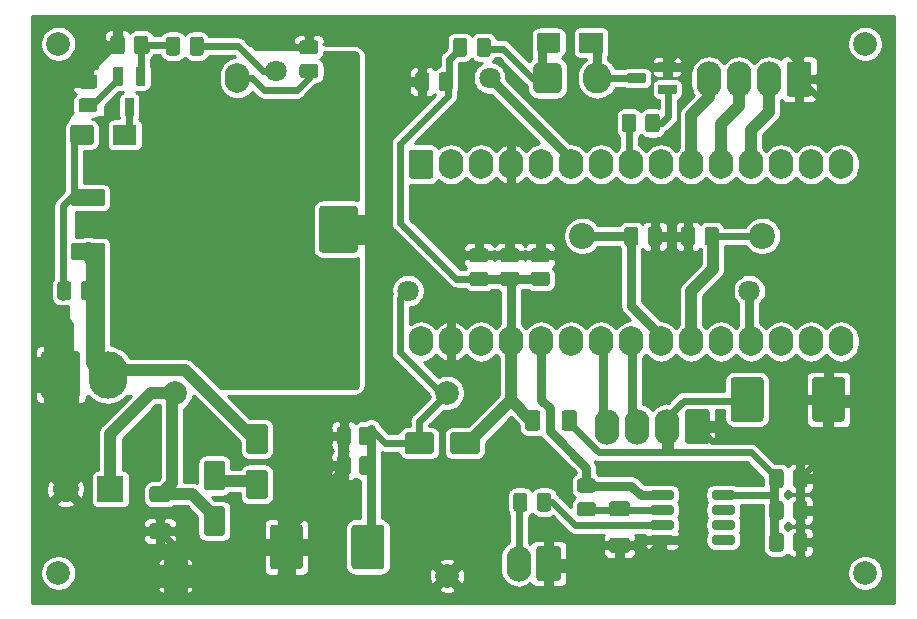
<source format=gbr>
%TF.GenerationSoftware,KiCad,Pcbnew,(5.1.10)-1*%
%TF.CreationDate,2021-11-21T11:10:25-05:00*%
%TF.ProjectId,pid_smt_oven,7069645f-736d-4745-9f6f-76656e2e6b69,rev?*%
%TF.SameCoordinates,Original*%
%TF.FileFunction,Copper,L1,Top*%
%TF.FilePolarity,Positive*%
%FSLAX46Y46*%
G04 Gerber Fmt 4.6, Leading zero omitted, Abs format (unit mm)*
G04 Created by KiCad (PCBNEW (5.1.10)-1) date 2021-11-21 11:10:25*
%MOMM*%
%LPD*%
G01*
G04 APERTURE LIST*
%TA.AperFunction,ComponentPad*%
%ADD10C,2.000000*%
%TD*%
%TA.AperFunction,ComponentPad*%
%ADD11O,2.100000X2.500000*%
%TD*%
%TA.AperFunction,ComponentPad*%
%ADD12C,2.200000*%
%TD*%
%TA.AperFunction,ComponentPad*%
%ADD13O,2.100000X3.000000*%
%TD*%
%TA.AperFunction,ComponentPad*%
%ADD14R,2.200000X2.200000*%
%TD*%
%TA.AperFunction,ComponentPad*%
%ADD15O,3.300000X4.000000*%
%TD*%
%TA.AperFunction,ComponentPad*%
%ADD16O,2.400000X2.600000*%
%TD*%
%TA.AperFunction,ViaPad*%
%ADD17C,1.800000*%
%TD*%
%TA.AperFunction,Conductor*%
%ADD18C,0.600000*%
%TD*%
%TA.AperFunction,Conductor*%
%ADD19C,0.750000*%
%TD*%
%TA.AperFunction,Conductor*%
%ADD20C,1.000000*%
%TD*%
%TA.AperFunction,Conductor*%
%ADD21C,0.800000*%
%TD*%
%TA.AperFunction,Conductor*%
%ADD22C,2.000000*%
%TD*%
%TA.AperFunction,Conductor*%
%ADD23C,2.500000*%
%TD*%
%TA.AperFunction,Conductor*%
%ADD24C,1.600000*%
%TD*%
%TA.AperFunction,Conductor*%
%ADD25C,3.000000*%
%TD*%
%TA.AperFunction,Conductor*%
%ADD26C,0.254000*%
%TD*%
%TA.AperFunction,Conductor*%
%ADD27C,0.100000*%
%TD*%
G04 APERTURE END LIST*
%TO.P,Q2,C*%
%TO.N,Net-(D4-Pad2)*%
%TA.AperFunction,SMDPad,CuDef*%
G36*
G01*
X51150000Y-9480000D02*
X51150000Y-10120000D01*
G75*
G02*
X51070000Y-10200000I-80000J0D01*
G01*
X49630000Y-10200000D01*
G75*
G02*
X49550000Y-10120000I0J80000D01*
G01*
X49550000Y-9480000D01*
G75*
G02*
X49630000Y-9400000I80000J0D01*
G01*
X51070000Y-9400000D01*
G75*
G02*
X51150000Y-9480000I0J-80000D01*
G01*
G37*
%TD.AperFunction*%
%TO.P,Q2,E*%
%TO.N,GND*%
%TA.AperFunction,SMDPad,CuDef*%
G36*
G01*
X53750000Y-8530000D02*
X53750000Y-9170000D01*
G75*
G02*
X53670000Y-9250000I-80000J0D01*
G01*
X52230000Y-9250000D01*
G75*
G02*
X52150000Y-9170000I0J80000D01*
G01*
X52150000Y-8530000D01*
G75*
G02*
X52230000Y-8450000I80000J0D01*
G01*
X53670000Y-8450000D01*
G75*
G02*
X53750000Y-8530000I0J-80000D01*
G01*
G37*
%TD.AperFunction*%
%TO.P,Q2,B*%
%TO.N,Net-(Q2-PadB)*%
%TA.AperFunction,SMDPad,CuDef*%
G36*
G01*
X53750000Y-10430000D02*
X53750000Y-11070000D01*
G75*
G02*
X53670000Y-11150000I-80000J0D01*
G01*
X52230000Y-11150000D01*
G75*
G02*
X52150000Y-11070000I0J80000D01*
G01*
X52150000Y-10430000D01*
G75*
G02*
X52230000Y-10350000I80000J0D01*
G01*
X53670000Y-10350000D01*
G75*
G02*
X53750000Y-10430000I0J-80000D01*
G01*
G37*
%TD.AperFunction*%
%TD*%
%TO.P,REF\u002A\u002A,2*%
%TO.N,V5.0*%
%TA.AperFunction,SMDPad,CuDef*%
G36*
G01*
X44000000Y-39425400D02*
X44000000Y-38174600D01*
G75*
G02*
X44249600Y-37925000I249600J0D01*
G01*
X45050400Y-37925000D01*
G75*
G02*
X45300000Y-38174600I0J-249600D01*
G01*
X45300000Y-39425400D01*
G75*
G02*
X45050400Y-39675000I-249600J0D01*
G01*
X44249600Y-39675000D01*
G75*
G02*
X44000000Y-39425400I0J249600D01*
G01*
G37*
%TD.AperFunction*%
%TO.P,REF\u002A\u002A,1*%
%TA.AperFunction,SMDPad,CuDef*%
G36*
G01*
X40900000Y-39425400D02*
X40900000Y-38174600D01*
G75*
G02*
X41149600Y-37925000I249600J0D01*
G01*
X41950400Y-37925000D01*
G75*
G02*
X42200000Y-38174600I0J-249600D01*
G01*
X42200000Y-39425400D01*
G75*
G02*
X41950400Y-39675000I-249600J0D01*
G01*
X41149600Y-39675000D01*
G75*
G02*
X40900000Y-39425400I0J249600D01*
G01*
G37*
%TD.AperFunction*%
%TD*%
%TO.P,C11,1*%
%TO.N,/20VDetect*%
%TA.AperFunction,SMDPad,CuDef*%
G36*
G01*
X28040000Y-39549600D02*
X28040000Y-40650400D01*
G75*
G02*
X27790400Y-40900000I-249600J0D01*
G01*
X27089600Y-40900000D01*
G75*
G02*
X26840000Y-40650400I0J249600D01*
G01*
X26840000Y-39549600D01*
G75*
G02*
X27089600Y-39300000I249600J0D01*
G01*
X27790400Y-39300000D01*
G75*
G02*
X28040000Y-39549600I0J-249600D01*
G01*
G37*
%TD.AperFunction*%
%TO.P,C11,2*%
%TO.N,GND*%
%TA.AperFunction,SMDPad,CuDef*%
G36*
G01*
X26160000Y-39549600D02*
X26160000Y-40650400D01*
G75*
G02*
X25910400Y-40900000I-249600J0D01*
G01*
X25209600Y-40900000D01*
G75*
G02*
X24960000Y-40650400I0J249600D01*
G01*
X24960000Y-39549600D01*
G75*
G02*
X25209600Y-39300000I249600J0D01*
G01*
X25910400Y-39300000D01*
G75*
G02*
X26160000Y-39549600I0J-249600D01*
G01*
G37*
%TD.AperFunction*%
%TD*%
%TO.P,C10,1*%
%TO.N,/20VDetect*%
%TA.AperFunction,SMDPad,CuDef*%
G36*
G01*
X28040000Y-42049600D02*
X28040000Y-43150400D01*
G75*
G02*
X27790400Y-43400000I-249600J0D01*
G01*
X27089600Y-43400000D01*
G75*
G02*
X26840000Y-43150400I0J249600D01*
G01*
X26840000Y-42049600D01*
G75*
G02*
X27089600Y-41800000I249600J0D01*
G01*
X27790400Y-41800000D01*
G75*
G02*
X28040000Y-42049600I0J-249600D01*
G01*
G37*
%TD.AperFunction*%
%TO.P,C10,2*%
%TO.N,GND*%
%TA.AperFunction,SMDPad,CuDef*%
G36*
G01*
X26160000Y-42049600D02*
X26160000Y-43150400D01*
G75*
G02*
X25910400Y-43400000I-249600J0D01*
G01*
X25209600Y-43400000D01*
G75*
G02*
X24960000Y-43150400I0J249600D01*
G01*
X24960000Y-42049600D01*
G75*
G02*
X25209600Y-41800000I249600J0D01*
G01*
X25910400Y-41800000D01*
G75*
G02*
X26160000Y-42049600I0J-249600D01*
G01*
G37*
%TD.AperFunction*%
%TD*%
%TO.P,D7,2*%
%TO.N,/20VDetect*%
%TA.AperFunction,SMDPad,CuDef*%
G36*
G01*
X33200000Y-39980000D02*
X33200000Y-41420000D01*
G75*
G02*
X33020000Y-41600000I-180000J0D01*
G01*
X30880000Y-41600000D01*
G75*
G02*
X30700000Y-41420000I0J180000D01*
G01*
X30700000Y-39980000D01*
G75*
G02*
X30880000Y-39800000I180000J0D01*
G01*
X33020000Y-39800000D01*
G75*
G02*
X33200000Y-39980000I0J-180000D01*
G01*
G37*
%TD.AperFunction*%
%TO.P,D7,1*%
%TO.N,V5.0*%
%TA.AperFunction,SMDPad,CuDef*%
G36*
G01*
X37050000Y-39980000D02*
X37050000Y-41420000D01*
G75*
G02*
X36870000Y-41600000I-180000J0D01*
G01*
X34730000Y-41600000D01*
G75*
G02*
X34550000Y-41420000I0J180000D01*
G01*
X34550000Y-39980000D01*
G75*
G02*
X34730000Y-39800000I180000J0D01*
G01*
X36870000Y-39800000D01*
G75*
G02*
X37050000Y-39980000I0J-180000D01*
G01*
G37*
%TD.AperFunction*%
%TD*%
%TO.P,D3,2*%
%TO.N,Net-(D1-Pad1)*%
%TA.AperFunction,SMDPad,CuDef*%
G36*
G01*
X15320000Y-44700000D02*
X13880000Y-44700000D01*
G75*
G02*
X13700000Y-44520000I0J180000D01*
G01*
X13700000Y-42380000D01*
G75*
G02*
X13880000Y-42200000I180000J0D01*
G01*
X15320000Y-42200000D01*
G75*
G02*
X15500000Y-42380000I0J-180000D01*
G01*
X15500000Y-44520000D01*
G75*
G02*
X15320000Y-44700000I-180000J0D01*
G01*
G37*
%TD.AperFunction*%
%TO.P,D3,1*%
%TO.N,Net-(C7-Pad1)*%
%TA.AperFunction,SMDPad,CuDef*%
G36*
G01*
X15320000Y-48550000D02*
X13880000Y-48550000D01*
G75*
G02*
X13700000Y-48370000I0J180000D01*
G01*
X13700000Y-46230000D01*
G75*
G02*
X13880000Y-46050000I180000J0D01*
G01*
X15320000Y-46050000D01*
G75*
G02*
X15500000Y-46230000I0J-180000D01*
G01*
X15500000Y-48370000D01*
G75*
G02*
X15320000Y-48550000I-180000J0D01*
G01*
G37*
%TD.AperFunction*%
%TD*%
D10*
%TO.P,a1,2*%
%TO.N,Net-(C7-Pad1)*%
X11300000Y-36450000D03*
%TO.P,a1,3*%
%TO.N,/20VDetect*%
X34300000Y-36450000D03*
%TO.P,a1,4*%
%TO.N,GND*%
X34300000Y-51950000D03*
%TO.P,a1,1*%
%TA.AperFunction,ComponentPad*%
G36*
G01*
X10300000Y-52450000D02*
X10300000Y-51450000D01*
G75*
G02*
X10800000Y-50950000I500000J0D01*
G01*
X11800000Y-50950000D01*
G75*
G02*
X12300000Y-51450000I0J-500000D01*
G01*
X12300000Y-52450000D01*
G75*
G02*
X11800000Y-52950000I-500000J0D01*
G01*
X10800000Y-52950000D01*
G75*
G02*
X10300000Y-52450000I0J500000D01*
G01*
G37*
%TD.AperFunction*%
%TD*%
%TO.P,R10,2*%
%TO.N,GND*%
%TA.AperFunction,SMDPad,CuDef*%
G36*
G01*
X48274999Y-48700000D02*
X49525001Y-48700000D01*
G75*
G02*
X49775000Y-48949999I0J-249999D01*
G01*
X49775000Y-49750001D01*
G75*
G02*
X49525001Y-50000000I-249999J0D01*
G01*
X48274999Y-50000000D01*
G75*
G02*
X48025000Y-49750001I0J249999D01*
G01*
X48025000Y-48949999D01*
G75*
G02*
X48274999Y-48700000I249999J0D01*
G01*
G37*
%TD.AperFunction*%
%TO.P,R10,1*%
%TO.N,Net-(R10-Pad1)*%
%TA.AperFunction,SMDPad,CuDef*%
G36*
G01*
X48274999Y-45600000D02*
X49525001Y-45600000D01*
G75*
G02*
X49775000Y-45849999I0J-249999D01*
G01*
X49775000Y-46650001D01*
G75*
G02*
X49525001Y-46900000I-249999J0D01*
G01*
X48274999Y-46900000D01*
G75*
G02*
X48025000Y-46650001I0J249999D01*
G01*
X48025000Y-45849999D01*
G75*
G02*
X48274999Y-45600000I249999J0D01*
G01*
G37*
%TD.AperFunction*%
%TD*%
%TO.P,D1,2*%
%TO.N,20V*%
%TA.AperFunction,SMDPad,CuDef*%
G36*
G01*
X18920000Y-41600000D02*
X17480000Y-41600000D01*
G75*
G02*
X17300000Y-41420000I0J180000D01*
G01*
X17300000Y-39280000D01*
G75*
G02*
X17480000Y-39100000I180000J0D01*
G01*
X18920000Y-39100000D01*
G75*
G02*
X19100000Y-39280000I0J-180000D01*
G01*
X19100000Y-41420000D01*
G75*
G02*
X18920000Y-41600000I-180000J0D01*
G01*
G37*
%TD.AperFunction*%
%TO.P,D1,1*%
%TO.N,Net-(D1-Pad1)*%
%TA.AperFunction,SMDPad,CuDef*%
G36*
G01*
X18920000Y-45450000D02*
X17480000Y-45450000D01*
G75*
G02*
X17300000Y-45270000I0J180000D01*
G01*
X17300000Y-43130000D01*
G75*
G02*
X17480000Y-42950000I180000J0D01*
G01*
X18920000Y-42950000D01*
G75*
G02*
X19100000Y-43130000I0J-180000D01*
G01*
X19100000Y-45270000D01*
G75*
G02*
X18920000Y-45450000I-180000J0D01*
G01*
G37*
%TD.AperFunction*%
%TD*%
%TO.P,Q3,C*%
%TO.N,Net-(D2-Pad2)*%
%TA.AperFunction,SMDPad,CuDef*%
G36*
G01*
X7080000Y-11450000D02*
X7720000Y-11450000D01*
G75*
G02*
X7800000Y-11530000I0J-80000D01*
G01*
X7800000Y-12970000D01*
G75*
G02*
X7720000Y-13050000I-80000J0D01*
G01*
X7080000Y-13050000D01*
G75*
G02*
X7000000Y-12970000I0J80000D01*
G01*
X7000000Y-11530000D01*
G75*
G02*
X7080000Y-11450000I80000J0D01*
G01*
G37*
%TD.AperFunction*%
%TO.P,Q3,E*%
%TO.N,Net-(Q3-PadE)*%
%TA.AperFunction,SMDPad,CuDef*%
G36*
G01*
X6130000Y-8850000D02*
X6770000Y-8850000D01*
G75*
G02*
X6850000Y-8930000I0J-80000D01*
G01*
X6850000Y-10370000D01*
G75*
G02*
X6770000Y-10450000I-80000J0D01*
G01*
X6130000Y-10450000D01*
G75*
G02*
X6050000Y-10370000I0J80000D01*
G01*
X6050000Y-8930000D01*
G75*
G02*
X6130000Y-8850000I80000J0D01*
G01*
G37*
%TD.AperFunction*%
%TO.P,Q3,B*%
%TO.N,Net-(Q3-PadB)*%
%TA.AperFunction,SMDPad,CuDef*%
G36*
G01*
X8030000Y-8850000D02*
X8670000Y-8850000D01*
G75*
G02*
X8750000Y-8930000I0J-80000D01*
G01*
X8750000Y-10370000D01*
G75*
G02*
X8670000Y-10450000I-80000J0D01*
G01*
X8030000Y-10450000D01*
G75*
G02*
X7950000Y-10370000I0J80000D01*
G01*
X7950000Y-8930000D01*
G75*
G02*
X8030000Y-8850000I80000J0D01*
G01*
G37*
%TD.AperFunction*%
%TD*%
%TO.P,D4,1*%
%TO.N,Net-(D4-Pad1)*%
%TA.AperFunction,SMDPad,CuDef*%
G36*
G01*
X41900000Y-7395000D02*
X41900000Y-6205000D01*
G75*
G02*
X42155000Y-5950000I255000J0D01*
G01*
X43645000Y-5950000D01*
G75*
G02*
X43900000Y-6205000I0J-255000D01*
G01*
X43900000Y-7395000D01*
G75*
G02*
X43645000Y-7650000I-255000J0D01*
G01*
X42155000Y-7650000D01*
G75*
G02*
X41900000Y-7395000I0J255000D01*
G01*
G37*
%TD.AperFunction*%
%TO.P,D4,2*%
%TO.N,Net-(D4-Pad2)*%
%TA.AperFunction,SMDPad,CuDef*%
G36*
G01*
X45500000Y-7616000D02*
X45500000Y-5984000D01*
G75*
G02*
X45534000Y-5950000I34000J0D01*
G01*
X47466000Y-5950000D01*
G75*
G02*
X47500000Y-5984000I0J-34000D01*
G01*
X47500000Y-7616000D01*
G75*
G02*
X47466000Y-7650000I-34000J0D01*
G01*
X45534000Y-7650000D01*
G75*
G02*
X45500000Y-7616000I0J34000D01*
G01*
G37*
%TD.AperFunction*%
%TD*%
%TO.P,D2,1*%
%TO.N,Net-(D2-Pad1)*%
%TA.AperFunction,SMDPad,CuDef*%
G36*
G01*
X2400000Y-15195000D02*
X2400000Y-14005000D01*
G75*
G02*
X2655000Y-13750000I255000J0D01*
G01*
X4145000Y-13750000D01*
G75*
G02*
X4400000Y-14005000I0J-255000D01*
G01*
X4400000Y-15195000D01*
G75*
G02*
X4145000Y-15450000I-255000J0D01*
G01*
X2655000Y-15450000D01*
G75*
G02*
X2400000Y-15195000I0J255000D01*
G01*
G37*
%TD.AperFunction*%
%TO.P,D2,2*%
%TO.N,Net-(D2-Pad2)*%
%TA.AperFunction,SMDPad,CuDef*%
G36*
G01*
X6000000Y-15416000D02*
X6000000Y-13784000D01*
G75*
G02*
X6034000Y-13750000I34000J0D01*
G01*
X7966000Y-13750000D01*
G75*
G02*
X8000000Y-13784000I0J-34000D01*
G01*
X8000000Y-15416000D01*
G75*
G02*
X7966000Y-15450000I-34000J0D01*
G01*
X6034000Y-15450000D01*
G75*
G02*
X6000000Y-15416000I0J34000D01*
G01*
G37*
%TD.AperFunction*%
%TD*%
%TO.P,a2,1*%
%TO.N,Net-(a2-Pad1)*%
%TA.AperFunction,ComponentPad*%
G36*
G01*
X31365000Y-15850000D02*
X32835000Y-15850000D01*
G75*
G02*
X33150000Y-16165000I0J-315000D01*
G01*
X33150000Y-18035000D01*
G75*
G02*
X32835000Y-18350000I-315000J0D01*
G01*
X31365000Y-18350000D01*
G75*
G02*
X31050000Y-18035000I0J315000D01*
G01*
X31050000Y-16165000D01*
G75*
G02*
X31365000Y-15850000I315000J0D01*
G01*
G37*
%TD.AperFunction*%
D11*
%TO.P,a2,17*%
%TO.N,Net-(a2-Pad17)*%
X65120000Y-32100000D03*
%TO.P,a2,2*%
%TO.N,Net-(a2-Pad2)*%
X34640000Y-17100000D03*
%TO.P,a2,18*%
%TO.N,Net-(a2-Pad18)*%
X62580000Y-32100000D03*
%TO.P,a2,3*%
%TO.N,Net-(a2-Pad3)*%
X37180000Y-17100000D03*
%TO.P,a2,19*%
%TO.N,/20VDetect*%
X60040000Y-32100000D03*
%TO.P,a2,4*%
%TO.N,GND*%
X39720000Y-17100000D03*
%TO.P,a2,20*%
%TO.N,Net-(a2-Pad20)*%
X57500000Y-32100000D03*
%TO.P,a2,5*%
%TO.N,Net-(a2-Pad5)*%
X42260000Y-17100000D03*
%TO.P,a2,21*%
%TO.N,/env_temp_adc*%
X54960000Y-32100000D03*
%TO.P,a2,6*%
%TO.N,/enable_heater*%
X44800000Y-17100000D03*
%TO.P,a2,22*%
%TO.N,/enable_env_temp_check*%
X52420000Y-32100000D03*
%TO.P,a2,7*%
%TO.N,Net-(a2-Pad7)*%
X47340000Y-17100000D03*
%TO.P,a2,23*%
%TO.N,/sda*%
X49880000Y-32100000D03*
%TO.P,a2,8*%
%TO.N,/buzzerPwm*%
X49880000Y-17100000D03*
%TO.P,a2,24*%
%TO.N,/scl*%
X47340000Y-32100000D03*
%TO.P,a2,9*%
%TO.N,Net-(a2-Pad9)*%
X52420000Y-17100000D03*
%TO.P,a2,25*%
%TO.N,Net-(a2-Pad25)*%
X44800000Y-32100000D03*
%TO.P,a2,10*%
%TO.N,/rot_button*%
X54960000Y-17100000D03*
%TO.P,a2,26*%
%TO.N,/opamp_to_adc*%
X42260000Y-32100000D03*
%TO.P,a2,11*%
%TO.N,/rot_left*%
X57500000Y-17100000D03*
%TO.P,a2,27*%
%TO.N,V5.0*%
X39720000Y-32100000D03*
%TO.P,a2,12*%
%TO.N,/rot_right*%
X60040000Y-17100000D03*
%TO.P,a2,28*%
%TO.N,Net-(a2-Pad28)*%
X37180000Y-32100000D03*
%TO.P,a2,13*%
%TO.N,Net-(a2-Pad13)*%
X62580000Y-17100000D03*
%TO.P,a2,29*%
%TO.N,GND*%
X34640000Y-32100000D03*
%TO.P,a2,14*%
%TO.N,Net-(a2-Pad14)*%
X65120000Y-17100000D03*
%TO.P,a2,30*%
%TO.N,Net-(a2-Pad30)*%
X32100000Y-32100000D03*
%TO.P,a2,15*%
%TO.N,/relayTrigger*%
X67660000Y-17100000D03*
%TO.P,a2,16*%
%TO.N,Net-(a2-Pad16)*%
X67660000Y-32100000D03*
%TD*%
%TO.P,C9,1*%
%TO.N,/20VDetect*%
%TA.AperFunction,SMDPad,CuDef*%
G36*
G01*
X29000000Y-47910800D02*
X29000000Y-51089200D01*
G75*
G02*
X28689200Y-51400000I-310800J0D01*
G01*
X26510800Y-51400000D01*
G75*
G02*
X26200000Y-51089200I0J310800D01*
G01*
X26200000Y-47910800D01*
G75*
G02*
X26510800Y-47600000I310800J0D01*
G01*
X28689200Y-47600000D01*
G75*
G02*
X29000000Y-47910800I0J-310800D01*
G01*
G37*
%TD.AperFunction*%
%TO.P,C9,2*%
%TO.N,GND*%
%TA.AperFunction,SMDPad,CuDef*%
G36*
G01*
X22100000Y-47910800D02*
X22100000Y-51089200D01*
G75*
G02*
X21789200Y-51400000I-310800J0D01*
G01*
X19610800Y-51400000D01*
G75*
G02*
X19300000Y-51089200I0J310800D01*
G01*
X19300000Y-47910800D01*
G75*
G02*
X19610800Y-47600000I310800J0D01*
G01*
X21789200Y-47600000D01*
G75*
G02*
X22100000Y-47910800I0J-310800D01*
G01*
G37*
%TD.AperFunction*%
%TD*%
%TO.P,C17,2*%
%TO.N,GND*%
%TA.AperFunction,SMDPad,CuDef*%
G36*
G01*
X65200000Y-38589200D02*
X65200000Y-35410800D01*
G75*
G02*
X65510800Y-35100000I310800J0D01*
G01*
X67689200Y-35100000D01*
G75*
G02*
X68000000Y-35410800I0J-310800D01*
G01*
X68000000Y-38589200D01*
G75*
G02*
X67689200Y-38900000I-310800J0D01*
G01*
X65510800Y-38900000D01*
G75*
G02*
X65200000Y-38589200I0J310800D01*
G01*
G37*
%TD.AperFunction*%
%TO.P,C17,1*%
%TO.N,V5.0*%
%TA.AperFunction,SMDPad,CuDef*%
G36*
G01*
X58300000Y-38589200D02*
X58300000Y-35410800D01*
G75*
G02*
X58610800Y-35100000I310800J0D01*
G01*
X60789200Y-35100000D01*
G75*
G02*
X61100000Y-35410800I0J-310800D01*
G01*
X61100000Y-38589200D01*
G75*
G02*
X60789200Y-38900000I-310800J0D01*
G01*
X58610800Y-38900000D01*
G75*
G02*
X58300000Y-38589200I0J310800D01*
G01*
G37*
%TD.AperFunction*%
%TD*%
%TO.P,R7,2*%
%TO.N,20V*%
%TA.AperFunction,SMDPad,CuDef*%
G36*
G01*
X3300000Y-28350400D02*
X3300000Y-27249600D01*
G75*
G02*
X3549600Y-27000000I249600J0D01*
G01*
X4250400Y-27000000D01*
G75*
G02*
X4500000Y-27249600I0J-249600D01*
G01*
X4500000Y-28350400D01*
G75*
G02*
X4250400Y-28600000I-249600J0D01*
G01*
X3549600Y-28600000D01*
G75*
G02*
X3300000Y-28350400I0J249600D01*
G01*
G37*
%TD.AperFunction*%
%TO.P,R7,1*%
%TO.N,Net-(D2-Pad1)*%
%TA.AperFunction,SMDPad,CuDef*%
G36*
G01*
X1300000Y-28350400D02*
X1300000Y-27249600D01*
G75*
G02*
X1549600Y-27000000I249600J0D01*
G01*
X2250400Y-27000000D01*
G75*
G02*
X2500000Y-27249600I0J-249600D01*
G01*
X2500000Y-28350400D01*
G75*
G02*
X2250400Y-28600000I-249600J0D01*
G01*
X1549600Y-28600000D01*
G75*
G02*
X1300000Y-28350400I0J249600D01*
G01*
G37*
%TD.AperFunction*%
%TD*%
%TO.P,C20,2*%
%TO.N,GND*%
%TA.AperFunction,SMDPad,CuDef*%
G36*
G01*
X37550400Y-25400000D02*
X36449600Y-25400000D01*
G75*
G02*
X36200000Y-25150400I0J249600D01*
G01*
X36200000Y-24449600D01*
G75*
G02*
X36449600Y-24200000I249600J0D01*
G01*
X37550400Y-24200000D01*
G75*
G02*
X37800000Y-24449600I0J-249600D01*
G01*
X37800000Y-25150400D01*
G75*
G02*
X37550400Y-25400000I-249600J0D01*
G01*
G37*
%TD.AperFunction*%
%TO.P,C20,1*%
%TO.N,V5.0*%
%TA.AperFunction,SMDPad,CuDef*%
G36*
G01*
X37550400Y-27400000D02*
X36449600Y-27400000D01*
G75*
G02*
X36200000Y-27150400I0J249600D01*
G01*
X36200000Y-26449600D01*
G75*
G02*
X36449600Y-26200000I249600J0D01*
G01*
X37550400Y-26200000D01*
G75*
G02*
X37800000Y-26449600I0J-249600D01*
G01*
X37800000Y-27150400D01*
G75*
G02*
X37550400Y-27400000I-249600J0D01*
G01*
G37*
%TD.AperFunction*%
%TD*%
%TO.P,R16,2*%
%TO.N,GND*%
%TA.AperFunction,SMDPad,CuDef*%
G36*
G01*
X55300000Y-22649600D02*
X55300000Y-23750400D01*
G75*
G02*
X55050400Y-24000000I-249600J0D01*
G01*
X54349600Y-24000000D01*
G75*
G02*
X54100000Y-23750400I0J249600D01*
G01*
X54100000Y-22649600D01*
G75*
G02*
X54349600Y-22400000I249600J0D01*
G01*
X55050400Y-22400000D01*
G75*
G02*
X55300000Y-22649600I0J-249600D01*
G01*
G37*
%TD.AperFunction*%
%TO.P,R16,1*%
%TO.N,/env_temp_adc*%
%TA.AperFunction,SMDPad,CuDef*%
G36*
G01*
X57300000Y-22649600D02*
X57300000Y-23750400D01*
G75*
G02*
X57050400Y-24000000I-249600J0D01*
G01*
X56349600Y-24000000D01*
G75*
G02*
X56100000Y-23750400I0J249600D01*
G01*
X56100000Y-22649600D01*
G75*
G02*
X56349600Y-22400000I249600J0D01*
G01*
X57050400Y-22400000D01*
G75*
G02*
X57300000Y-22649600I0J-249600D01*
G01*
G37*
%TD.AperFunction*%
%TD*%
%TO.P,R13,2*%
%TO.N,Net-(D5-PadK)*%
%TA.AperFunction,SMDPad,CuDef*%
G36*
G01*
X22049600Y-8600000D02*
X23150400Y-8600000D01*
G75*
G02*
X23400000Y-8849600I0J-249600D01*
G01*
X23400000Y-9550400D01*
G75*
G02*
X23150400Y-9800000I-249600J0D01*
G01*
X22049600Y-9800000D01*
G75*
G02*
X21800000Y-9550400I0J249600D01*
G01*
X21800000Y-8849600D01*
G75*
G02*
X22049600Y-8600000I249600J0D01*
G01*
G37*
%TD.AperFunction*%
%TO.P,R13,1*%
%TO.N,GND*%
%TA.AperFunction,SMDPad,CuDef*%
G36*
G01*
X22049600Y-6600000D02*
X23150400Y-6600000D01*
G75*
G02*
X23400000Y-6849600I0J-249600D01*
G01*
X23400000Y-7550400D01*
G75*
G02*
X23150400Y-7800000I-249600J0D01*
G01*
X22049600Y-7800000D01*
G75*
G02*
X21800000Y-7550400I0J249600D01*
G01*
X21800000Y-6849600D01*
G75*
G02*
X22049600Y-6600000I249600J0D01*
G01*
G37*
%TD.AperFunction*%
%TD*%
%TO.P,R12,2*%
%TO.N,Net-(R10-Pad1)*%
%TA.AperFunction,SMDPad,CuDef*%
G36*
G01*
X45549600Y-45700000D02*
X46650400Y-45700000D01*
G75*
G02*
X46900000Y-45949600I0J-249600D01*
G01*
X46900000Y-46650400D01*
G75*
G02*
X46650400Y-46900000I-249600J0D01*
G01*
X45549600Y-46900000D01*
G75*
G02*
X45300000Y-46650400I0J249600D01*
G01*
X45300000Y-45949600D01*
G75*
G02*
X45549600Y-45700000I249600J0D01*
G01*
G37*
%TD.AperFunction*%
%TO.P,R12,1*%
%TO.N,/opamp_to_adc*%
%TA.AperFunction,SMDPad,CuDef*%
G36*
G01*
X45549600Y-43700000D02*
X46650400Y-43700000D01*
G75*
G02*
X46900000Y-43949600I0J-249600D01*
G01*
X46900000Y-44650400D01*
G75*
G02*
X46650400Y-44900000I-249600J0D01*
G01*
X45549600Y-44900000D01*
G75*
G02*
X45300000Y-44650400I0J249600D01*
G01*
X45300000Y-43949600D01*
G75*
G02*
X45549600Y-43700000I249600J0D01*
G01*
G37*
%TD.AperFunction*%
%TD*%
%TO.P,R11,2*%
%TO.N,Net-(D4-Pad1)*%
%TA.AperFunction,SMDPad,CuDef*%
G36*
G01*
X36800000Y-7750400D02*
X36800000Y-6649600D01*
G75*
G02*
X37049600Y-6400000I249600J0D01*
G01*
X37750400Y-6400000D01*
G75*
G02*
X38000000Y-6649600I0J-249600D01*
G01*
X38000000Y-7750400D01*
G75*
G02*
X37750400Y-8000000I-249600J0D01*
G01*
X37049600Y-8000000D01*
G75*
G02*
X36800000Y-7750400I0J249600D01*
G01*
G37*
%TD.AperFunction*%
%TO.P,R11,1*%
%TO.N,V5.0*%
%TA.AperFunction,SMDPad,CuDef*%
G36*
G01*
X34800000Y-7750400D02*
X34800000Y-6649600D01*
G75*
G02*
X35049600Y-6400000I249600J0D01*
G01*
X35750400Y-6400000D01*
G75*
G02*
X36000000Y-6649600I0J-249600D01*
G01*
X36000000Y-7750400D01*
G75*
G02*
X35750400Y-8000000I-249600J0D01*
G01*
X35049600Y-8000000D01*
G75*
G02*
X34800000Y-7750400I0J249600D01*
G01*
G37*
%TD.AperFunction*%
%TD*%
%TO.P,R9,2*%
%TO.N,/buzzerPwm*%
%TA.AperFunction,SMDPad,CuDef*%
G36*
G01*
X50300000Y-13049600D02*
X50300000Y-14150400D01*
G75*
G02*
X50050400Y-14400000I-249600J0D01*
G01*
X49349600Y-14400000D01*
G75*
G02*
X49100000Y-14150400I0J249600D01*
G01*
X49100000Y-13049600D01*
G75*
G02*
X49349600Y-12800000I249600J0D01*
G01*
X50050400Y-12800000D01*
G75*
G02*
X50300000Y-13049600I0J-249600D01*
G01*
G37*
%TD.AperFunction*%
%TO.P,R9,1*%
%TO.N,Net-(Q2-PadB)*%
%TA.AperFunction,SMDPad,CuDef*%
G36*
G01*
X52300000Y-13049600D02*
X52300000Y-14150400D01*
G75*
G02*
X52050400Y-14400000I-249600J0D01*
G01*
X51349600Y-14400000D01*
G75*
G02*
X51100000Y-14150400I0J249600D01*
G01*
X51100000Y-13049600D01*
G75*
G02*
X51349600Y-12800000I249600J0D01*
G01*
X52050400Y-12800000D01*
G75*
G02*
X52300000Y-13049600I0J-249600D01*
G01*
G37*
%TD.AperFunction*%
%TD*%
%TO.P,R8,2*%
%TO.N,Net-(Q3-PadE)*%
%TA.AperFunction,SMDPad,CuDef*%
G36*
G01*
X3349600Y-11500000D02*
X4450400Y-11500000D01*
G75*
G02*
X4700000Y-11749600I0J-249600D01*
G01*
X4700000Y-12450400D01*
G75*
G02*
X4450400Y-12700000I-249600J0D01*
G01*
X3349600Y-12700000D01*
G75*
G02*
X3100000Y-12450400I0J249600D01*
G01*
X3100000Y-11749600D01*
G75*
G02*
X3349600Y-11500000I249600J0D01*
G01*
G37*
%TD.AperFunction*%
%TO.P,R8,1*%
%TO.N,GND*%
%TA.AperFunction,SMDPad,CuDef*%
G36*
G01*
X3349600Y-9500000D02*
X4450400Y-9500000D01*
G75*
G02*
X4700000Y-9749600I0J-249600D01*
G01*
X4700000Y-10450400D01*
G75*
G02*
X4450400Y-10700000I-249600J0D01*
G01*
X3349600Y-10700000D01*
G75*
G02*
X3100000Y-10450400I0J249600D01*
G01*
X3100000Y-9749600D01*
G75*
G02*
X3349600Y-9500000I249600J0D01*
G01*
G37*
%TD.AperFunction*%
%TD*%
%TO.P,R6,2*%
%TO.N,GND*%
%TA.AperFunction,SMDPad,CuDef*%
G36*
G01*
X7000000Y-6449600D02*
X7000000Y-7550400D01*
G75*
G02*
X6750400Y-7800000I-249600J0D01*
G01*
X6049600Y-7800000D01*
G75*
G02*
X5800000Y-7550400I0J249600D01*
G01*
X5800000Y-6449600D01*
G75*
G02*
X6049600Y-6200000I249600J0D01*
G01*
X6750400Y-6200000D01*
G75*
G02*
X7000000Y-6449600I0J-249600D01*
G01*
G37*
%TD.AperFunction*%
%TO.P,R6,1*%
%TO.N,Net-(Q3-PadB)*%
%TA.AperFunction,SMDPad,CuDef*%
G36*
G01*
X9000000Y-6449600D02*
X9000000Y-7550400D01*
G75*
G02*
X8750400Y-7800000I-249600J0D01*
G01*
X8049600Y-7800000D01*
G75*
G02*
X7800000Y-7550400I0J249600D01*
G01*
X7800000Y-6449600D01*
G75*
G02*
X8049600Y-6200000I249600J0D01*
G01*
X8750400Y-6200000D01*
G75*
G02*
X9000000Y-6449600I0J-249600D01*
G01*
G37*
%TD.AperFunction*%
%TD*%
%TO.P,R5,2*%
%TO.N,/enable_heater*%
%TA.AperFunction,SMDPad,CuDef*%
G36*
G01*
X12500000Y-7650400D02*
X12500000Y-6549600D01*
G75*
G02*
X12749600Y-6300000I249600J0D01*
G01*
X13450400Y-6300000D01*
G75*
G02*
X13700000Y-6549600I0J-249600D01*
G01*
X13700000Y-7650400D01*
G75*
G02*
X13450400Y-7900000I-249600J0D01*
G01*
X12749600Y-7900000D01*
G75*
G02*
X12500000Y-7650400I0J249600D01*
G01*
G37*
%TD.AperFunction*%
%TO.P,R5,1*%
%TO.N,Net-(Q3-PadB)*%
%TA.AperFunction,SMDPad,CuDef*%
G36*
G01*
X10500000Y-7650400D02*
X10500000Y-6549600D01*
G75*
G02*
X10749600Y-6300000I249600J0D01*
G01*
X11450400Y-6300000D01*
G75*
G02*
X11700000Y-6549600I0J-249600D01*
G01*
X11700000Y-7650400D01*
G75*
G02*
X11450400Y-7900000I-249600J0D01*
G01*
X10749600Y-7900000D01*
G75*
G02*
X10500000Y-7650400I0J249600D01*
G01*
G37*
%TD.AperFunction*%
%TD*%
%TO.P,R1,2*%
%TO.N,/thermal_couple*%
%TA.AperFunction,SMDPad,CuDef*%
G36*
G01*
X41100000Y-45149600D02*
X41100000Y-46250400D01*
G75*
G02*
X40850400Y-46500000I-249600J0D01*
G01*
X40149600Y-46500000D01*
G75*
G02*
X39900000Y-46250400I0J249600D01*
G01*
X39900000Y-45149600D01*
G75*
G02*
X40149600Y-44900000I249600J0D01*
G01*
X40850400Y-44900000D01*
G75*
G02*
X41100000Y-45149600I0J-249600D01*
G01*
G37*
%TD.AperFunction*%
%TO.P,R1,1*%
%TO.N,Net-(R1-Pad1)*%
%TA.AperFunction,SMDPad,CuDef*%
G36*
G01*
X43100000Y-45149600D02*
X43100000Y-46250400D01*
G75*
G02*
X42850400Y-46500000I-249600J0D01*
G01*
X42149600Y-46500000D01*
G75*
G02*
X41900000Y-46250400I0J249600D01*
G01*
X41900000Y-45149600D01*
G75*
G02*
X42149600Y-44900000I249600J0D01*
G01*
X42850400Y-44900000D01*
G75*
G02*
X43100000Y-45149600I0J-249600D01*
G01*
G37*
%TD.AperFunction*%
%TD*%
%TO.P,C23,2*%
%TO.N,GND*%
%TA.AperFunction,SMDPad,CuDef*%
G36*
G01*
X51300000Y-23750400D02*
X51300000Y-22649600D01*
G75*
G02*
X51549600Y-22400000I249600J0D01*
G01*
X52250400Y-22400000D01*
G75*
G02*
X52500000Y-22649600I0J-249600D01*
G01*
X52500000Y-23750400D01*
G75*
G02*
X52250400Y-24000000I-249600J0D01*
G01*
X51549600Y-24000000D01*
G75*
G02*
X51300000Y-23750400I0J249600D01*
G01*
G37*
%TD.AperFunction*%
%TO.P,C23,1*%
%TO.N,/enable_env_temp_check*%
%TA.AperFunction,SMDPad,CuDef*%
G36*
G01*
X49300000Y-23750400D02*
X49300000Y-22649600D01*
G75*
G02*
X49549600Y-22400000I249600J0D01*
G01*
X50250400Y-22400000D01*
G75*
G02*
X50500000Y-22649600I0J-249600D01*
G01*
X50500000Y-23750400D01*
G75*
G02*
X50250400Y-24000000I-249600J0D01*
G01*
X49549600Y-24000000D01*
G75*
G02*
X49300000Y-23750400I0J249600D01*
G01*
G37*
%TD.AperFunction*%
%TD*%
%TO.P,C18,2*%
%TO.N,GND*%
%TA.AperFunction,SMDPad,CuDef*%
G36*
G01*
X32800000Y-9549600D02*
X32800000Y-10650400D01*
G75*
G02*
X32550400Y-10900000I-249600J0D01*
G01*
X31849600Y-10900000D01*
G75*
G02*
X31600000Y-10650400I0J249600D01*
G01*
X31600000Y-9549600D01*
G75*
G02*
X31849600Y-9300000I249600J0D01*
G01*
X32550400Y-9300000D01*
G75*
G02*
X32800000Y-9549600I0J-249600D01*
G01*
G37*
%TD.AperFunction*%
%TO.P,C18,1*%
%TO.N,V5.0*%
%TA.AperFunction,SMDPad,CuDef*%
G36*
G01*
X34800000Y-9549600D02*
X34800000Y-10650400D01*
G75*
G02*
X34550400Y-10900000I-249600J0D01*
G01*
X33849600Y-10900000D01*
G75*
G02*
X33600000Y-10650400I0J249600D01*
G01*
X33600000Y-9549600D01*
G75*
G02*
X33849600Y-9300000I249600J0D01*
G01*
X34550400Y-9300000D01*
G75*
G02*
X34800000Y-9549600I0J-249600D01*
G01*
G37*
%TD.AperFunction*%
%TD*%
%TO.P,C16,2*%
%TO.N,GND*%
%TA.AperFunction,SMDPad,CuDef*%
G36*
G01*
X40150400Y-25400000D02*
X39049600Y-25400000D01*
G75*
G02*
X38800000Y-25150400I0J249600D01*
G01*
X38800000Y-24449600D01*
G75*
G02*
X39049600Y-24200000I249600J0D01*
G01*
X40150400Y-24200000D01*
G75*
G02*
X40400000Y-24449600I0J-249600D01*
G01*
X40400000Y-25150400D01*
G75*
G02*
X40150400Y-25400000I-249600J0D01*
G01*
G37*
%TD.AperFunction*%
%TO.P,C16,1*%
%TO.N,V5.0*%
%TA.AperFunction,SMDPad,CuDef*%
G36*
G01*
X40150400Y-27400000D02*
X39049600Y-27400000D01*
G75*
G02*
X38800000Y-27150400I0J249600D01*
G01*
X38800000Y-26449600D01*
G75*
G02*
X39049600Y-26200000I249600J0D01*
G01*
X40150400Y-26200000D01*
G75*
G02*
X40400000Y-26449600I0J-249600D01*
G01*
X40400000Y-27150400D01*
G75*
G02*
X40150400Y-27400000I-249600J0D01*
G01*
G37*
%TD.AperFunction*%
%TD*%
%TO.P,C15,2*%
%TO.N,GND*%
%TA.AperFunction,SMDPad,CuDef*%
G36*
G01*
X42750400Y-25400000D02*
X41649600Y-25400000D01*
G75*
G02*
X41400000Y-25150400I0J249600D01*
G01*
X41400000Y-24449600D01*
G75*
G02*
X41649600Y-24200000I249600J0D01*
G01*
X42750400Y-24200000D01*
G75*
G02*
X43000000Y-24449600I0J-249600D01*
G01*
X43000000Y-25150400D01*
G75*
G02*
X42750400Y-25400000I-249600J0D01*
G01*
G37*
%TD.AperFunction*%
%TO.P,C15,1*%
%TO.N,V5.0*%
%TA.AperFunction,SMDPad,CuDef*%
G36*
G01*
X42750400Y-27400000D02*
X41649600Y-27400000D01*
G75*
G02*
X41400000Y-27150400I0J249600D01*
G01*
X41400000Y-26449600D01*
G75*
G02*
X41649600Y-26200000I249600J0D01*
G01*
X42750400Y-26200000D01*
G75*
G02*
X43000000Y-26449600I0J-249600D01*
G01*
X43000000Y-27150400D01*
G75*
G02*
X42750400Y-27400000I-249600J0D01*
G01*
G37*
%TD.AperFunction*%
%TD*%
%TO.P,C3,2*%
%TO.N,GND*%
%TA.AperFunction,SMDPad,CuDef*%
G36*
G01*
X63600000Y-46950400D02*
X63600000Y-45849600D01*
G75*
G02*
X63849600Y-45600000I249600J0D01*
G01*
X64550400Y-45600000D01*
G75*
G02*
X64800000Y-45849600I0J-249600D01*
G01*
X64800000Y-46950400D01*
G75*
G02*
X64550400Y-47200000I-249600J0D01*
G01*
X63849600Y-47200000D01*
G75*
G02*
X63600000Y-46950400I0J249600D01*
G01*
G37*
%TD.AperFunction*%
%TO.P,C3,1*%
%TO.N,V5.0*%
%TA.AperFunction,SMDPad,CuDef*%
G36*
G01*
X61600000Y-46950400D02*
X61600000Y-45849600D01*
G75*
G02*
X61849600Y-45600000I249600J0D01*
G01*
X62550400Y-45600000D01*
G75*
G02*
X62800000Y-45849600I0J-249600D01*
G01*
X62800000Y-46950400D01*
G75*
G02*
X62550400Y-47200000I-249600J0D01*
G01*
X61849600Y-47200000D01*
G75*
G02*
X61600000Y-46950400I0J249600D01*
G01*
G37*
%TD.AperFunction*%
%TD*%
%TO.P,C2,2*%
%TO.N,GND*%
%TA.AperFunction,SMDPad,CuDef*%
G36*
G01*
X63600000Y-49650400D02*
X63600000Y-48549600D01*
G75*
G02*
X63849600Y-48300000I249600J0D01*
G01*
X64550400Y-48300000D01*
G75*
G02*
X64800000Y-48549600I0J-249600D01*
G01*
X64800000Y-49650400D01*
G75*
G02*
X64550400Y-49900000I-249600J0D01*
G01*
X63849600Y-49900000D01*
G75*
G02*
X63600000Y-49650400I0J249600D01*
G01*
G37*
%TD.AperFunction*%
%TO.P,C2,1*%
%TO.N,V5.0*%
%TA.AperFunction,SMDPad,CuDef*%
G36*
G01*
X61600000Y-49650400D02*
X61600000Y-48549600D01*
G75*
G02*
X61849600Y-48300000I249600J0D01*
G01*
X62550400Y-48300000D01*
G75*
G02*
X62800000Y-48549600I0J-249600D01*
G01*
X62800000Y-49650400D01*
G75*
G02*
X62550400Y-49900000I-249600J0D01*
G01*
X61849600Y-49900000D01*
G75*
G02*
X61600000Y-49650400I0J249600D01*
G01*
G37*
%TD.AperFunction*%
%TD*%
%TO.P,C1,2*%
%TO.N,GND*%
%TA.AperFunction,SMDPad,CuDef*%
G36*
G01*
X63600000Y-44250400D02*
X63600000Y-43149600D01*
G75*
G02*
X63849600Y-42900000I249600J0D01*
G01*
X64550400Y-42900000D01*
G75*
G02*
X64800000Y-43149600I0J-249600D01*
G01*
X64800000Y-44250400D01*
G75*
G02*
X64550400Y-44500000I-249600J0D01*
G01*
X63849600Y-44500000D01*
G75*
G02*
X63600000Y-44250400I0J249600D01*
G01*
G37*
%TD.AperFunction*%
%TO.P,C1,1*%
%TO.N,V5.0*%
%TA.AperFunction,SMDPad,CuDef*%
G36*
G01*
X61600000Y-44250400D02*
X61600000Y-43149600D01*
G75*
G02*
X61849600Y-42900000I249600J0D01*
G01*
X62550400Y-42900000D01*
G75*
G02*
X62800000Y-43149600I0J-249600D01*
G01*
X62800000Y-44250400D01*
G75*
G02*
X62550400Y-44500000I-249600J0D01*
G01*
X61849600Y-44500000D01*
G75*
G02*
X61600000Y-44250400I0J249600D01*
G01*
G37*
%TD.AperFunction*%
%TD*%
%TO.P,Q1,D*%
%TO.N,/heaterPower*%
%TA.AperFunction,SMDPad,CuDef*%
G36*
G01*
X7000000Y-24900000D02*
X7000000Y-19500000D01*
G75*
G02*
X7300000Y-19200000I300000J0D01*
G01*
X13300000Y-19200000D01*
G75*
G02*
X13600000Y-19500000I0J-300000D01*
G01*
X13600000Y-24900000D01*
G75*
G02*
X13300000Y-25200000I-300000J0D01*
G01*
X7300000Y-25200000D01*
G75*
G02*
X7000000Y-24900000I0J300000D01*
G01*
G37*
%TD.AperFunction*%
%TO.P,Q1,S*%
%TO.N,20V*%
%TA.AperFunction,SMDPad,CuDef*%
G36*
G01*
X2500000Y-25110000D02*
X2500000Y-23850000D01*
G75*
G02*
X2570000Y-23780000I70000J0D01*
G01*
X5230000Y-23780000D01*
G75*
G02*
X5300000Y-23850000I0J-70000D01*
G01*
X5300000Y-25110000D01*
G75*
G02*
X5230000Y-25180000I-70000J0D01*
G01*
X2570000Y-25180000D01*
G75*
G02*
X2500000Y-25110000I0J70000D01*
G01*
G37*
%TD.AperFunction*%
%TO.P,Q1,G*%
%TO.N,Net-(D2-Pad1)*%
%TA.AperFunction,SMDPad,CuDef*%
G36*
G01*
X2500000Y-20550000D02*
X2500000Y-19290000D01*
G75*
G02*
X2570000Y-19220000I70000J0D01*
G01*
X5230000Y-19220000D01*
G75*
G02*
X5300000Y-19290000I0J-70000D01*
G01*
X5300000Y-20550000D01*
G75*
G02*
X5230000Y-20620000I-70000J0D01*
G01*
X2570000Y-20620000D01*
G75*
G02*
X2500000Y-20550000I0J70000D01*
G01*
G37*
%TD.AperFunction*%
%TD*%
%TO.P,U1,8*%
%TO.N,V5.0*%
%TA.AperFunction,SMDPad,CuDef*%
G36*
G01*
X56700000Y-45295000D02*
X56700000Y-44895000D01*
G75*
G02*
X56900000Y-44695000I200000J0D01*
G01*
X58500000Y-44695000D01*
G75*
G02*
X58700000Y-44895000I0J-200000D01*
G01*
X58700000Y-45295000D01*
G75*
G02*
X58500000Y-45495000I-200000J0D01*
G01*
X56900000Y-45495000D01*
G75*
G02*
X56700000Y-45295000I0J200000D01*
G01*
G37*
%TD.AperFunction*%
%TO.P,U1,7*%
%TO.N,N/C*%
%TA.AperFunction,SMDPad,CuDef*%
G36*
G01*
X56700000Y-46565000D02*
X56700000Y-46165000D01*
G75*
G02*
X56900000Y-45965000I200000J0D01*
G01*
X58500000Y-45965000D01*
G75*
G02*
X58700000Y-46165000I0J-200000D01*
G01*
X58700000Y-46565000D01*
G75*
G02*
X58500000Y-46765000I-200000J0D01*
G01*
X56900000Y-46765000D01*
G75*
G02*
X56700000Y-46565000I0J200000D01*
G01*
G37*
%TD.AperFunction*%
%TO.P,U1,6*%
%TA.AperFunction,SMDPad,CuDef*%
G36*
G01*
X56700000Y-47835000D02*
X56700000Y-47435000D01*
G75*
G02*
X56900000Y-47235000I200000J0D01*
G01*
X58500000Y-47235000D01*
G75*
G02*
X58700000Y-47435000I0J-200000D01*
G01*
X58700000Y-47835000D01*
G75*
G02*
X58500000Y-48035000I-200000J0D01*
G01*
X56900000Y-48035000D01*
G75*
G02*
X56700000Y-47835000I0J200000D01*
G01*
G37*
%TD.AperFunction*%
%TO.P,U1,5*%
%TA.AperFunction,SMDPad,CuDef*%
G36*
G01*
X56700000Y-49105000D02*
X56700000Y-48705000D01*
G75*
G02*
X56900000Y-48505000I200000J0D01*
G01*
X58500000Y-48505000D01*
G75*
G02*
X58700000Y-48705000I0J-200000D01*
G01*
X58700000Y-49105000D01*
G75*
G02*
X58500000Y-49305000I-200000J0D01*
G01*
X56900000Y-49305000D01*
G75*
G02*
X56700000Y-49105000I0J200000D01*
G01*
G37*
%TD.AperFunction*%
%TO.P,U1,4*%
%TO.N,GND*%
%TA.AperFunction,SMDPad,CuDef*%
G36*
G01*
X51500000Y-49105000D02*
X51500000Y-48705000D01*
G75*
G02*
X51700000Y-48505000I200000J0D01*
G01*
X53300000Y-48505000D01*
G75*
G02*
X53500000Y-48705000I0J-200000D01*
G01*
X53500000Y-49105000D01*
G75*
G02*
X53300000Y-49305000I-200000J0D01*
G01*
X51700000Y-49305000D01*
G75*
G02*
X51500000Y-49105000I0J200000D01*
G01*
G37*
%TD.AperFunction*%
%TO.P,U1,3*%
%TO.N,Net-(R1-Pad1)*%
%TA.AperFunction,SMDPad,CuDef*%
G36*
G01*
X51500000Y-47835000D02*
X51500000Y-47435000D01*
G75*
G02*
X51700000Y-47235000I200000J0D01*
G01*
X53300000Y-47235000D01*
G75*
G02*
X53500000Y-47435000I0J-200000D01*
G01*
X53500000Y-47835000D01*
G75*
G02*
X53300000Y-48035000I-200000J0D01*
G01*
X51700000Y-48035000D01*
G75*
G02*
X51500000Y-47835000I0J200000D01*
G01*
G37*
%TD.AperFunction*%
%TO.P,U1,2*%
%TO.N,Net-(R10-Pad1)*%
%TA.AperFunction,SMDPad,CuDef*%
G36*
G01*
X51500000Y-46565000D02*
X51500000Y-46165000D01*
G75*
G02*
X51700000Y-45965000I200000J0D01*
G01*
X53300000Y-45965000D01*
G75*
G02*
X53500000Y-46165000I0J-200000D01*
G01*
X53500000Y-46565000D01*
G75*
G02*
X53300000Y-46765000I-200000J0D01*
G01*
X51700000Y-46765000D01*
G75*
G02*
X51500000Y-46565000I0J200000D01*
G01*
G37*
%TD.AperFunction*%
%TO.P,U1,1*%
%TO.N,/opamp_to_adc*%
%TA.AperFunction,SMDPad,CuDef*%
G36*
G01*
X51500000Y-45295000D02*
X51500000Y-44895000D01*
G75*
G02*
X51700000Y-44695000I200000J0D01*
G01*
X53300000Y-44695000D01*
G75*
G02*
X53500000Y-44895000I0J-200000D01*
G01*
X53500000Y-45295000D01*
G75*
G02*
X53300000Y-45495000I-200000J0D01*
G01*
X51700000Y-45495000D01*
G75*
G02*
X51500000Y-45295000I0J200000D01*
G01*
G37*
%TD.AperFunction*%
%TD*%
D12*
%TO.P,TH1,2*%
%TO.N,/env_temp_adc*%
X60990000Y-23150000D03*
%TO.P,TH1,1*%
%TO.N,/enable_env_temp_check*%
X45750000Y-23150000D03*
%TD*%
%TO.P,J3,1*%
%TO.N,GND*%
%TA.AperFunction,ComponentPad*%
G36*
G01*
X43950000Y-49702400D02*
X43950000Y-52097600D01*
G75*
G02*
X43647600Y-52400000I-302400J0D01*
G01*
X42152400Y-52400000D01*
G75*
G02*
X41850000Y-52097600I0J302400D01*
G01*
X41850000Y-49702400D01*
G75*
G02*
X42152400Y-49400000I302400J0D01*
G01*
X43647600Y-49400000D01*
G75*
G02*
X43950000Y-49702400I0J-302400D01*
G01*
G37*
%TD.AperFunction*%
D13*
%TO.P,J3,2*%
%TO.N,/thermal_couple*%
X40360000Y-50900000D03*
%TD*%
D12*
%TO.P,C7,2*%
%TO.N,GND*%
X2000000Y-44600000D03*
D14*
%TO.P,C7,1*%
%TO.N,Net-(C7-Pad1)*%
X5800000Y-44600000D03*
%TD*%
D15*
%TO.P,J1,2*%
%TO.N,20V*%
X5560000Y-34900000D03*
%TO.P,J1,1*%
%TO.N,GND*%
%TA.AperFunction,ComponentPad*%
G36*
G01*
X-50000Y-36593100D02*
X-50000Y-33206900D01*
G75*
G02*
X256900Y-32900000I306900J0D01*
G01*
X2943100Y-32900000D01*
G75*
G02*
X3250000Y-33206900I0J-306900D01*
G01*
X3250000Y-36593100D01*
G75*
G02*
X2943100Y-36900000I-306900J0D01*
G01*
X256900Y-36900000D01*
G75*
G02*
X-50000Y-36593100I0J306900D01*
G01*
G37*
%TD.AperFunction*%
%TD*%
%TO.P,J2,2*%
%TO.N,/heaterPower*%
X21140000Y-22600000D03*
%TO.P,J2,1*%
%TO.N,GND*%
%TA.AperFunction,ComponentPad*%
G36*
G01*
X26750000Y-20906900D02*
X26750000Y-24293100D01*
G75*
G02*
X26443100Y-24600000I-306900J0D01*
G01*
X23756900Y-24600000D01*
G75*
G02*
X23450000Y-24293100I0J306900D01*
G01*
X23450000Y-20906900D01*
G75*
G02*
X23756900Y-20600000I306900J0D01*
G01*
X26443100Y-20600000D01*
G75*
G02*
X26750000Y-20906900I0J-306900D01*
G01*
G37*
%TD.AperFunction*%
%TD*%
D13*
%TO.P,J4,4*%
%TO.N,/scl*%
X47880000Y-39300000D03*
%TO.P,J4,3*%
%TO.N,/sda*%
X50420000Y-39300000D03*
%TO.P,J4,2*%
%TO.N,V5.0*%
X52960000Y-39300000D03*
%TO.P,J4,1*%
%TO.N,GND*%
%TA.AperFunction,ComponentPad*%
G36*
G01*
X56550000Y-38102400D02*
X56550000Y-40497600D01*
G75*
G02*
X56247600Y-40800000I-302400J0D01*
G01*
X54752400Y-40800000D01*
G75*
G02*
X54450000Y-40497600I0J302400D01*
G01*
X54450000Y-38102400D01*
G75*
G02*
X54752400Y-37800000I302400J0D01*
G01*
X56247600Y-37800000D01*
G75*
G02*
X56550000Y-38102400I0J-302400D01*
G01*
G37*
%TD.AperFunction*%
%TD*%
%TO.P,J5,4*%
%TO.N,/rot_button*%
X56480000Y-9900000D03*
%TO.P,J5,3*%
%TO.N,/rot_left*%
X59020000Y-9900000D03*
%TO.P,J5,1*%
%TO.N,GND*%
%TA.AperFunction,ComponentPad*%
G36*
G01*
X65150000Y-8708700D02*
X65150000Y-11091300D01*
G75*
G02*
X64841300Y-11400000I-308700J0D01*
G01*
X63358700Y-11400000D01*
G75*
G02*
X63050000Y-11091300I0J308700D01*
G01*
X63050000Y-8708700D01*
G75*
G02*
X63358700Y-8400000I308700J0D01*
G01*
X64841300Y-8400000D01*
G75*
G02*
X65150000Y-8708700I0J-308700D01*
G01*
G37*
%TD.AperFunction*%
%TO.P,J5,2*%
%TO.N,/rot_right*%
X61560000Y-9900000D03*
%TD*%
%TO.P,LS1,1*%
%TO.N,Net-(D4-Pad1)*%
%TA.AperFunction,ComponentPad*%
G36*
G01*
X41600000Y-10668000D02*
X41600000Y-8932000D01*
G75*
G02*
X42032000Y-8500000I432000J0D01*
G01*
X43568000Y-8500000D01*
G75*
G02*
X44000000Y-8932000I0J-432000D01*
G01*
X44000000Y-10668000D01*
G75*
G02*
X43568000Y-11100000I-432000J0D01*
G01*
X42032000Y-11100000D01*
G75*
G02*
X41600000Y-10668000I0J432000D01*
G01*
G37*
%TD.AperFunction*%
D16*
%TO.P,LS1,2*%
%TO.N,Net-(D4-Pad2)*%
X47000000Y-9800000D03*
%TD*%
D10*
%TO.P,H4,*%
%TO.N,*%
X69700000Y-6900000D03*
%TD*%
%TO.P,H3,*%
%TO.N,*%
X1400000Y-6900000D03*
%TD*%
%TO.P,H2,*%
%TO.N,*%
X1400000Y-51700000D03*
%TD*%
%TO.P,H1,*%
%TO.N,*%
X69700000Y-51700000D03*
%TD*%
D11*
%TO.P,D5,K*%
%TO.N,Net-(D5-PadK)*%
X16540000Y-9800000D03*
%TO.P,D5,A*%
%TO.N,/heaterPower*%
%TA.AperFunction,ComponentPad*%
G36*
G01*
X12950000Y-10588000D02*
X12950000Y-9012000D01*
G75*
G02*
X13412000Y-8550000I462000J0D01*
G01*
X14588000Y-8550000D01*
G75*
G02*
X15050000Y-9012000I0J-462000D01*
G01*
X15050000Y-10588000D01*
G75*
G02*
X14588000Y-11050000I-462000J0D01*
G01*
X13412000Y-11050000D01*
G75*
G02*
X12950000Y-10588000I0J462000D01*
G01*
G37*
%TD.AperFunction*%
%TD*%
%TO.P,C8,2*%
%TO.N,GND*%
%TA.AperFunction,SMDPad,CuDef*%
G36*
G01*
X9349997Y-47500000D02*
X10650003Y-47500000D01*
G75*
G02*
X10900000Y-47749997I0J-249997D01*
G01*
X10900000Y-48575003D01*
G75*
G02*
X10650003Y-48825000I-249997J0D01*
G01*
X9349997Y-48825000D01*
G75*
G02*
X9100000Y-48575003I0J249997D01*
G01*
X9100000Y-47749997D01*
G75*
G02*
X9349997Y-47500000I249997J0D01*
G01*
G37*
%TD.AperFunction*%
%TO.P,C8,1*%
%TO.N,Net-(C7-Pad1)*%
%TA.AperFunction,SMDPad,CuDef*%
G36*
G01*
X9349997Y-44375000D02*
X10650003Y-44375000D01*
G75*
G02*
X10900000Y-44624997I0J-249997D01*
G01*
X10900000Y-45450003D01*
G75*
G02*
X10650003Y-45700000I-249997J0D01*
G01*
X9349997Y-45700000D01*
G75*
G02*
X9100000Y-45450003I0J249997D01*
G01*
X9100000Y-44624997D01*
G75*
G02*
X9349997Y-44375000I249997J0D01*
G01*
G37*
%TD.AperFunction*%
%TD*%
D17*
%TO.N,/20VDetect*%
X31000000Y-27800000D03*
X59900000Y-27800000D03*
%TO.N,/enable_heater*%
X19800000Y-9200000D03*
X37900000Y-9800000D03*
%TD*%
D18*
%TO.N,/opamp_to_adc*%
X42300000Y-32480000D02*
X42260000Y-32440000D01*
X52495000Y-45200000D02*
X52500000Y-45195000D01*
X52400000Y-45000000D02*
X52500000Y-45100000D01*
D19*
X52495000Y-45100000D02*
X52500000Y-45095000D01*
X50700000Y-45100000D02*
X52495000Y-45100000D01*
X49900000Y-44300000D02*
X50700000Y-45100000D01*
X46100000Y-44300000D02*
X49900000Y-44300000D01*
X46100000Y-42800000D02*
X46100000Y-44300000D01*
X42975010Y-37750192D02*
X42975010Y-39675010D01*
X42374808Y-37149990D02*
X42975010Y-37750192D01*
X42975010Y-39675010D02*
X46100000Y-42800000D01*
X42349990Y-37149990D02*
X42374808Y-37149990D01*
X42260000Y-37060000D02*
X42349990Y-37149990D01*
X42260000Y-32100000D02*
X42260000Y-37060000D01*
D18*
%TO.N,GND*%
X34900000Y-32180000D02*
X34640000Y-32440000D01*
X64600000Y-10100000D02*
X64700000Y-10200000D01*
X25300000Y-39500000D02*
X25300000Y-42600000D01*
X1900000Y-10500000D02*
X1900000Y-10700000D01*
X4000000Y-8500000D02*
X3950000Y-8450000D01*
X4000000Y-10100000D02*
X4000000Y-8500000D01*
X11300000Y-49462500D02*
X11300000Y-51950000D01*
X10000000Y-48162500D02*
X11300000Y-49462500D01*
D20*
X20700000Y-48100000D02*
X20700000Y-50900000D01*
X25360000Y-43440000D02*
X20700000Y-48100000D01*
X25360000Y-42600000D02*
X25360000Y-43440000D01*
D18*
X55500000Y-39300000D02*
X56200000Y-39300000D01*
X55600000Y-39400000D02*
X55500000Y-39300000D01*
X52500000Y-48905000D02*
X52405000Y-49000000D01*
X39720000Y-24780000D02*
X39700000Y-24800000D01*
X39720000Y-17200000D02*
X39720000Y-24780000D01*
X39700000Y-17180000D02*
X39720000Y-17200000D01*
X37000000Y-24800000D02*
X42300000Y-24800000D01*
D21*
X52000000Y-23200000D02*
X54700000Y-23200000D01*
D18*
X69974887Y-37400000D02*
X66900000Y-37400000D01*
X70000010Y-15700010D02*
X70000010Y-37374877D01*
X64500000Y-10200000D02*
X70000010Y-15700010D01*
X66900000Y-37400000D02*
X66400000Y-37900000D01*
X64100000Y-10200000D02*
X64500000Y-10200000D01*
X64000000Y-8400000D02*
X64000000Y-10100000D01*
X62300000Y-6700000D02*
X64000000Y-8400000D01*
X54800000Y-6700000D02*
X62300000Y-6700000D01*
X70000010Y-37374877D02*
X69974887Y-37400000D01*
X53050000Y-8450000D02*
X54800000Y-6700000D01*
X64000000Y-10100000D02*
X64100000Y-10200000D01*
X53050000Y-8850000D02*
X53050000Y-8450000D01*
X66300010Y-40499990D02*
X66400000Y-40400000D01*
X56699990Y-40499990D02*
X66300010Y-40499990D01*
X55500000Y-39300000D02*
X56699990Y-40499990D01*
X66400000Y-37900000D02*
X66400000Y-40400000D01*
D22*
X2000000Y-34600000D02*
X2000000Y-44300000D01*
X1700000Y-34300000D02*
X2000000Y-34600000D01*
D18*
X6400000Y-5500000D02*
X6400000Y-7000000D01*
X7149990Y-4750010D02*
X6400000Y-5500000D01*
X15650010Y-4750010D02*
X7149990Y-4750010D01*
X18100000Y-7200000D02*
X15650010Y-4750010D01*
X22600000Y-7200000D02*
X18100000Y-7200000D01*
X25437500Y-22937500D02*
X25100000Y-22600000D01*
X34640000Y-28377500D02*
X29200000Y-22937500D01*
X25100000Y-22600000D02*
X25100000Y-21500000D01*
D23*
X28500000Y-22700000D02*
X24737500Y-22700000D01*
D18*
X34640000Y-32100000D02*
X34640000Y-28377500D01*
X4550000Y-8450000D02*
X3950000Y-8450000D01*
D21*
X6000000Y-7000000D02*
X4550000Y-8450000D01*
D18*
X6400000Y-7000000D02*
X6000000Y-7000000D01*
D20*
X2000000Y-10500000D02*
X1900000Y-10500000D01*
X3950000Y-8550000D02*
X2000000Y-10500000D01*
X3950000Y-8450000D02*
X3950000Y-8550000D01*
D21*
X64200000Y-43500000D02*
X64200000Y-49100000D01*
D18*
X50005000Y-51400000D02*
X52500000Y-48905000D01*
X43800000Y-51400000D02*
X50005000Y-51400000D01*
X43300000Y-50900000D02*
X43800000Y-51400000D01*
X64100000Y-49200000D02*
X64200000Y-49100000D01*
X64100000Y-50300000D02*
X64100000Y-49200000D01*
X63500000Y-50900000D02*
X64100000Y-50300000D01*
X42900000Y-50900000D02*
X63500000Y-50900000D01*
X66400000Y-41500000D02*
X64200000Y-43700000D01*
X66400000Y-40400000D02*
X66400000Y-41500000D01*
X499990Y-28699990D02*
X499990Y-12000010D01*
X2400000Y-30600000D02*
X499990Y-28699990D01*
X2400000Y-34100000D02*
X2400000Y-30600000D01*
X499990Y-12000010D02*
X2000000Y-10500000D01*
X1600000Y-34900000D02*
X2400000Y-34100000D01*
%TO.N,/20VDetect*%
X31950000Y-38850000D02*
X34450000Y-36350000D01*
X31950000Y-41000000D02*
X31950000Y-38850000D01*
X27862500Y-50637500D02*
X27600000Y-50900000D01*
D21*
X27862500Y-42600000D02*
X27862500Y-50637500D01*
X27862500Y-39500000D02*
X27862500Y-42600000D01*
D18*
X59900000Y-31960000D02*
X60040000Y-32100000D01*
D21*
X59900000Y-27800000D02*
X59900000Y-31960000D01*
D18*
X30349990Y-28450010D02*
X30349990Y-33024877D01*
X31000000Y-27800000D02*
X30349990Y-28450010D01*
X33775113Y-36450000D02*
X34300000Y-36450000D01*
X30349990Y-33024877D02*
X33775113Y-36450000D01*
X31650000Y-40700000D02*
X31950000Y-41000000D01*
X29062500Y-40700000D02*
X31650000Y-40700000D01*
X27862500Y-39500000D02*
X29062500Y-40700000D01*
%TO.N,/env_temp_adc*%
X56700000Y-23300000D02*
X56600000Y-23200000D01*
X54960000Y-32440000D02*
X55100000Y-32300000D01*
D20*
X56800000Y-23300000D02*
X56700000Y-23200000D01*
X56800000Y-26000000D02*
X56800000Y-23300000D01*
X54960000Y-27840000D02*
X56800000Y-26000000D01*
X54960000Y-32100000D02*
X54960000Y-27840000D01*
D18*
X56700000Y-23200000D02*
X60840000Y-23200000D01*
%TO.N,/enable_heater*%
X38300000Y-10300000D02*
X38300000Y-10100000D01*
X44800000Y-17200000D02*
X44800000Y-16800000D01*
D21*
X44850000Y-16750000D02*
X37900000Y-9800000D01*
D18*
X19800000Y-9200000D02*
X18685772Y-9200000D01*
X16585772Y-7100000D02*
X13100000Y-7100000D01*
X18685772Y-9200000D02*
X16585772Y-7100000D01*
D21*
%TO.N,/enable_env_temp_check*%
X45700000Y-23200000D02*
X49900000Y-23200000D01*
X52420000Y-31620000D02*
X52420000Y-32440000D01*
X49900000Y-29100000D02*
X52420000Y-31620000D01*
X49900000Y-23200000D02*
X49900000Y-29100000D01*
D18*
%TO.N,/sda*%
X49880000Y-32440000D02*
X50100000Y-32660000D01*
D21*
X50000000Y-32560000D02*
X50000000Y-38880000D01*
X50000000Y-38880000D02*
X50420000Y-39300000D01*
X49880000Y-32440000D02*
X50000000Y-32560000D01*
D18*
%TO.N,/buzzerPwm*%
X49700000Y-17020000D02*
X49880000Y-17200000D01*
X49900000Y-17180000D02*
X49880000Y-17200000D01*
X49700000Y-13600000D02*
X49700000Y-17180000D01*
%TO.N,/scl*%
X47540000Y-32640000D02*
X47340000Y-32440000D01*
D21*
X48200000Y-39280000D02*
X48180000Y-39300000D01*
X47500000Y-38920000D02*
X47880000Y-39300000D01*
X47500000Y-32600000D02*
X47500000Y-38920000D01*
X47340000Y-32440000D02*
X47500000Y-32600000D01*
D18*
%TO.N,V5.0*%
X39500000Y-32220000D02*
X39720000Y-32440000D01*
X35400000Y-7300000D02*
X35400000Y-7500000D01*
X34500000Y-8200000D02*
X35400000Y-7300000D01*
X34500000Y-9800000D02*
X34500000Y-8200000D01*
D20*
X39720000Y-35720000D02*
X39720000Y-37080000D01*
X39720000Y-32440000D02*
X39720000Y-35720000D01*
D18*
X57700000Y-45195000D02*
X58005000Y-45195000D01*
D20*
X41440000Y-38800000D02*
X39720000Y-37080000D01*
X53000000Y-41300000D02*
X53000000Y-39360000D01*
D18*
X39720000Y-32440000D02*
X39720000Y-29820000D01*
D21*
X62000000Y-43350000D02*
X62000000Y-49500000D01*
X39700000Y-26800000D02*
X39700000Y-32420000D01*
D18*
X52960000Y-38477176D02*
X52960000Y-39300000D01*
X54337186Y-37099990D02*
X52960000Y-38477176D01*
X58799990Y-37099990D02*
X54337186Y-37099990D01*
X60000000Y-38300000D02*
X58799990Y-37099990D01*
D21*
X36900000Y-26800000D02*
X42300000Y-26800000D01*
D18*
X34400000Y-11300000D02*
X34400000Y-10100000D01*
X30350000Y-15350000D02*
X34400000Y-11300000D01*
X30350000Y-22050000D02*
X30350000Y-15350000D01*
X35100000Y-26800000D02*
X30350000Y-22050000D01*
X36900000Y-26800000D02*
X35100000Y-26800000D01*
D20*
X36100000Y-40700000D02*
X35800000Y-40700000D01*
X39720000Y-37080000D02*
X36100000Y-40700000D01*
D18*
X60000000Y-41500000D02*
X62200000Y-43700000D01*
X49304887Y-41500000D02*
X60000000Y-41500000D01*
X49304877Y-41500010D02*
X49304887Y-41500000D01*
X47155123Y-41500010D02*
X49304877Y-41500010D01*
X44650000Y-38994887D02*
X47155123Y-41500010D01*
X44650000Y-38800000D02*
X44650000Y-38994887D01*
X57705000Y-45100000D02*
X61700000Y-45100000D01*
X57700000Y-45095000D02*
X57705000Y-45100000D01*
D20*
%TO.N,/rot_right*%
X60040000Y-14160000D02*
X60040000Y-17200000D01*
X61560000Y-12640000D02*
X60040000Y-14160000D01*
X61560000Y-10200000D02*
X61560000Y-12640000D01*
%TO.N,/rot_button*%
X54960000Y-12940000D02*
X54960000Y-17200000D01*
X56480000Y-11420000D02*
X54960000Y-12940000D01*
X56480000Y-10200000D02*
X56480000Y-11420000D01*
D18*
%TO.N,Net-(C7-Pad1)*%
X11000000Y-36750000D02*
X11300000Y-36450000D01*
X14600000Y-48000000D02*
X14200000Y-48000000D01*
D20*
X12737500Y-45037500D02*
X10000000Y-45037500D01*
X14200000Y-46500000D02*
X12737500Y-45037500D01*
X14200000Y-48000000D02*
X14200000Y-46500000D01*
X11000000Y-44100000D02*
X11000000Y-36750000D01*
X10100000Y-45000000D02*
X11000000Y-44100000D01*
X9250000Y-36450000D02*
X11300000Y-36450000D01*
X5800000Y-39900000D02*
X9250000Y-36450000D01*
X5800000Y-44300000D02*
X5800000Y-39900000D01*
D18*
%TO.N,20V*%
X17750000Y-40350000D02*
X18200000Y-40350000D01*
X5710000Y-33800000D02*
X6610000Y-34700000D01*
D20*
X17950000Y-40350000D02*
X18200000Y-40350000D01*
X6700000Y-34500000D02*
X12100000Y-34500000D01*
X12100000Y-34500000D02*
X17950000Y-40350000D01*
X6600000Y-34400000D02*
X6700000Y-34500000D01*
D24*
X4500000Y-25080000D02*
X3900000Y-24480000D01*
X4500000Y-33840000D02*
X4500000Y-25080000D01*
X5560000Y-34900000D02*
X4500000Y-33840000D01*
D18*
%TO.N,Net-(D2-Pad2)*%
X7400000Y-13350000D02*
X7400000Y-12300000D01*
X7400000Y-14200000D02*
X7400000Y-13350000D01*
X7000000Y-14600000D02*
X7400000Y-14200000D01*
%TO.N,Net-(D2-Pad1)*%
X1800000Y-20600000D02*
X1800000Y-28300000D01*
X2580000Y-19820000D02*
X1800000Y-20600000D01*
X3800000Y-19820000D02*
X2580000Y-19820000D01*
X3200000Y-14800000D02*
X4000000Y-14800000D01*
X2700000Y-15300000D02*
X3200000Y-14800000D01*
X2700000Y-19200000D02*
X2700000Y-15300000D01*
X3320000Y-19820000D02*
X2700000Y-19200000D01*
X3900000Y-19820000D02*
X3320000Y-19820000D01*
%TO.N,Net-(D4-Pad2)*%
X47400000Y-9800000D02*
X47200000Y-10000000D01*
X50450000Y-9800000D02*
X46900000Y-9800000D01*
D21*
X47000000Y-6850000D02*
X47000000Y-9900000D01*
D18*
%TO.N,Net-(D4-Pad1)*%
X43400000Y-10000000D02*
X43000000Y-10000000D01*
X42350000Y-8950000D02*
X43400000Y-10000000D01*
D21*
X42350000Y-6400000D02*
X42350000Y-8950000D01*
D18*
X39000000Y-7300000D02*
X37400000Y-7300000D01*
X41500000Y-9800000D02*
X39000000Y-7300000D01*
X43300000Y-9800000D02*
X41500000Y-9800000D01*
%TO.N,Net-(D5-PadK)*%
X16540000Y-10200000D02*
X16540000Y-9800000D01*
X21600000Y-10800000D02*
X22600000Y-9800000D01*
X18800000Y-10800000D02*
X21600000Y-10800000D01*
X17800000Y-9800000D02*
X18800000Y-10800000D01*
X22600000Y-9800000D02*
X22600000Y-9200000D01*
X16540000Y-9800000D02*
X17800000Y-9800000D01*
%TO.N,/heaterPower*%
X11400000Y-21900000D02*
X11600000Y-22100000D01*
D25*
X11600000Y-20700000D02*
X10200000Y-22100000D01*
D18*
X11800000Y-12400000D02*
X11800000Y-21000000D01*
X14000000Y-10200000D02*
X11800000Y-12400000D01*
D25*
X10800000Y-22600000D02*
X10300000Y-22100000D01*
X21140000Y-22600000D02*
X10800000Y-22600000D01*
D18*
%TO.N,/thermal_couple*%
X40800000Y-50760000D02*
X40660000Y-50900000D01*
X40400000Y-45800000D02*
X40400000Y-50900000D01*
X40500000Y-45700000D02*
X40400000Y-45800000D01*
%TO.N,Net-(Q2-PadB)*%
X53050000Y-13050000D02*
X53050000Y-10750000D01*
X52500000Y-13600000D02*
X53050000Y-13050000D01*
X51700000Y-13600000D02*
X52500000Y-13600000D01*
%TO.N,Net-(Q3-PadB)*%
X10800000Y-7000000D02*
X8800000Y-7000000D01*
X11100000Y-7100000D02*
X10800000Y-7400000D01*
X8800000Y-7400000D02*
X8600000Y-7200000D01*
X8400000Y-6900000D02*
X8400000Y-9500000D01*
%TO.N,Net-(Q3-PadE)*%
X6450000Y-9850000D02*
X6450000Y-9650000D01*
X4200000Y-12100000D02*
X6450000Y-9850000D01*
X4000000Y-12100000D02*
X4200000Y-12100000D01*
X4000000Y-12200000D02*
X4000000Y-12100000D01*
%TO.N,Net-(R10-Pad1)*%
X52465000Y-46400000D02*
X52500000Y-46365000D01*
X46200000Y-46400000D02*
X52465000Y-46400000D01*
X46100000Y-46300000D02*
X46200000Y-46400000D01*
D20*
%TO.N,/rot_left*%
X59020000Y-12180000D02*
X59020000Y-10200000D01*
X57500000Y-13700000D02*
X59020000Y-12180000D01*
X57500000Y-17200000D02*
X57500000Y-13700000D01*
D18*
%TO.N,Net-(a2-Pad20)*%
X57740000Y-32440000D02*
X57500000Y-32680000D01*
X57500000Y-32440000D02*
X57740000Y-32440000D01*
D20*
%TO.N,Net-(D1-Pad1)*%
X18000000Y-43900000D02*
X14600000Y-43900000D01*
D18*
X18200000Y-44200000D02*
X18000000Y-44400000D01*
%TO.N,Net-(R1-Pad1)*%
X52465000Y-47600000D02*
X52500000Y-47635000D01*
X43200000Y-45700000D02*
X42500000Y-45700000D01*
X45135000Y-47635000D02*
X43200000Y-45700000D01*
X52500000Y-47635000D02*
X45135000Y-47635000D01*
%TO.N,Net-(a2-Pad30)*%
X32137500Y-32402500D02*
X32100000Y-32440000D01*
%TD*%
D26*
%TO.N,GND*%
X72123001Y-54223000D02*
X-823000Y-54223000D01*
X-823000Y-51549604D01*
X-127000Y-51549604D01*
X-127000Y-51850396D01*
X-68319Y-52145410D01*
X46790Y-52423306D01*
X213901Y-52673406D01*
X426594Y-52886099D01*
X676694Y-53053210D01*
X954590Y-53168319D01*
X1249604Y-53227000D01*
X1550396Y-53227000D01*
X1845410Y-53168319D01*
X2123306Y-53053210D01*
X2270662Y-52954750D01*
X9773000Y-52954750D01*
X9780432Y-53052334D01*
X9810380Y-53151730D01*
X9859143Y-53243374D01*
X9924848Y-53323744D01*
X10004971Y-53389751D01*
X10096431Y-53438859D01*
X10195714Y-53469180D01*
X10295250Y-53477000D01*
X10427000Y-53345250D01*
X10427000Y-52823000D01*
X12173000Y-52823000D01*
X12173000Y-53345250D01*
X12304750Y-53477000D01*
X12404286Y-53469180D01*
X12503569Y-53438859D01*
X12595029Y-53389751D01*
X12675152Y-53323744D01*
X12740857Y-53243374D01*
X12789620Y-53151730D01*
X12800419Y-53115888D01*
X33520192Y-53115888D01*
X33633360Y-53332006D01*
X33915785Y-53435505D01*
X34212975Y-53481919D01*
X34513509Y-53469461D01*
X34805839Y-53398611D01*
X34966640Y-53332006D01*
X35079808Y-53115888D01*
X34300000Y-52336080D01*
X33520192Y-53115888D01*
X12800419Y-53115888D01*
X12819568Y-53052334D01*
X12827000Y-52954750D01*
X12695250Y-52823000D01*
X12173000Y-52823000D01*
X10427000Y-52823000D01*
X9904750Y-52823000D01*
X9773000Y-52954750D01*
X2270662Y-52954750D01*
X2373406Y-52886099D01*
X2586099Y-52673406D01*
X2753210Y-52423306D01*
X2868319Y-52145410D01*
X2927000Y-51850396D01*
X2927000Y-51549604D01*
X2897243Y-51400000D01*
X18770450Y-51400000D01*
X18780625Y-51503310D01*
X18810760Y-51602650D01*
X18859695Y-51694202D01*
X18925552Y-51774448D01*
X19005798Y-51840305D01*
X19097350Y-51889240D01*
X19196690Y-51919375D01*
X19300000Y-51929550D01*
X19945250Y-51927000D01*
X20077000Y-51795250D01*
X20077000Y-50123000D01*
X21323000Y-50123000D01*
X21323000Y-51795250D01*
X21454750Y-51927000D01*
X22100000Y-51929550D01*
X22203310Y-51919375D01*
X22302650Y-51889240D01*
X22394202Y-51840305D01*
X22474448Y-51774448D01*
X22540305Y-51694202D01*
X22589240Y-51602650D01*
X22619375Y-51503310D01*
X22629550Y-51400000D01*
X22627000Y-50254750D01*
X22495250Y-50123000D01*
X21323000Y-50123000D01*
X20077000Y-50123000D01*
X18904750Y-50123000D01*
X18773000Y-50254750D01*
X18770450Y-51400000D01*
X2897243Y-51400000D01*
X2868319Y-51254590D01*
X2753210Y-50976694D01*
X2732200Y-50945250D01*
X9773000Y-50945250D01*
X9904750Y-51077000D01*
X10427000Y-51077000D01*
X10427000Y-50554750D01*
X12173000Y-50554750D01*
X12173000Y-51077000D01*
X12695250Y-51077000D01*
X12827000Y-50945250D01*
X12819568Y-50847666D01*
X12789620Y-50748270D01*
X12740857Y-50656626D01*
X12675152Y-50576256D01*
X12595029Y-50510249D01*
X12503569Y-50461141D01*
X12404286Y-50430820D01*
X12304750Y-50423000D01*
X12173000Y-50554750D01*
X10427000Y-50554750D01*
X10295250Y-50423000D01*
X10195714Y-50430820D01*
X10096431Y-50461141D01*
X10004971Y-50510249D01*
X9924848Y-50576256D01*
X9859143Y-50656626D01*
X9810380Y-50748270D01*
X9780432Y-50847666D01*
X9773000Y-50945250D01*
X2732200Y-50945250D01*
X2586099Y-50726594D01*
X2373406Y-50513901D01*
X2123306Y-50346790D01*
X1845410Y-50231681D01*
X1550396Y-50173000D01*
X1249604Y-50173000D01*
X954590Y-50231681D01*
X676694Y-50346790D01*
X426594Y-50513901D01*
X213901Y-50726594D01*
X46790Y-50976694D01*
X-68319Y-51254590D01*
X-127000Y-51549604D01*
X-823000Y-51549604D01*
X-823000Y-48825000D01*
X8570450Y-48825000D01*
X8580625Y-48928310D01*
X8610760Y-49027650D01*
X8659695Y-49119202D01*
X8725552Y-49199448D01*
X8805798Y-49265305D01*
X8897350Y-49314240D01*
X8996690Y-49344375D01*
X9100000Y-49354550D01*
X9595250Y-49352000D01*
X9727000Y-49220250D01*
X9727000Y-48435500D01*
X10273000Y-48435500D01*
X10273000Y-49220250D01*
X10404750Y-49352000D01*
X10900000Y-49354550D01*
X11003310Y-49344375D01*
X11102650Y-49314240D01*
X11194202Y-49265305D01*
X11274448Y-49199448D01*
X11340305Y-49119202D01*
X11389240Y-49027650D01*
X11419375Y-48928310D01*
X11429550Y-48825000D01*
X11427000Y-48567250D01*
X11295250Y-48435500D01*
X10273000Y-48435500D01*
X9727000Y-48435500D01*
X8704750Y-48435500D01*
X8573000Y-48567250D01*
X8570450Y-48825000D01*
X-823000Y-48825000D01*
X-823000Y-47500000D01*
X8570450Y-47500000D01*
X8573000Y-47757750D01*
X8704750Y-47889500D01*
X9727000Y-47889500D01*
X9727000Y-47104750D01*
X10273000Y-47104750D01*
X10273000Y-47889500D01*
X11295250Y-47889500D01*
X11427000Y-47757750D01*
X11429550Y-47500000D01*
X11419375Y-47396690D01*
X11389240Y-47297350D01*
X11340305Y-47205798D01*
X11274448Y-47125552D01*
X11194202Y-47059695D01*
X11102650Y-47010760D01*
X11003310Y-46980625D01*
X10900000Y-46970450D01*
X10404750Y-46973000D01*
X10273000Y-47104750D01*
X9727000Y-47104750D01*
X9595250Y-46973000D01*
X9100000Y-46970450D01*
X8996690Y-46980625D01*
X8897350Y-47010760D01*
X8805798Y-47059695D01*
X8725552Y-47125552D01*
X8659695Y-47205798D01*
X8610760Y-47297350D01*
X8580625Y-47396690D01*
X8570450Y-47500000D01*
X-823000Y-47500000D01*
X-823000Y-45838231D01*
X1147849Y-45838231D01*
X1273400Y-46064533D01*
X1573078Y-46178146D01*
X1889162Y-46231110D01*
X2209506Y-46221392D01*
X2521798Y-46149364D01*
X2726600Y-46064533D01*
X2852151Y-45838231D01*
X2000000Y-44986080D01*
X1147849Y-45838231D01*
X-823000Y-45838231D01*
X-823000Y-44489162D01*
X368890Y-44489162D01*
X378608Y-44809506D01*
X450636Y-45121798D01*
X535467Y-45326600D01*
X761769Y-45452151D01*
X1613920Y-44600000D01*
X2386080Y-44600000D01*
X3238231Y-45452151D01*
X3464533Y-45326600D01*
X3578146Y-45026922D01*
X3631110Y-44710838D01*
X3621392Y-44390494D01*
X3549364Y-44078202D01*
X3464533Y-43873400D01*
X3238231Y-43747849D01*
X2386080Y-44600000D01*
X1613920Y-44600000D01*
X761769Y-43747849D01*
X535467Y-43873400D01*
X421854Y-44173078D01*
X368890Y-44489162D01*
X-823000Y-44489162D01*
X-823000Y-43361769D01*
X1147849Y-43361769D01*
X2000000Y-44213920D01*
X2852151Y-43361769D01*
X2726600Y-43135467D01*
X2426922Y-43021854D01*
X2110838Y-42968890D01*
X1790494Y-42978608D01*
X1478202Y-43050636D01*
X1273400Y-43135467D01*
X1147849Y-43361769D01*
X-823000Y-43361769D01*
X-823000Y-36900000D01*
X-579550Y-36900000D01*
X-569375Y-37003310D01*
X-539240Y-37102650D01*
X-490305Y-37194202D01*
X-424448Y-37274448D01*
X-344202Y-37340305D01*
X-252650Y-37389240D01*
X-153310Y-37419375D01*
X-50000Y-37429550D01*
X95250Y-37427000D01*
X227000Y-37295250D01*
X227000Y-36273000D01*
X-445250Y-36273000D01*
X-577000Y-36404750D01*
X-579550Y-36900000D01*
X-823000Y-36900000D01*
X-823000Y-32900000D01*
X-579550Y-32900000D01*
X-577000Y-33395250D01*
X-445250Y-33527000D01*
X227000Y-33527000D01*
X227000Y-32504750D01*
X95250Y-32373000D01*
X-50000Y-32370450D01*
X-153310Y-32380625D01*
X-252650Y-32410760D01*
X-344202Y-32459695D01*
X-424448Y-32525552D01*
X-490305Y-32605798D01*
X-539240Y-32697350D01*
X-569375Y-32796690D01*
X-579550Y-32900000D01*
X-823000Y-32900000D01*
X-823000Y-27249600D01*
X770451Y-27249600D01*
X770451Y-28350400D01*
X785422Y-28502404D01*
X829760Y-28648567D01*
X901761Y-28783272D01*
X998658Y-28901342D01*
X1116728Y-28998239D01*
X1251433Y-29070240D01*
X1397596Y-29114578D01*
X1549600Y-29129549D01*
X1785257Y-29129549D01*
X1800000Y-29131001D01*
X1814743Y-29129549D01*
X2223000Y-29129549D01*
X2223000Y-35700000D01*
X2227508Y-35768787D01*
X2244545Y-35898197D01*
X2280152Y-36031084D01*
X2330102Y-36151674D01*
X2398892Y-36270820D01*
X2478352Y-36374373D01*
X2575627Y-36471648D01*
X2679180Y-36551108D01*
X2798326Y-36619898D01*
X2918916Y-36669848D01*
X2973000Y-36684340D01*
X2973000Y-37295250D01*
X3104750Y-37427000D01*
X3250000Y-37429550D01*
X3353310Y-37419375D01*
X3452650Y-37389240D01*
X3544202Y-37340305D01*
X3624448Y-37274448D01*
X3690305Y-37194202D01*
X3739240Y-37102650D01*
X3769375Y-37003310D01*
X3779550Y-36900000D01*
X3778659Y-36727000D01*
X3955883Y-36727000D01*
X4013182Y-36796819D01*
X4344673Y-37068867D01*
X4722868Y-37271017D01*
X5133234Y-37395500D01*
X5560000Y-37437533D01*
X5986767Y-37395500D01*
X6397133Y-37271017D01*
X6775328Y-37068867D01*
X7106819Y-36796819D01*
X7164118Y-36727000D01*
X7520603Y-36727000D01*
X5109476Y-39138128D01*
X5070289Y-39170288D01*
X5038129Y-39209475D01*
X5038128Y-39209476D01*
X4941950Y-39326669D01*
X4846586Y-39505083D01*
X4787861Y-39698673D01*
X4768032Y-39900000D01*
X4773001Y-39950451D01*
X4773000Y-42970451D01*
X4700000Y-42970451D01*
X4596690Y-42980626D01*
X4497350Y-43010761D01*
X4405798Y-43059696D01*
X4325552Y-43125552D01*
X4259696Y-43205798D01*
X4210761Y-43297350D01*
X4180626Y-43396690D01*
X4170451Y-43500000D01*
X4170451Y-45700000D01*
X4180626Y-45803310D01*
X4210761Y-45902650D01*
X4259696Y-45994202D01*
X4325552Y-46074448D01*
X4405798Y-46140304D01*
X4497350Y-46189239D01*
X4596690Y-46219374D01*
X4700000Y-46229549D01*
X6900000Y-46229549D01*
X7003310Y-46219374D01*
X7102650Y-46189239D01*
X7194202Y-46140304D01*
X7274448Y-46074448D01*
X7340304Y-45994202D01*
X7389239Y-45902650D01*
X7419374Y-45803310D01*
X7429549Y-45700000D01*
X7429549Y-43500000D01*
X7419374Y-43396690D01*
X7389239Y-43297350D01*
X7340304Y-43205798D01*
X7274448Y-43125552D01*
X7194202Y-43059696D01*
X7102650Y-43010761D01*
X7003310Y-42980626D01*
X6900000Y-42970451D01*
X6827000Y-42970451D01*
X6827000Y-40325396D01*
X9675398Y-37477000D01*
X9973001Y-37477000D01*
X9973000Y-43674603D01*
X9802153Y-43845451D01*
X9349997Y-43845451D01*
X9197915Y-43860430D01*
X9051678Y-43904790D01*
X8916904Y-43976828D01*
X8798775Y-44073775D01*
X8701828Y-44191904D01*
X8629790Y-44326678D01*
X8585430Y-44472915D01*
X8570451Y-44624997D01*
X8570451Y-45450003D01*
X8585430Y-45602085D01*
X8629790Y-45748322D01*
X8701828Y-45883096D01*
X8798775Y-46001225D01*
X8916904Y-46098172D01*
X9051678Y-46170210D01*
X9197915Y-46214570D01*
X9349997Y-46229549D01*
X10650003Y-46229549D01*
X10802085Y-46214570D01*
X10948322Y-46170210D01*
X11083096Y-46098172D01*
X11124125Y-46064500D01*
X12312104Y-46064500D01*
X13170451Y-46922848D01*
X13170451Y-48370000D01*
X13184085Y-48508426D01*
X13224462Y-48641533D01*
X13290032Y-48764204D01*
X13378273Y-48871727D01*
X13485796Y-48959968D01*
X13608467Y-49025538D01*
X13741574Y-49065915D01*
X13880000Y-49079549D01*
X15320000Y-49079549D01*
X15458426Y-49065915D01*
X15591533Y-49025538D01*
X15714204Y-48959968D01*
X15821727Y-48871727D01*
X15909968Y-48764204D01*
X15975538Y-48641533D01*
X16015915Y-48508426D01*
X16029549Y-48370000D01*
X16029549Y-47600000D01*
X18770450Y-47600000D01*
X18773000Y-48745250D01*
X18904750Y-48877000D01*
X20077000Y-48877000D01*
X20077000Y-47204750D01*
X21323000Y-47204750D01*
X21323000Y-48877000D01*
X22495250Y-48877000D01*
X22627000Y-48745250D01*
X22628857Y-47910800D01*
X25670451Y-47910800D01*
X25670451Y-51089200D01*
X25686598Y-51253144D01*
X25734419Y-51410788D01*
X25812075Y-51556073D01*
X25916584Y-51683416D01*
X26043927Y-51787925D01*
X26189212Y-51865581D01*
X26346856Y-51913402D01*
X26510800Y-51929549D01*
X28689200Y-51929549D01*
X28853144Y-51913402D01*
X29010788Y-51865581D01*
X29015663Y-51862975D01*
X32768081Y-51862975D01*
X32780539Y-52163509D01*
X32851389Y-52455839D01*
X32917994Y-52616640D01*
X33134112Y-52729808D01*
X33913920Y-51950000D01*
X34686080Y-51950000D01*
X35465888Y-52729808D01*
X35682006Y-52616640D01*
X35785505Y-52334215D01*
X35831919Y-52037025D01*
X35819461Y-51736491D01*
X35748611Y-51444161D01*
X35682006Y-51283360D01*
X35465888Y-51170192D01*
X34686080Y-51950000D01*
X33913920Y-51950000D01*
X33134112Y-51170192D01*
X32917994Y-51283360D01*
X32814495Y-51565785D01*
X32768081Y-51862975D01*
X29015663Y-51862975D01*
X29156073Y-51787925D01*
X29283416Y-51683416D01*
X29387925Y-51556073D01*
X29465581Y-51410788D01*
X29513402Y-51253144D01*
X29529549Y-51089200D01*
X29529549Y-50784112D01*
X33520192Y-50784112D01*
X34300000Y-51563920D01*
X35079808Y-50784112D01*
X34966640Y-50567994D01*
X34684215Y-50464495D01*
X34387025Y-50418081D01*
X34086491Y-50430539D01*
X33794161Y-50501389D01*
X33633360Y-50567994D01*
X33520192Y-50784112D01*
X29529549Y-50784112D01*
X29529549Y-47910800D01*
X29513402Y-47746856D01*
X29465581Y-47589212D01*
X29387925Y-47443927D01*
X29283416Y-47316584D01*
X29156073Y-47212075D01*
X29010788Y-47134419D01*
X28853144Y-47086598D01*
X28789500Y-47080330D01*
X28789500Y-41481399D01*
X28900380Y-41515034D01*
X29021876Y-41527000D01*
X29021885Y-41527000D01*
X29062499Y-41531000D01*
X29103113Y-41527000D01*
X30180990Y-41527000D01*
X30184085Y-41558426D01*
X30224462Y-41691533D01*
X30290032Y-41814204D01*
X30378273Y-41921727D01*
X30485796Y-42009968D01*
X30608467Y-42075538D01*
X30741574Y-42115915D01*
X30880000Y-42129549D01*
X33020000Y-42129549D01*
X33158426Y-42115915D01*
X33291533Y-42075538D01*
X33414204Y-42009968D01*
X33521727Y-41921727D01*
X33609968Y-41814204D01*
X33675538Y-41691533D01*
X33715915Y-41558426D01*
X33729549Y-41420000D01*
X33729549Y-39980000D01*
X33715915Y-39841574D01*
X33675538Y-39708467D01*
X33609968Y-39585796D01*
X33521727Y-39478273D01*
X33414204Y-39390032D01*
X33291533Y-39324462D01*
X33158426Y-39284085D01*
X33020000Y-39270451D01*
X32777000Y-39270451D01*
X32777000Y-39192553D01*
X34018610Y-37950944D01*
X34149604Y-37977000D01*
X34450396Y-37977000D01*
X34745410Y-37918319D01*
X35023306Y-37803210D01*
X35273406Y-37636099D01*
X35486099Y-37423406D01*
X35653210Y-37173306D01*
X35768319Y-36895410D01*
X35827000Y-36600396D01*
X35827000Y-36299604D01*
X35768319Y-36004590D01*
X35653210Y-35726694D01*
X35486099Y-35476594D01*
X35273406Y-35263901D01*
X35023306Y-35096790D01*
X34745410Y-34981681D01*
X34450396Y-34923000D01*
X34149604Y-34923000D01*
X33854590Y-34981681D01*
X33587133Y-35092466D01*
X32354255Y-33859588D01*
X32409145Y-33854182D01*
X32706411Y-33764007D01*
X32980372Y-33617572D01*
X33220503Y-33420503D01*
X33377485Y-33229220D01*
X33536173Y-33419778D01*
X33775841Y-33613608D01*
X34048718Y-33756956D01*
X34127389Y-33791361D01*
X34367000Y-33719232D01*
X34367000Y-32373000D01*
X34347000Y-32373000D01*
X34347000Y-31827000D01*
X34367000Y-31827000D01*
X34367000Y-30480768D01*
X34127389Y-30408639D01*
X34048718Y-30443044D01*
X33775841Y-30586392D01*
X33536173Y-30780222D01*
X33377485Y-30970780D01*
X33220503Y-30779497D01*
X32980373Y-30582428D01*
X32706412Y-30435993D01*
X32409146Y-30345818D01*
X32100000Y-30315370D01*
X31790855Y-30345818D01*
X31493589Y-30435993D01*
X31219628Y-30582428D01*
X31176990Y-30617420D01*
X31176990Y-29219751D01*
X31416241Y-29172162D01*
X31675938Y-29064591D01*
X31909660Y-28908424D01*
X32108424Y-28709660D01*
X32264591Y-28475938D01*
X32372162Y-28216241D01*
X32427000Y-27940547D01*
X32427000Y-27659453D01*
X32372162Y-27383759D01*
X32264591Y-27124062D01*
X32108424Y-26890340D01*
X31909660Y-26691576D01*
X31675938Y-26535409D01*
X31416241Y-26427838D01*
X31140547Y-26373000D01*
X30859453Y-26373000D01*
X30583759Y-26427838D01*
X30324062Y-26535409D01*
X30090340Y-26691576D01*
X29891576Y-26890340D01*
X29735409Y-27124062D01*
X29627838Y-27383759D01*
X29573000Y-27659453D01*
X29573000Y-27940547D01*
X29603261Y-28092683D01*
X29582245Y-28132001D01*
X29534956Y-28287891D01*
X29522990Y-28409387D01*
X29522990Y-28409396D01*
X29518990Y-28450010D01*
X29522990Y-28490624D01*
X29522991Y-32984253D01*
X29518990Y-33024877D01*
X29534957Y-33186997D01*
X29582246Y-33342887D01*
X29659038Y-33486556D01*
X29735614Y-33579863D01*
X29762385Y-33612483D01*
X29793938Y-33638378D01*
X32777232Y-36621674D01*
X32815647Y-36814800D01*
X31393948Y-38236499D01*
X31362395Y-38262394D01*
X31336500Y-38293947D01*
X31336498Y-38293949D01*
X31259048Y-38388321D01*
X31182256Y-38531990D01*
X31134967Y-38687880D01*
X31119000Y-38850000D01*
X31123001Y-38890624D01*
X31123001Y-39270451D01*
X30880000Y-39270451D01*
X30741574Y-39284085D01*
X30608467Y-39324462D01*
X30485796Y-39390032D01*
X30378273Y-39478273D01*
X30290032Y-39585796D01*
X30224462Y-39708467D01*
X30184085Y-39841574D01*
X30180990Y-39873000D01*
X29405054Y-39873000D01*
X28743759Y-39211706D01*
X28723080Y-39143536D01*
X28637001Y-38982495D01*
X28521159Y-38841341D01*
X28380004Y-38725499D01*
X28218963Y-38639420D01*
X28044223Y-38586413D01*
X27862500Y-38568515D01*
X27680776Y-38586413D01*
X27506036Y-38639420D01*
X27344995Y-38725499D01*
X27290221Y-38770451D01*
X27089600Y-38770451D01*
X26937596Y-38785422D01*
X26791433Y-38829760D01*
X26656728Y-38901761D01*
X26571993Y-38971301D01*
X26534448Y-38925552D01*
X26454202Y-38859695D01*
X26362650Y-38810760D01*
X26263310Y-38780625D01*
X26160000Y-38770450D01*
X25964750Y-38773000D01*
X25833000Y-38904750D01*
X25833000Y-39827000D01*
X25853000Y-39827000D01*
X25853000Y-40373000D01*
X25833000Y-40373000D01*
X25833000Y-41295250D01*
X25887750Y-41350000D01*
X25833000Y-41404750D01*
X25833000Y-42327000D01*
X25853000Y-42327000D01*
X25853000Y-42873000D01*
X25833000Y-42873000D01*
X25833000Y-43795250D01*
X25964750Y-43927000D01*
X26160000Y-43929550D01*
X26263310Y-43919375D01*
X26362650Y-43889240D01*
X26454202Y-43840305D01*
X26534448Y-43774448D01*
X26571993Y-43728699D01*
X26656728Y-43798239D01*
X26791433Y-43870240D01*
X26935500Y-43913942D01*
X26935501Y-47070451D01*
X26510800Y-47070451D01*
X26346856Y-47086598D01*
X26189212Y-47134419D01*
X26043927Y-47212075D01*
X25916584Y-47316584D01*
X25812075Y-47443927D01*
X25734419Y-47589212D01*
X25686598Y-47746856D01*
X25670451Y-47910800D01*
X22628857Y-47910800D01*
X22629550Y-47600000D01*
X22619375Y-47496690D01*
X22589240Y-47397350D01*
X22540305Y-47305798D01*
X22474448Y-47225552D01*
X22394202Y-47159695D01*
X22302650Y-47110760D01*
X22203310Y-47080625D01*
X22100000Y-47070450D01*
X21454750Y-47073000D01*
X21323000Y-47204750D01*
X20077000Y-47204750D01*
X19945250Y-47073000D01*
X19300000Y-47070450D01*
X19196690Y-47080625D01*
X19097350Y-47110760D01*
X19005798Y-47159695D01*
X18925552Y-47225552D01*
X18859695Y-47305798D01*
X18810760Y-47397350D01*
X18780625Y-47496690D01*
X18770450Y-47600000D01*
X16029549Y-47600000D01*
X16029549Y-46230000D01*
X16015915Y-46091574D01*
X15975538Y-45958467D01*
X15909968Y-45835796D01*
X15821727Y-45728273D01*
X15714204Y-45640032D01*
X15591533Y-45574462D01*
X15458426Y-45534085D01*
X15320000Y-45520451D01*
X14672848Y-45520451D01*
X14381946Y-45229549D01*
X15320000Y-45229549D01*
X15458426Y-45215915D01*
X15591533Y-45175538D01*
X15714204Y-45109968D01*
X15821727Y-45021727D01*
X15899467Y-44927000D01*
X16770451Y-44927000D01*
X16770451Y-45270000D01*
X16784085Y-45408426D01*
X16824462Y-45541533D01*
X16890032Y-45664204D01*
X16978273Y-45771727D01*
X17085796Y-45859968D01*
X17208467Y-45925538D01*
X17341574Y-45965915D01*
X17480000Y-45979549D01*
X18920000Y-45979549D01*
X19058426Y-45965915D01*
X19191533Y-45925538D01*
X19314204Y-45859968D01*
X19421727Y-45771727D01*
X19509968Y-45664204D01*
X19575538Y-45541533D01*
X19615915Y-45408426D01*
X19629549Y-45270000D01*
X19629549Y-43400000D01*
X24430450Y-43400000D01*
X24440625Y-43503310D01*
X24470760Y-43602650D01*
X24519695Y-43694202D01*
X24585552Y-43774448D01*
X24665798Y-43840305D01*
X24757350Y-43889240D01*
X24856690Y-43919375D01*
X24960000Y-43929550D01*
X25155250Y-43927000D01*
X25287000Y-43795250D01*
X25287000Y-42873000D01*
X24564750Y-42873000D01*
X24433000Y-43004750D01*
X24430450Y-43400000D01*
X19629549Y-43400000D01*
X19629549Y-43130000D01*
X19615915Y-42991574D01*
X19575538Y-42858467D01*
X19509968Y-42735796D01*
X19421727Y-42628273D01*
X19314204Y-42540032D01*
X19191533Y-42474462D01*
X19058426Y-42434085D01*
X18920000Y-42420451D01*
X17480000Y-42420451D01*
X17341574Y-42434085D01*
X17208467Y-42474462D01*
X17085796Y-42540032D01*
X16978273Y-42628273D01*
X16890032Y-42735796D01*
X16824462Y-42858467D01*
X16820054Y-42873000D01*
X16029549Y-42873000D01*
X16029549Y-42380000D01*
X16015915Y-42241574D01*
X15975538Y-42108467D01*
X15909968Y-41985796D01*
X15821727Y-41878273D01*
X15714204Y-41790032D01*
X15591533Y-41724462D01*
X15458426Y-41684085D01*
X15320000Y-41670451D01*
X13880000Y-41670451D01*
X13741574Y-41684085D01*
X13608467Y-41724462D01*
X13485796Y-41790032D01*
X13378273Y-41878273D01*
X13290032Y-41985796D01*
X13224462Y-42108467D01*
X13184085Y-42241574D01*
X13170451Y-42380000D01*
X13170451Y-44104415D01*
X13132417Y-44084085D01*
X12938827Y-44025360D01*
X12787951Y-44010500D01*
X12787941Y-44010500D01*
X12737500Y-44005532D01*
X12687059Y-44010500D01*
X12027000Y-44010500D01*
X12027000Y-37800742D01*
X12273406Y-37636099D01*
X12486099Y-37423406D01*
X12653210Y-37173306D01*
X12768319Y-36895410D01*
X12801817Y-36727000D01*
X12874604Y-36727000D01*
X16770451Y-40622848D01*
X16770451Y-41420000D01*
X16784085Y-41558426D01*
X16824462Y-41691533D01*
X16890032Y-41814204D01*
X16978273Y-41921727D01*
X17085796Y-42009968D01*
X17208467Y-42075538D01*
X17341574Y-42115915D01*
X17480000Y-42129549D01*
X18920000Y-42129549D01*
X19058426Y-42115915D01*
X19191533Y-42075538D01*
X19314204Y-42009968D01*
X19421727Y-41921727D01*
X19509968Y-41814204D01*
X19575538Y-41691533D01*
X19615915Y-41558426D01*
X19629549Y-41420000D01*
X19629549Y-40900000D01*
X24430450Y-40900000D01*
X24440625Y-41003310D01*
X24470760Y-41102650D01*
X24519695Y-41194202D01*
X24585552Y-41274448D01*
X24665798Y-41340305D01*
X24683936Y-41350000D01*
X24665798Y-41359695D01*
X24585552Y-41425552D01*
X24519695Y-41505798D01*
X24470760Y-41597350D01*
X24440625Y-41696690D01*
X24430450Y-41800000D01*
X24433000Y-42195250D01*
X24564750Y-42327000D01*
X25287000Y-42327000D01*
X25287000Y-41404750D01*
X25232250Y-41350000D01*
X25287000Y-41295250D01*
X25287000Y-40373000D01*
X24564750Y-40373000D01*
X24433000Y-40504750D01*
X24430450Y-40900000D01*
X19629549Y-40900000D01*
X19629549Y-39300000D01*
X24430450Y-39300000D01*
X24433000Y-39695250D01*
X24564750Y-39827000D01*
X25287000Y-39827000D01*
X25287000Y-38904750D01*
X25155250Y-38773000D01*
X24960000Y-38770450D01*
X24856690Y-38780625D01*
X24757350Y-38810760D01*
X24665798Y-38859695D01*
X24585552Y-38925552D01*
X24519695Y-39005798D01*
X24470760Y-39097350D01*
X24440625Y-39196690D01*
X24430450Y-39300000D01*
X19629549Y-39300000D01*
X19629549Y-39280000D01*
X19615915Y-39141574D01*
X19575538Y-39008467D01*
X19509968Y-38885796D01*
X19421727Y-38778273D01*
X19314204Y-38690032D01*
X19191533Y-38624462D01*
X19058426Y-38584085D01*
X18920000Y-38570451D01*
X17622848Y-38570451D01*
X15779397Y-36727000D01*
X26400000Y-36727000D01*
X26468787Y-36722492D01*
X26598197Y-36705455D01*
X26731084Y-36669848D01*
X26851674Y-36619898D01*
X26970820Y-36551108D01*
X27074373Y-36471648D01*
X27171648Y-36374373D01*
X27251108Y-36270820D01*
X27319898Y-36151674D01*
X27369848Y-36031084D01*
X27405455Y-35898197D01*
X27422492Y-35768787D01*
X27427000Y-35700000D01*
X27427000Y-15350000D01*
X29519000Y-15350000D01*
X29523001Y-15390624D01*
X29523000Y-22009386D01*
X29519000Y-22050000D01*
X29523000Y-22090614D01*
X29523000Y-22090623D01*
X29534966Y-22212119D01*
X29582255Y-22368009D01*
X29599355Y-22400000D01*
X29659048Y-22511679D01*
X29700083Y-22561680D01*
X29762394Y-22637606D01*
X29793952Y-22663505D01*
X34486504Y-27356059D01*
X34512394Y-27387606D01*
X34543941Y-27413496D01*
X34543947Y-27413502D01*
X34638319Y-27490951D01*
X34638321Y-27490952D01*
X34781990Y-27567745D01*
X34937880Y-27615034D01*
X35059376Y-27627000D01*
X35059388Y-27627000D01*
X35099999Y-27631000D01*
X35140610Y-27627000D01*
X35837647Y-27627000D01*
X35898658Y-27701342D01*
X36016728Y-27798239D01*
X36151433Y-27870240D01*
X36297596Y-27914578D01*
X36449600Y-27929549D01*
X37550400Y-27929549D01*
X37702404Y-27914578D01*
X37848567Y-27870240D01*
X37983272Y-27798239D01*
X38070077Y-27727000D01*
X38529923Y-27727000D01*
X38616728Y-27798239D01*
X38751433Y-27870240D01*
X38773000Y-27876782D01*
X38773001Y-30637107D01*
X38599497Y-30779497D01*
X38450000Y-30961660D01*
X38300503Y-30779497D01*
X38060373Y-30582428D01*
X37786412Y-30435993D01*
X37489146Y-30345818D01*
X37180000Y-30315370D01*
X36870855Y-30345818D01*
X36573589Y-30435993D01*
X36299628Y-30582428D01*
X36059497Y-30779497D01*
X35902515Y-30970780D01*
X35743827Y-30780222D01*
X35504159Y-30586392D01*
X35231282Y-30443044D01*
X35152611Y-30408639D01*
X34913000Y-30480768D01*
X34913000Y-31827000D01*
X34933000Y-31827000D01*
X34933000Y-32373000D01*
X34913000Y-32373000D01*
X34913000Y-33719232D01*
X35152611Y-33791361D01*
X35231282Y-33756956D01*
X35504159Y-33613608D01*
X35743827Y-33419778D01*
X35902516Y-33229219D01*
X36059497Y-33420503D01*
X36299627Y-33617572D01*
X36573588Y-33764007D01*
X36870854Y-33854182D01*
X37180000Y-33884630D01*
X37489145Y-33854182D01*
X37786411Y-33764007D01*
X38060372Y-33617572D01*
X38300503Y-33420503D01*
X38450000Y-33238339D01*
X38599497Y-33420503D01*
X38693000Y-33497239D01*
X38693001Y-35669540D01*
X38693000Y-35669550D01*
X38693001Y-36654602D01*
X36077153Y-39270451D01*
X34730000Y-39270451D01*
X34591574Y-39284085D01*
X34458467Y-39324462D01*
X34335796Y-39390032D01*
X34228273Y-39478273D01*
X34140032Y-39585796D01*
X34074462Y-39708467D01*
X34034085Y-39841574D01*
X34020451Y-39980000D01*
X34020451Y-41420000D01*
X34034085Y-41558426D01*
X34074462Y-41691533D01*
X34140032Y-41814204D01*
X34228273Y-41921727D01*
X34335796Y-42009968D01*
X34458467Y-42075538D01*
X34591574Y-42115915D01*
X34730000Y-42129549D01*
X36870000Y-42129549D01*
X37008426Y-42115915D01*
X37141533Y-42075538D01*
X37264204Y-42009968D01*
X37371727Y-41921727D01*
X37459968Y-41814204D01*
X37525538Y-41691533D01*
X37565915Y-41558426D01*
X37579549Y-41420000D01*
X37579549Y-40672847D01*
X39720000Y-38532397D01*
X40370451Y-39182848D01*
X40370451Y-39425400D01*
X40385422Y-39577404D01*
X40429760Y-39723567D01*
X40501761Y-39858272D01*
X40598658Y-39976342D01*
X40716728Y-40073239D01*
X40851433Y-40145240D01*
X40997596Y-40189578D01*
X41149600Y-40204549D01*
X41950400Y-40204549D01*
X42102404Y-40189578D01*
X42209863Y-40156981D01*
X42221397Y-40178559D01*
X42334115Y-40315906D01*
X42368528Y-40344148D01*
X45198000Y-43173620D01*
X45198000Y-43258320D01*
X45116728Y-43301761D01*
X44998658Y-43398658D01*
X44901761Y-43516728D01*
X44829760Y-43651433D01*
X44785422Y-43797596D01*
X44770451Y-43949600D01*
X44770451Y-44650400D01*
X44785422Y-44802404D01*
X44829760Y-44948567D01*
X44901761Y-45083272D01*
X44998658Y-45201342D01*
X45116728Y-45298239D01*
X45120023Y-45300000D01*
X45116728Y-45301761D01*
X44998658Y-45398658D01*
X44901761Y-45516728D01*
X44829760Y-45651433D01*
X44785422Y-45797596D01*
X44770451Y-45949600D01*
X44770451Y-46100897D01*
X43813505Y-45143952D01*
X43787606Y-45112394D01*
X43661679Y-45009048D01*
X43609609Y-44981216D01*
X43570240Y-44851433D01*
X43498239Y-44716728D01*
X43401342Y-44598658D01*
X43283272Y-44501761D01*
X43148567Y-44429760D01*
X43002404Y-44385422D01*
X42850400Y-44370451D01*
X42149600Y-44370451D01*
X41997596Y-44385422D01*
X41851433Y-44429760D01*
X41716728Y-44501761D01*
X41598658Y-44598658D01*
X41501761Y-44716728D01*
X41500000Y-44720023D01*
X41498239Y-44716728D01*
X41401342Y-44598658D01*
X41283272Y-44501761D01*
X41148567Y-44429760D01*
X41002404Y-44385422D01*
X40850400Y-44370451D01*
X40149600Y-44370451D01*
X39997596Y-44385422D01*
X39851433Y-44429760D01*
X39716728Y-44501761D01*
X39598658Y-44598658D01*
X39501761Y-44716728D01*
X39429760Y-44851433D01*
X39385422Y-44997596D01*
X39370451Y-45149600D01*
X39370451Y-46250400D01*
X39385422Y-46402404D01*
X39429760Y-46548567D01*
X39501761Y-46683272D01*
X39573000Y-46770078D01*
X39573001Y-49082519D01*
X39479628Y-49132428D01*
X39239498Y-49329497D01*
X39042428Y-49569627D01*
X38895993Y-49843588D01*
X38805818Y-50140854D01*
X38783000Y-50372531D01*
X38783000Y-51427468D01*
X38805818Y-51659145D01*
X38895993Y-51956411D01*
X39042428Y-52230372D01*
X39239497Y-52470503D01*
X39479627Y-52667572D01*
X39753588Y-52814007D01*
X40050854Y-52904182D01*
X40360000Y-52934630D01*
X40669145Y-52904182D01*
X40966411Y-52814007D01*
X41240372Y-52667572D01*
X41352532Y-52575526D01*
X41360760Y-52602650D01*
X41409695Y-52694202D01*
X41475552Y-52774448D01*
X41555798Y-52840305D01*
X41647350Y-52889240D01*
X41746690Y-52919375D01*
X41850000Y-52929550D01*
X42495250Y-52927000D01*
X42627000Y-52795250D01*
X42627000Y-51173000D01*
X43173000Y-51173000D01*
X43173000Y-52795250D01*
X43304750Y-52927000D01*
X43950000Y-52929550D01*
X44053310Y-52919375D01*
X44152650Y-52889240D01*
X44244202Y-52840305D01*
X44324448Y-52774448D01*
X44390305Y-52694202D01*
X44439240Y-52602650D01*
X44469375Y-52503310D01*
X44479550Y-52400000D01*
X44477571Y-51549604D01*
X68173000Y-51549604D01*
X68173000Y-51850396D01*
X68231681Y-52145410D01*
X68346790Y-52423306D01*
X68513901Y-52673406D01*
X68726594Y-52886099D01*
X68976694Y-53053210D01*
X69254590Y-53168319D01*
X69549604Y-53227000D01*
X69850396Y-53227000D01*
X70145410Y-53168319D01*
X70423306Y-53053210D01*
X70673406Y-52886099D01*
X70886099Y-52673406D01*
X71053210Y-52423306D01*
X71168319Y-52145410D01*
X71227000Y-51850396D01*
X71227000Y-51549604D01*
X71168319Y-51254590D01*
X71053210Y-50976694D01*
X70886099Y-50726594D01*
X70673406Y-50513901D01*
X70423306Y-50346790D01*
X70145410Y-50231681D01*
X69850396Y-50173000D01*
X69549604Y-50173000D01*
X69254590Y-50231681D01*
X68976694Y-50346790D01*
X68726594Y-50513901D01*
X68513901Y-50726594D01*
X68346790Y-50976694D01*
X68231681Y-51254590D01*
X68173000Y-51549604D01*
X44477571Y-51549604D01*
X44477000Y-51304750D01*
X44345250Y-51173000D01*
X43173000Y-51173000D01*
X42627000Y-51173000D01*
X42607000Y-51173000D01*
X42607000Y-50627000D01*
X42627000Y-50627000D01*
X42627000Y-49004750D01*
X43173000Y-49004750D01*
X43173000Y-50627000D01*
X44345250Y-50627000D01*
X44477000Y-50495250D01*
X44478153Y-50000000D01*
X47495450Y-50000000D01*
X47505625Y-50103310D01*
X47535760Y-50202650D01*
X47584695Y-50294202D01*
X47650552Y-50374448D01*
X47730798Y-50440305D01*
X47822350Y-50489240D01*
X47921690Y-50519375D01*
X48025000Y-50529550D01*
X48495250Y-50527000D01*
X48627000Y-50395250D01*
X48627000Y-49623000D01*
X49173000Y-49623000D01*
X49173000Y-50395250D01*
X49304750Y-50527000D01*
X49775000Y-50529550D01*
X49878310Y-50519375D01*
X49977650Y-50489240D01*
X50069202Y-50440305D01*
X50149448Y-50374448D01*
X50215305Y-50294202D01*
X50264240Y-50202650D01*
X50294375Y-50103310D01*
X50304550Y-50000000D01*
X50302000Y-49754750D01*
X50170250Y-49623000D01*
X49173000Y-49623000D01*
X48627000Y-49623000D01*
X47629750Y-49623000D01*
X47498000Y-49754750D01*
X47495450Y-50000000D01*
X44478153Y-50000000D01*
X44479550Y-49400000D01*
X44470662Y-49309750D01*
X50973000Y-49309750D01*
X50980820Y-49409286D01*
X51011141Y-49508569D01*
X51060249Y-49600029D01*
X51126256Y-49680152D01*
X51206626Y-49745857D01*
X51298270Y-49794620D01*
X51397666Y-49824568D01*
X51500995Y-49834549D01*
X52095250Y-49832000D01*
X52227000Y-49700250D01*
X52227000Y-49178000D01*
X52773000Y-49178000D01*
X52773000Y-49700250D01*
X52904750Y-49832000D01*
X53499005Y-49834549D01*
X53602334Y-49824568D01*
X53701730Y-49794620D01*
X53793374Y-49745857D01*
X53873744Y-49680152D01*
X53939751Y-49600029D01*
X53988859Y-49508569D01*
X54019180Y-49409286D01*
X54027000Y-49309750D01*
X53895250Y-49178000D01*
X52773000Y-49178000D01*
X52227000Y-49178000D01*
X51104750Y-49178000D01*
X50973000Y-49309750D01*
X44470662Y-49309750D01*
X44469375Y-49296690D01*
X44439240Y-49197350D01*
X44390305Y-49105798D01*
X44324448Y-49025552D01*
X44244202Y-48959695D01*
X44152650Y-48910760D01*
X44053310Y-48880625D01*
X43950000Y-48870450D01*
X43304750Y-48873000D01*
X43173000Y-49004750D01*
X42627000Y-49004750D01*
X42495250Y-48873000D01*
X41850000Y-48870450D01*
X41746690Y-48880625D01*
X41647350Y-48910760D01*
X41555798Y-48959695D01*
X41475552Y-49025552D01*
X41409695Y-49105798D01*
X41360760Y-49197350D01*
X41352532Y-49224474D01*
X41240373Y-49132428D01*
X41227000Y-49125280D01*
X41227000Y-46928317D01*
X41283272Y-46898239D01*
X41401342Y-46801342D01*
X41498239Y-46683272D01*
X41500000Y-46679977D01*
X41501761Y-46683272D01*
X41598658Y-46801342D01*
X41716728Y-46898239D01*
X41851433Y-46970240D01*
X41997596Y-47014578D01*
X42149600Y-47029549D01*
X42850400Y-47029549D01*
X43002404Y-47014578D01*
X43148567Y-46970240D01*
X43247699Y-46917253D01*
X44521499Y-48191053D01*
X44547394Y-48222606D01*
X44578947Y-48248501D01*
X44578948Y-48248502D01*
X44673319Y-48325952D01*
X44773407Y-48379450D01*
X44816990Y-48402745D01*
X44972880Y-48450034D01*
X45094376Y-48462000D01*
X45094385Y-48462000D01*
X45134999Y-48466000D01*
X45175613Y-48462000D01*
X47554655Y-48462000D01*
X47535760Y-48497350D01*
X47505625Y-48596690D01*
X47495450Y-48700000D01*
X47498000Y-48945250D01*
X47629750Y-49077000D01*
X48627000Y-49077000D01*
X48627000Y-49057000D01*
X49173000Y-49057000D01*
X49173000Y-49077000D01*
X50170250Y-49077000D01*
X50302000Y-48945250D01*
X50304550Y-48700000D01*
X50294375Y-48596690D01*
X50264240Y-48497350D01*
X50245345Y-48462000D01*
X50976005Y-48462000D01*
X50973000Y-48500250D01*
X51104750Y-48632000D01*
X52227000Y-48632000D01*
X52227000Y-48612000D01*
X52773000Y-48612000D01*
X52773000Y-48632000D01*
X53895250Y-48632000D01*
X54027000Y-48500250D01*
X54019180Y-48400714D01*
X53988859Y-48301431D01*
X53939751Y-48209971D01*
X53929481Y-48197505D01*
X53974015Y-48114186D01*
X54015531Y-47977328D01*
X54029549Y-47835000D01*
X54029549Y-47435000D01*
X54015531Y-47292672D01*
X53974015Y-47155814D01*
X53906598Y-47029684D01*
X53882237Y-47000000D01*
X53906598Y-46970316D01*
X53974015Y-46844186D01*
X54015531Y-46707328D01*
X54029549Y-46565000D01*
X54029549Y-46165000D01*
X54015531Y-46022672D01*
X53974015Y-45885814D01*
X53906598Y-45759684D01*
X53882237Y-45730000D01*
X53906598Y-45700316D01*
X53974015Y-45574186D01*
X54015531Y-45437328D01*
X54029549Y-45295000D01*
X54029549Y-44895000D01*
X54015531Y-44752672D01*
X53974015Y-44615814D01*
X53906598Y-44489684D01*
X53815869Y-44379131D01*
X53705316Y-44288402D01*
X53579186Y-44220985D01*
X53442328Y-44179469D01*
X53300000Y-44165451D01*
X51700000Y-44165451D01*
X51557672Y-44179469D01*
X51496584Y-44198000D01*
X51073621Y-44198000D01*
X50569143Y-43693523D01*
X50540896Y-43659104D01*
X50403549Y-43546386D01*
X50246850Y-43462629D01*
X50076823Y-43411052D01*
X49944307Y-43398000D01*
X49944299Y-43398000D01*
X49900000Y-43393637D01*
X49855701Y-43398000D01*
X47200540Y-43398000D01*
X47083272Y-43301761D01*
X47002000Y-43258320D01*
X47002000Y-42844299D01*
X47006363Y-42799999D01*
X47002000Y-42755700D01*
X47002000Y-42755693D01*
X46988948Y-42623177D01*
X46937371Y-42453150D01*
X46853614Y-42296451D01*
X46824555Y-42261043D01*
X46837113Y-42267755D01*
X46993003Y-42315044D01*
X47114499Y-42327010D01*
X47114509Y-42327010D01*
X47155123Y-42331010D01*
X47195737Y-42327010D01*
X49264263Y-42327010D01*
X49304877Y-42331010D01*
X49345491Y-42327010D01*
X49345501Y-42327010D01*
X49345603Y-42327000D01*
X52949549Y-42327000D01*
X53000000Y-42331969D01*
X53050451Y-42327000D01*
X59657447Y-42327000D01*
X61070451Y-43740005D01*
X61070451Y-44250400D01*
X61072677Y-44273000D01*
X58876501Y-44273000D01*
X58779186Y-44220985D01*
X58642328Y-44179469D01*
X58500000Y-44165451D01*
X56900000Y-44165451D01*
X56757672Y-44179469D01*
X56620814Y-44220985D01*
X56494684Y-44288402D01*
X56384131Y-44379131D01*
X56293402Y-44489684D01*
X56225985Y-44615814D01*
X56184469Y-44752672D01*
X56170451Y-44895000D01*
X56170451Y-45295000D01*
X56184469Y-45437328D01*
X56225985Y-45574186D01*
X56293402Y-45700316D01*
X56317763Y-45730000D01*
X56293402Y-45759684D01*
X56225985Y-45885814D01*
X56184469Y-46022672D01*
X56170451Y-46165000D01*
X56170451Y-46565000D01*
X56184469Y-46707328D01*
X56225985Y-46844186D01*
X56293402Y-46970316D01*
X56317763Y-47000000D01*
X56293402Y-47029684D01*
X56225985Y-47155814D01*
X56184469Y-47292672D01*
X56170451Y-47435000D01*
X56170451Y-47835000D01*
X56184469Y-47977328D01*
X56225985Y-48114186D01*
X56293402Y-48240316D01*
X56317763Y-48270000D01*
X56293402Y-48299684D01*
X56225985Y-48425814D01*
X56184469Y-48562672D01*
X56170451Y-48705000D01*
X56170451Y-49105000D01*
X56184469Y-49247328D01*
X56225985Y-49384186D01*
X56293402Y-49510316D01*
X56384131Y-49620869D01*
X56494684Y-49711598D01*
X56620814Y-49779015D01*
X56757672Y-49820531D01*
X56900000Y-49834549D01*
X58500000Y-49834549D01*
X58642328Y-49820531D01*
X58779186Y-49779015D01*
X58905316Y-49711598D01*
X59015869Y-49620869D01*
X59106598Y-49510316D01*
X59174015Y-49384186D01*
X59215531Y-49247328D01*
X59229549Y-49105000D01*
X59229549Y-48705000D01*
X59215531Y-48562672D01*
X59174015Y-48425814D01*
X59106598Y-48299684D01*
X59082237Y-48270000D01*
X59106598Y-48240316D01*
X59174015Y-48114186D01*
X59215531Y-47977328D01*
X59229549Y-47835000D01*
X59229549Y-47435000D01*
X59215531Y-47292672D01*
X59174015Y-47155814D01*
X59106598Y-47029684D01*
X59082237Y-47000000D01*
X59106598Y-46970316D01*
X59174015Y-46844186D01*
X59215531Y-46707328D01*
X59229549Y-46565000D01*
X59229549Y-46165000D01*
X59215531Y-46022672D01*
X59186509Y-45927000D01*
X61070451Y-45927000D01*
X61070451Y-46950400D01*
X61073001Y-46976287D01*
X61073001Y-48523711D01*
X61070451Y-48549600D01*
X61070451Y-49650400D01*
X61085422Y-49802404D01*
X61129760Y-49948567D01*
X61201761Y-50083272D01*
X61298658Y-50201342D01*
X61416728Y-50298239D01*
X61551433Y-50370240D01*
X61697596Y-50414578D01*
X61849600Y-50429549D01*
X61980343Y-50429549D01*
X62000000Y-50431485D01*
X62019657Y-50429549D01*
X62550400Y-50429549D01*
X62702404Y-50414578D01*
X62848567Y-50370240D01*
X62983272Y-50298239D01*
X63101342Y-50201342D01*
X63138991Y-50155467D01*
X63159695Y-50194202D01*
X63225552Y-50274448D01*
X63305798Y-50340305D01*
X63397350Y-50389240D01*
X63496690Y-50419375D01*
X63600000Y-50429550D01*
X63795250Y-50427000D01*
X63927000Y-50295250D01*
X63927000Y-49373000D01*
X64473000Y-49373000D01*
X64473000Y-50295250D01*
X64604750Y-50427000D01*
X64800000Y-50429550D01*
X64903310Y-50419375D01*
X65002650Y-50389240D01*
X65094202Y-50340305D01*
X65174448Y-50274448D01*
X65240305Y-50194202D01*
X65289240Y-50102650D01*
X65319375Y-50003310D01*
X65329550Y-49900000D01*
X65327000Y-49504750D01*
X65195250Y-49373000D01*
X64473000Y-49373000D01*
X63927000Y-49373000D01*
X63907000Y-49373000D01*
X63907000Y-48827000D01*
X63927000Y-48827000D01*
X63927000Y-47904750D01*
X64473000Y-47904750D01*
X64473000Y-48827000D01*
X65195250Y-48827000D01*
X65327000Y-48695250D01*
X65329550Y-48300000D01*
X65319375Y-48196690D01*
X65289240Y-48097350D01*
X65240305Y-48005798D01*
X65174448Y-47925552D01*
X65094202Y-47859695D01*
X65002650Y-47810760D01*
X64903310Y-47780625D01*
X64800000Y-47770450D01*
X64604750Y-47773000D01*
X64473000Y-47904750D01*
X63927000Y-47904750D01*
X63795250Y-47773000D01*
X63600000Y-47770450D01*
X63496690Y-47780625D01*
X63397350Y-47810760D01*
X63305798Y-47859695D01*
X63225552Y-47925552D01*
X63159695Y-48005798D01*
X63138991Y-48044533D01*
X63101342Y-47998658D01*
X62983272Y-47901761D01*
X62927000Y-47871683D01*
X62927000Y-47628317D01*
X62983272Y-47598239D01*
X63101342Y-47501342D01*
X63138991Y-47455467D01*
X63159695Y-47494202D01*
X63225552Y-47574448D01*
X63305798Y-47640305D01*
X63397350Y-47689240D01*
X63496690Y-47719375D01*
X63600000Y-47729550D01*
X63795250Y-47727000D01*
X63927000Y-47595250D01*
X63927000Y-46673000D01*
X64473000Y-46673000D01*
X64473000Y-47595250D01*
X64604750Y-47727000D01*
X64800000Y-47729550D01*
X64903310Y-47719375D01*
X65002650Y-47689240D01*
X65094202Y-47640305D01*
X65174448Y-47574448D01*
X65240305Y-47494202D01*
X65289240Y-47402650D01*
X65319375Y-47303310D01*
X65329550Y-47200000D01*
X65327000Y-46804750D01*
X65195250Y-46673000D01*
X64473000Y-46673000D01*
X63927000Y-46673000D01*
X63907000Y-46673000D01*
X63907000Y-46127000D01*
X63927000Y-46127000D01*
X63927000Y-45204750D01*
X64473000Y-45204750D01*
X64473000Y-46127000D01*
X65195250Y-46127000D01*
X65327000Y-45995250D01*
X65329550Y-45600000D01*
X65319375Y-45496690D01*
X65289240Y-45397350D01*
X65240305Y-45305798D01*
X65174448Y-45225552D01*
X65094202Y-45159695D01*
X65002650Y-45110760D01*
X64903310Y-45080625D01*
X64800000Y-45070450D01*
X64604750Y-45073000D01*
X64473000Y-45204750D01*
X63927000Y-45204750D01*
X63795250Y-45073000D01*
X63600000Y-45070450D01*
X63496690Y-45080625D01*
X63397350Y-45110760D01*
X63305798Y-45159695D01*
X63225552Y-45225552D01*
X63159695Y-45305798D01*
X63138991Y-45344533D01*
X63101342Y-45298658D01*
X62983272Y-45201761D01*
X62927000Y-45171683D01*
X62927000Y-44928317D01*
X62983272Y-44898239D01*
X63101342Y-44801342D01*
X63138991Y-44755467D01*
X63159695Y-44794202D01*
X63225552Y-44874448D01*
X63305798Y-44940305D01*
X63397350Y-44989240D01*
X63496690Y-45019375D01*
X63600000Y-45029550D01*
X63795250Y-45027000D01*
X63927000Y-44895250D01*
X63927000Y-43973000D01*
X64473000Y-43973000D01*
X64473000Y-44895250D01*
X64604750Y-45027000D01*
X64800000Y-45029550D01*
X64903310Y-45019375D01*
X65002650Y-44989240D01*
X65094202Y-44940305D01*
X65174448Y-44874448D01*
X65240305Y-44794202D01*
X65289240Y-44702650D01*
X65319375Y-44603310D01*
X65329550Y-44500000D01*
X65327000Y-44104750D01*
X65195250Y-43973000D01*
X64473000Y-43973000D01*
X63927000Y-43973000D01*
X63907000Y-43973000D01*
X63907000Y-43427000D01*
X63927000Y-43427000D01*
X63927000Y-42504750D01*
X64473000Y-42504750D01*
X64473000Y-43427000D01*
X65195250Y-43427000D01*
X65327000Y-43295250D01*
X65329550Y-42900000D01*
X65319375Y-42796690D01*
X65289240Y-42697350D01*
X65240305Y-42605798D01*
X65174448Y-42525552D01*
X65094202Y-42459695D01*
X65002650Y-42410760D01*
X64903310Y-42380625D01*
X64800000Y-42370450D01*
X64604750Y-42373000D01*
X64473000Y-42504750D01*
X63927000Y-42504750D01*
X63795250Y-42373000D01*
X63600000Y-42370450D01*
X63496690Y-42380625D01*
X63397350Y-42410760D01*
X63305798Y-42459695D01*
X63225552Y-42525552D01*
X63159695Y-42605798D01*
X63138991Y-42644533D01*
X63101342Y-42598658D01*
X62983272Y-42501761D01*
X62848567Y-42429760D01*
X62702404Y-42385422D01*
X62550400Y-42370451D01*
X62040005Y-42370451D01*
X60613505Y-40943952D01*
X60587606Y-40912394D01*
X60461679Y-40809048D01*
X60318010Y-40732255D01*
X60162120Y-40684966D01*
X60040624Y-40673000D01*
X60040614Y-40673000D01*
X60000000Y-40669000D01*
X59959386Y-40673000D01*
X57079225Y-40673000D01*
X57077000Y-39804750D01*
X56945250Y-39673000D01*
X55873000Y-39673000D01*
X55873000Y-39693000D01*
X55127000Y-39693000D01*
X55127000Y-39673000D01*
X55107000Y-39673000D01*
X55107000Y-38927000D01*
X55127000Y-38927000D01*
X55127000Y-38907000D01*
X55873000Y-38907000D01*
X55873000Y-38927000D01*
X56945250Y-38927000D01*
X57077000Y-38795250D01*
X57079225Y-37926990D01*
X57770451Y-37926990D01*
X57770451Y-38589200D01*
X57786598Y-38753144D01*
X57834419Y-38910788D01*
X57912075Y-39056073D01*
X58016584Y-39183416D01*
X58143927Y-39287925D01*
X58289212Y-39365581D01*
X58446856Y-39413402D01*
X58610800Y-39429549D01*
X60789200Y-39429549D01*
X60953144Y-39413402D01*
X61110788Y-39365581D01*
X61256073Y-39287925D01*
X61383416Y-39183416D01*
X61487925Y-39056073D01*
X61565581Y-38910788D01*
X61568853Y-38900000D01*
X64670450Y-38900000D01*
X64680625Y-39003310D01*
X64710760Y-39102650D01*
X64759695Y-39194202D01*
X64825552Y-39274448D01*
X64905798Y-39340305D01*
X64997350Y-39389240D01*
X65096690Y-39419375D01*
X65200000Y-39429550D01*
X66195250Y-39427000D01*
X66327000Y-39295250D01*
X66327000Y-37273000D01*
X66873000Y-37273000D01*
X66873000Y-39295250D01*
X67004750Y-39427000D01*
X68000000Y-39429550D01*
X68103310Y-39419375D01*
X68202650Y-39389240D01*
X68294202Y-39340305D01*
X68374448Y-39274448D01*
X68440305Y-39194202D01*
X68489240Y-39102650D01*
X68519375Y-39003310D01*
X68529550Y-38900000D01*
X68527000Y-37404750D01*
X68395250Y-37273000D01*
X66873000Y-37273000D01*
X66327000Y-37273000D01*
X64804750Y-37273000D01*
X64673000Y-37404750D01*
X64670450Y-38900000D01*
X61568853Y-38900000D01*
X61613402Y-38753144D01*
X61629549Y-38589200D01*
X61629549Y-35410800D01*
X61613402Y-35246856D01*
X61568854Y-35100000D01*
X64670450Y-35100000D01*
X64673000Y-36595250D01*
X64804750Y-36727000D01*
X66327000Y-36727000D01*
X66327000Y-34704750D01*
X66873000Y-34704750D01*
X66873000Y-36727000D01*
X68395250Y-36727000D01*
X68527000Y-36595250D01*
X68529550Y-35100000D01*
X68519375Y-34996690D01*
X68489240Y-34897350D01*
X68440305Y-34805798D01*
X68374448Y-34725552D01*
X68294202Y-34659695D01*
X68202650Y-34610760D01*
X68103310Y-34580625D01*
X68000000Y-34570450D01*
X67004750Y-34573000D01*
X66873000Y-34704750D01*
X66327000Y-34704750D01*
X66195250Y-34573000D01*
X65200000Y-34570450D01*
X65096690Y-34580625D01*
X64997350Y-34610760D01*
X64905798Y-34659695D01*
X64825552Y-34725552D01*
X64759695Y-34805798D01*
X64710760Y-34897350D01*
X64680625Y-34996690D01*
X64670450Y-35100000D01*
X61568854Y-35100000D01*
X61565581Y-35089212D01*
X61487925Y-34943927D01*
X61383416Y-34816584D01*
X61256073Y-34712075D01*
X61110788Y-34634419D01*
X60953144Y-34586598D01*
X60789200Y-34570451D01*
X58610800Y-34570451D01*
X58446856Y-34586598D01*
X58289212Y-34634419D01*
X58143927Y-34712075D01*
X58016584Y-34816584D01*
X57912075Y-34943927D01*
X57834419Y-35089212D01*
X57786598Y-35246856D01*
X57770451Y-35410800D01*
X57770451Y-36272990D01*
X54377799Y-36272990D01*
X54337185Y-36268990D01*
X54296571Y-36272990D01*
X54296562Y-36272990D01*
X54175066Y-36284956D01*
X54019176Y-36332245D01*
X53985959Y-36350000D01*
X53875505Y-36409038D01*
X53788004Y-36480850D01*
X53749580Y-36512384D01*
X53723685Y-36543937D01*
X52998464Y-37269158D01*
X52960000Y-37265370D01*
X52650855Y-37295818D01*
X52353589Y-37385993D01*
X52079628Y-37532428D01*
X51839498Y-37729497D01*
X51690000Y-37911660D01*
X51540503Y-37729497D01*
X51300373Y-37532428D01*
X51026412Y-37385993D01*
X50927000Y-37355837D01*
X50927000Y-33480825D01*
X51000503Y-33420503D01*
X51150000Y-33238339D01*
X51299497Y-33420503D01*
X51539627Y-33617572D01*
X51813588Y-33764007D01*
X52110854Y-33854182D01*
X52420000Y-33884630D01*
X52729145Y-33854182D01*
X53026411Y-33764007D01*
X53300372Y-33617572D01*
X53540503Y-33420503D01*
X53690000Y-33238339D01*
X53839497Y-33420503D01*
X54079627Y-33617572D01*
X54353588Y-33764007D01*
X54650854Y-33854182D01*
X54960000Y-33884630D01*
X55269145Y-33854182D01*
X55566411Y-33764007D01*
X55840372Y-33617572D01*
X56080503Y-33420503D01*
X56230000Y-33238339D01*
X56379497Y-33420503D01*
X56619627Y-33617572D01*
X56893588Y-33764007D01*
X57190854Y-33854182D01*
X57500000Y-33884630D01*
X57809145Y-33854182D01*
X58106411Y-33764007D01*
X58380372Y-33617572D01*
X58620503Y-33420503D01*
X58770000Y-33238339D01*
X58919497Y-33420503D01*
X59159627Y-33617572D01*
X59433588Y-33764007D01*
X59730854Y-33854182D01*
X60040000Y-33884630D01*
X60349145Y-33854182D01*
X60646411Y-33764007D01*
X60920372Y-33617572D01*
X61160503Y-33420503D01*
X61310000Y-33238339D01*
X61459497Y-33420503D01*
X61699627Y-33617572D01*
X61973588Y-33764007D01*
X62270854Y-33854182D01*
X62580000Y-33884630D01*
X62889145Y-33854182D01*
X63186411Y-33764007D01*
X63460372Y-33617572D01*
X63700503Y-33420503D01*
X63850000Y-33238339D01*
X63999497Y-33420503D01*
X64239627Y-33617572D01*
X64513588Y-33764007D01*
X64810854Y-33854182D01*
X65120000Y-33884630D01*
X65429145Y-33854182D01*
X65726411Y-33764007D01*
X66000372Y-33617572D01*
X66240503Y-33420503D01*
X66390000Y-33238339D01*
X66539497Y-33420503D01*
X66779627Y-33617572D01*
X67053588Y-33764007D01*
X67350854Y-33854182D01*
X67660000Y-33884630D01*
X67969145Y-33854182D01*
X68266411Y-33764007D01*
X68540372Y-33617572D01*
X68780503Y-33420503D01*
X68977572Y-33180373D01*
X69124007Y-32906412D01*
X69214182Y-32609146D01*
X69237000Y-32377469D01*
X69237000Y-31822532D01*
X69214182Y-31590855D01*
X69124007Y-31293589D01*
X68977572Y-31019627D01*
X68780503Y-30779497D01*
X68540373Y-30582428D01*
X68266412Y-30435993D01*
X67969146Y-30345818D01*
X67660000Y-30315370D01*
X67350855Y-30345818D01*
X67053589Y-30435993D01*
X66779628Y-30582428D01*
X66539497Y-30779497D01*
X66390000Y-30961660D01*
X66240503Y-30779497D01*
X66000373Y-30582428D01*
X65726412Y-30435993D01*
X65429146Y-30345818D01*
X65120000Y-30315370D01*
X64810855Y-30345818D01*
X64513589Y-30435993D01*
X64239628Y-30582428D01*
X63999497Y-30779497D01*
X63850000Y-30961660D01*
X63700503Y-30779497D01*
X63460373Y-30582428D01*
X63186412Y-30435993D01*
X62889146Y-30345818D01*
X62580000Y-30315370D01*
X62270855Y-30345818D01*
X61973589Y-30435993D01*
X61699628Y-30582428D01*
X61459497Y-30779497D01*
X61310000Y-30961660D01*
X61160503Y-30779497D01*
X60920373Y-30582428D01*
X60827000Y-30532519D01*
X60827000Y-28891084D01*
X61008424Y-28709660D01*
X61164591Y-28475938D01*
X61272162Y-28216241D01*
X61327000Y-27940547D01*
X61327000Y-27659453D01*
X61272162Y-27383759D01*
X61164591Y-27124062D01*
X61008424Y-26890340D01*
X60809660Y-26691576D01*
X60575938Y-26535409D01*
X60316241Y-26427838D01*
X60040547Y-26373000D01*
X59759453Y-26373000D01*
X59483759Y-26427838D01*
X59224062Y-26535409D01*
X58990340Y-26691576D01*
X58791576Y-26890340D01*
X58635409Y-27124062D01*
X58527838Y-27383759D01*
X58473000Y-27659453D01*
X58473000Y-27940547D01*
X58527838Y-28216241D01*
X58635409Y-28475938D01*
X58791576Y-28709660D01*
X58973000Y-28891084D01*
X58973001Y-30735588D01*
X58919497Y-30779497D01*
X58770000Y-30961660D01*
X58620503Y-30779497D01*
X58380373Y-30582428D01*
X58106412Y-30435993D01*
X57809146Y-30345818D01*
X57500000Y-30315370D01*
X57190855Y-30345818D01*
X56893589Y-30435993D01*
X56619628Y-30582428D01*
X56379497Y-30779497D01*
X56230000Y-30961660D01*
X56080503Y-30779497D01*
X55987000Y-30702761D01*
X55987000Y-28265396D01*
X57490525Y-26761872D01*
X57529712Y-26729712D01*
X57658051Y-26573331D01*
X57753415Y-26394917D01*
X57812140Y-26201327D01*
X57827000Y-26050451D01*
X57827000Y-26050441D01*
X57831968Y-26000000D01*
X57827000Y-25949559D01*
X57827000Y-24027000D01*
X59619217Y-24027000D01*
X59726227Y-24187152D01*
X59952848Y-24413773D01*
X60219327Y-24591828D01*
X60515422Y-24714475D01*
X60829755Y-24777000D01*
X61150245Y-24777000D01*
X61464578Y-24714475D01*
X61760673Y-24591828D01*
X62027152Y-24413773D01*
X62253773Y-24187152D01*
X62431828Y-23920673D01*
X62554475Y-23624578D01*
X62617000Y-23310245D01*
X62617000Y-22989755D01*
X62554475Y-22675422D01*
X62431828Y-22379327D01*
X62253773Y-22112848D01*
X62027152Y-21886227D01*
X61760673Y-21708172D01*
X61464578Y-21585525D01*
X61150245Y-21523000D01*
X60829755Y-21523000D01*
X60515422Y-21585525D01*
X60219327Y-21708172D01*
X59952848Y-21886227D01*
X59726227Y-22112848D01*
X59552400Y-22373000D01*
X57776782Y-22373000D01*
X57770240Y-22351433D01*
X57698239Y-22216728D01*
X57601342Y-22098658D01*
X57483272Y-22001761D01*
X57348567Y-21929760D01*
X57202404Y-21885422D01*
X57050400Y-21870451D01*
X56349600Y-21870451D01*
X56197596Y-21885422D01*
X56051433Y-21929760D01*
X55916728Y-22001761D01*
X55798658Y-22098658D01*
X55761009Y-22144533D01*
X55740305Y-22105798D01*
X55674448Y-22025552D01*
X55594202Y-21959695D01*
X55502650Y-21910760D01*
X55403310Y-21880625D01*
X55300000Y-21870450D01*
X55104750Y-21873000D01*
X54973000Y-22004750D01*
X54973000Y-22927000D01*
X54993000Y-22927000D01*
X54993000Y-23473000D01*
X54973000Y-23473000D01*
X54973000Y-24395250D01*
X55104750Y-24527000D01*
X55300000Y-24529550D01*
X55403310Y-24519375D01*
X55502650Y-24489240D01*
X55594202Y-24440305D01*
X55674448Y-24374448D01*
X55740305Y-24294202D01*
X55761009Y-24255467D01*
X55773001Y-24270078D01*
X55773000Y-25574603D01*
X54269476Y-27078128D01*
X54230289Y-27110288D01*
X54198129Y-27149475D01*
X54198128Y-27149476D01*
X54101950Y-27266669D01*
X54006586Y-27445083D01*
X53947861Y-27638673D01*
X53928032Y-27840000D01*
X53933001Y-27890451D01*
X53933000Y-30702761D01*
X53839497Y-30779497D01*
X53690000Y-30961660D01*
X53540503Y-30779497D01*
X53300373Y-30582428D01*
X53026412Y-30435993D01*
X52729146Y-30345818D01*
X52427039Y-30316063D01*
X50827000Y-28716025D01*
X50827000Y-24270077D01*
X50838991Y-24255467D01*
X50859695Y-24294202D01*
X50925552Y-24374448D01*
X51005798Y-24440305D01*
X51097350Y-24489240D01*
X51196690Y-24519375D01*
X51300000Y-24529550D01*
X51495250Y-24527000D01*
X51627000Y-24395250D01*
X51627000Y-23473000D01*
X52173000Y-23473000D01*
X52173000Y-24395250D01*
X52304750Y-24527000D01*
X52500000Y-24529550D01*
X52603310Y-24519375D01*
X52702650Y-24489240D01*
X52794202Y-24440305D01*
X52874448Y-24374448D01*
X52940305Y-24294202D01*
X52989240Y-24202650D01*
X53019375Y-24103310D01*
X53029550Y-24000000D01*
X53570450Y-24000000D01*
X53580625Y-24103310D01*
X53610760Y-24202650D01*
X53659695Y-24294202D01*
X53725552Y-24374448D01*
X53805798Y-24440305D01*
X53897350Y-24489240D01*
X53996690Y-24519375D01*
X54100000Y-24529550D01*
X54295250Y-24527000D01*
X54427000Y-24395250D01*
X54427000Y-23473000D01*
X53704750Y-23473000D01*
X53573000Y-23604750D01*
X53570450Y-24000000D01*
X53029550Y-24000000D01*
X53027000Y-23604750D01*
X52895250Y-23473000D01*
X52173000Y-23473000D01*
X51627000Y-23473000D01*
X51607000Y-23473000D01*
X51607000Y-22927000D01*
X51627000Y-22927000D01*
X51627000Y-22004750D01*
X52173000Y-22004750D01*
X52173000Y-22927000D01*
X52895250Y-22927000D01*
X53027000Y-22795250D01*
X53029550Y-22400000D01*
X53570450Y-22400000D01*
X53573000Y-22795250D01*
X53704750Y-22927000D01*
X54427000Y-22927000D01*
X54427000Y-22004750D01*
X54295250Y-21873000D01*
X54100000Y-21870450D01*
X53996690Y-21880625D01*
X53897350Y-21910760D01*
X53805798Y-21959695D01*
X53725552Y-22025552D01*
X53659695Y-22105798D01*
X53610760Y-22197350D01*
X53580625Y-22296690D01*
X53570450Y-22400000D01*
X53029550Y-22400000D01*
X53019375Y-22296690D01*
X52989240Y-22197350D01*
X52940305Y-22105798D01*
X52874448Y-22025552D01*
X52794202Y-21959695D01*
X52702650Y-21910760D01*
X52603310Y-21880625D01*
X52500000Y-21870450D01*
X52304750Y-21873000D01*
X52173000Y-22004750D01*
X51627000Y-22004750D01*
X51495250Y-21873000D01*
X51300000Y-21870450D01*
X51196690Y-21880625D01*
X51097350Y-21910760D01*
X51005798Y-21959695D01*
X50925552Y-22025552D01*
X50859695Y-22105798D01*
X50838991Y-22144533D01*
X50801342Y-22098658D01*
X50683272Y-22001761D01*
X50548567Y-21929760D01*
X50402404Y-21885422D01*
X50250400Y-21870451D01*
X49549600Y-21870451D01*
X49397596Y-21885422D01*
X49251433Y-21929760D01*
X49116728Y-22001761D01*
X48998658Y-22098658D01*
X48901761Y-22216728D01*
X48871683Y-22273000D01*
X47120783Y-22273000D01*
X47013773Y-22112848D01*
X46787152Y-21886227D01*
X46520673Y-21708172D01*
X46224578Y-21585525D01*
X45910245Y-21523000D01*
X45589755Y-21523000D01*
X45275422Y-21585525D01*
X44979327Y-21708172D01*
X44712848Y-21886227D01*
X44486227Y-22112848D01*
X44308172Y-22379327D01*
X44185525Y-22675422D01*
X44123000Y-22989755D01*
X44123000Y-23310245D01*
X44185525Y-23624578D01*
X44308172Y-23920673D01*
X44486227Y-24187152D01*
X44712848Y-24413773D01*
X44979327Y-24591828D01*
X45275422Y-24714475D01*
X45589755Y-24777000D01*
X45910245Y-24777000D01*
X46224578Y-24714475D01*
X46520673Y-24591828D01*
X46787152Y-24413773D01*
X47013773Y-24187152D01*
X47053965Y-24127000D01*
X48871683Y-24127000D01*
X48901761Y-24183272D01*
X48973000Y-24270078D01*
X48973001Y-29054463D01*
X48968516Y-29100000D01*
X48973001Y-29145537D01*
X48973001Y-29145538D01*
X48981556Y-29232394D01*
X48986414Y-29281723D01*
X49039420Y-29456463D01*
X49125499Y-29617505D01*
X49212312Y-29723287D01*
X49212317Y-29723292D01*
X49241342Y-29758659D01*
X49276708Y-29787683D01*
X49811174Y-30322149D01*
X49570855Y-30345818D01*
X49273589Y-30435993D01*
X48999628Y-30582428D01*
X48759497Y-30779497D01*
X48610000Y-30961660D01*
X48460503Y-30779497D01*
X48220373Y-30582428D01*
X47946412Y-30435993D01*
X47649146Y-30345818D01*
X47340000Y-30315370D01*
X47030855Y-30345818D01*
X46733589Y-30435993D01*
X46459628Y-30582428D01*
X46219497Y-30779497D01*
X46070000Y-30961660D01*
X45920503Y-30779497D01*
X45680373Y-30582428D01*
X45406412Y-30435993D01*
X45109146Y-30345818D01*
X44800000Y-30315370D01*
X44490855Y-30345818D01*
X44193589Y-30435993D01*
X43919628Y-30582428D01*
X43679497Y-30779497D01*
X43530000Y-30961660D01*
X43380503Y-30779497D01*
X43140373Y-30582428D01*
X42866412Y-30435993D01*
X42569146Y-30345818D01*
X42260000Y-30315370D01*
X41950855Y-30345818D01*
X41653589Y-30435993D01*
X41379628Y-30582428D01*
X41139497Y-30779497D01*
X40990000Y-30961660D01*
X40840503Y-30779497D01*
X40627000Y-30604280D01*
X40627000Y-27762353D01*
X40670077Y-27727000D01*
X41129923Y-27727000D01*
X41216728Y-27798239D01*
X41351433Y-27870240D01*
X41497596Y-27914578D01*
X41649600Y-27929549D01*
X42750400Y-27929549D01*
X42902404Y-27914578D01*
X43048567Y-27870240D01*
X43183272Y-27798239D01*
X43301342Y-27701342D01*
X43398239Y-27583272D01*
X43470240Y-27448567D01*
X43514578Y-27302404D01*
X43529549Y-27150400D01*
X43529549Y-26449600D01*
X43514578Y-26297596D01*
X43470240Y-26151433D01*
X43398239Y-26016728D01*
X43301342Y-25898658D01*
X43255467Y-25861009D01*
X43294202Y-25840305D01*
X43374448Y-25774448D01*
X43440305Y-25694202D01*
X43489240Y-25602650D01*
X43519375Y-25503310D01*
X43529550Y-25400000D01*
X43527000Y-25204750D01*
X43395250Y-25073000D01*
X42473000Y-25073000D01*
X42473000Y-25093000D01*
X41927000Y-25093000D01*
X41927000Y-25073000D01*
X41004750Y-25073000D01*
X40900000Y-25177750D01*
X40795250Y-25073000D01*
X39873000Y-25073000D01*
X39873000Y-25093000D01*
X39327000Y-25093000D01*
X39327000Y-25073000D01*
X38404750Y-25073000D01*
X38300000Y-25177750D01*
X38195250Y-25073000D01*
X37273000Y-25073000D01*
X37273000Y-25093000D01*
X36727000Y-25093000D01*
X36727000Y-25073000D01*
X35804750Y-25073000D01*
X35673000Y-25204750D01*
X35670450Y-25400000D01*
X35680625Y-25503310D01*
X35710760Y-25602650D01*
X35759695Y-25694202D01*
X35825552Y-25774448D01*
X35905798Y-25840305D01*
X35944533Y-25861009D01*
X35898658Y-25898658D01*
X35837647Y-25973000D01*
X35442555Y-25973000D01*
X33669555Y-24200000D01*
X35670450Y-24200000D01*
X35673000Y-24395250D01*
X35804750Y-24527000D01*
X36727000Y-24527000D01*
X36727000Y-23804750D01*
X37273000Y-23804750D01*
X37273000Y-24527000D01*
X38195250Y-24527000D01*
X38300000Y-24422250D01*
X38404750Y-24527000D01*
X39327000Y-24527000D01*
X39327000Y-23804750D01*
X39873000Y-23804750D01*
X39873000Y-24527000D01*
X40795250Y-24527000D01*
X40900000Y-24422250D01*
X41004750Y-24527000D01*
X41927000Y-24527000D01*
X41927000Y-23804750D01*
X42473000Y-23804750D01*
X42473000Y-24527000D01*
X43395250Y-24527000D01*
X43527000Y-24395250D01*
X43529550Y-24200000D01*
X43519375Y-24096690D01*
X43489240Y-23997350D01*
X43440305Y-23905798D01*
X43374448Y-23825552D01*
X43294202Y-23759695D01*
X43202650Y-23710760D01*
X43103310Y-23680625D01*
X43000000Y-23670450D01*
X42604750Y-23673000D01*
X42473000Y-23804750D01*
X41927000Y-23804750D01*
X41795250Y-23673000D01*
X41400000Y-23670450D01*
X41296690Y-23680625D01*
X41197350Y-23710760D01*
X41105798Y-23759695D01*
X41025552Y-23825552D01*
X40959695Y-23905798D01*
X40910760Y-23997350D01*
X40900000Y-24032820D01*
X40889240Y-23997350D01*
X40840305Y-23905798D01*
X40774448Y-23825552D01*
X40694202Y-23759695D01*
X40602650Y-23710760D01*
X40503310Y-23680625D01*
X40400000Y-23670450D01*
X40004750Y-23673000D01*
X39873000Y-23804750D01*
X39327000Y-23804750D01*
X39195250Y-23673000D01*
X38800000Y-23670450D01*
X38696690Y-23680625D01*
X38597350Y-23710760D01*
X38505798Y-23759695D01*
X38425552Y-23825552D01*
X38359695Y-23905798D01*
X38310760Y-23997350D01*
X38300000Y-24032820D01*
X38289240Y-23997350D01*
X38240305Y-23905798D01*
X38174448Y-23825552D01*
X38094202Y-23759695D01*
X38002650Y-23710760D01*
X37903310Y-23680625D01*
X37800000Y-23670450D01*
X37404750Y-23673000D01*
X37273000Y-23804750D01*
X36727000Y-23804750D01*
X36595250Y-23673000D01*
X36200000Y-23670450D01*
X36096690Y-23680625D01*
X35997350Y-23710760D01*
X35905798Y-23759695D01*
X35825552Y-23825552D01*
X35759695Y-23905798D01*
X35710760Y-23997350D01*
X35680625Y-24096690D01*
X35670450Y-24200000D01*
X33669555Y-24200000D01*
X31177000Y-21707447D01*
X31177000Y-18856272D01*
X31200237Y-18863321D01*
X31365000Y-18879549D01*
X32835000Y-18879549D01*
X32999763Y-18863321D01*
X33158195Y-18815262D01*
X33304206Y-18737217D01*
X33432186Y-18632186D01*
X33537217Y-18504206D01*
X33562913Y-18456133D01*
X33759627Y-18617572D01*
X34033588Y-18764007D01*
X34330854Y-18854182D01*
X34640000Y-18884630D01*
X34949145Y-18854182D01*
X35246411Y-18764007D01*
X35520372Y-18617572D01*
X35760503Y-18420503D01*
X35910000Y-18238339D01*
X36059497Y-18420503D01*
X36299627Y-18617572D01*
X36573588Y-18764007D01*
X36870854Y-18854182D01*
X37180000Y-18884630D01*
X37489145Y-18854182D01*
X37786411Y-18764007D01*
X38060372Y-18617572D01*
X38300503Y-18420503D01*
X38457485Y-18229220D01*
X38616173Y-18419778D01*
X38855841Y-18613608D01*
X39128718Y-18756956D01*
X39207389Y-18791361D01*
X39447000Y-18719232D01*
X39447000Y-17373000D01*
X39427000Y-17373000D01*
X39427000Y-16827000D01*
X39447000Y-16827000D01*
X39447000Y-15480768D01*
X39207389Y-15408639D01*
X39128718Y-15443044D01*
X38855841Y-15586392D01*
X38616173Y-15780222D01*
X38457485Y-15970780D01*
X38300503Y-15779497D01*
X38060373Y-15582428D01*
X37786412Y-15435993D01*
X37489146Y-15345818D01*
X37180000Y-15315370D01*
X36870855Y-15345818D01*
X36573589Y-15435993D01*
X36299628Y-15582428D01*
X36059497Y-15779497D01*
X35910000Y-15961660D01*
X35760503Y-15779497D01*
X35520373Y-15582428D01*
X35246412Y-15435993D01*
X34949146Y-15345818D01*
X34640000Y-15315370D01*
X34330855Y-15345818D01*
X34033589Y-15435993D01*
X33759628Y-15582428D01*
X33562913Y-15743867D01*
X33537217Y-15695794D01*
X33432186Y-15567814D01*
X33304206Y-15462783D01*
X33158195Y-15384738D01*
X32999763Y-15336679D01*
X32835000Y-15320451D01*
X31549102Y-15320451D01*
X34956054Y-11913500D01*
X34987606Y-11887606D01*
X35026425Y-11840305D01*
X35090952Y-11761680D01*
X35159652Y-11633150D01*
X35167745Y-11618010D01*
X35215034Y-11462120D01*
X35227000Y-11340624D01*
X35227000Y-11340614D01*
X35231000Y-11300000D01*
X35227000Y-11259386D01*
X35227000Y-11029464D01*
X35270240Y-10948567D01*
X35314578Y-10802404D01*
X35329549Y-10650400D01*
X35329549Y-9549600D01*
X35327000Y-9523719D01*
X35327000Y-8542553D01*
X35340004Y-8529549D01*
X35750400Y-8529549D01*
X35902404Y-8514578D01*
X36048567Y-8470240D01*
X36183272Y-8398239D01*
X36301342Y-8301342D01*
X36398239Y-8183272D01*
X36400000Y-8179977D01*
X36401761Y-8183272D01*
X36498658Y-8301342D01*
X36616728Y-8398239D01*
X36751433Y-8470240D01*
X36897596Y-8514578D01*
X37049600Y-8529549D01*
X37238209Y-8529549D01*
X37224062Y-8535409D01*
X36990340Y-8691576D01*
X36791576Y-8890340D01*
X36635409Y-9124062D01*
X36527838Y-9383759D01*
X36473000Y-9659453D01*
X36473000Y-9940547D01*
X36527838Y-10216241D01*
X36635409Y-10475938D01*
X36791576Y-10709660D01*
X36990340Y-10908424D01*
X37224062Y-11064591D01*
X37483759Y-11172162D01*
X37759453Y-11227000D01*
X38016025Y-11227000D01*
X42118346Y-15329322D01*
X41950855Y-15345818D01*
X41653589Y-15435993D01*
X41379628Y-15582428D01*
X41139497Y-15779497D01*
X40982515Y-15970780D01*
X40823827Y-15780222D01*
X40584159Y-15586392D01*
X40311282Y-15443044D01*
X40232611Y-15408639D01*
X39993000Y-15480768D01*
X39993000Y-16827000D01*
X40013000Y-16827000D01*
X40013000Y-17373000D01*
X39993000Y-17373000D01*
X39993000Y-18719232D01*
X40232611Y-18791361D01*
X40311282Y-18756956D01*
X40584159Y-18613608D01*
X40823827Y-18419778D01*
X40982516Y-18229219D01*
X41139497Y-18420503D01*
X41379627Y-18617572D01*
X41653588Y-18764007D01*
X41950854Y-18854182D01*
X42260000Y-18884630D01*
X42569145Y-18854182D01*
X42866411Y-18764007D01*
X43140372Y-18617572D01*
X43380503Y-18420503D01*
X43530000Y-18238339D01*
X43679497Y-18420503D01*
X43919627Y-18617572D01*
X44193588Y-18764007D01*
X44490854Y-18854182D01*
X44800000Y-18884630D01*
X45109145Y-18854182D01*
X45406411Y-18764007D01*
X45680372Y-18617572D01*
X45920503Y-18420503D01*
X46070000Y-18238339D01*
X46219497Y-18420503D01*
X46459627Y-18617572D01*
X46733588Y-18764007D01*
X47030854Y-18854182D01*
X47340000Y-18884630D01*
X47649145Y-18854182D01*
X47946411Y-18764007D01*
X48220372Y-18617572D01*
X48460503Y-18420503D01*
X48610000Y-18238339D01*
X48759497Y-18420503D01*
X48999627Y-18617572D01*
X49273588Y-18764007D01*
X49570854Y-18854182D01*
X49880000Y-18884630D01*
X50189145Y-18854182D01*
X50486411Y-18764007D01*
X50760372Y-18617572D01*
X51000503Y-18420503D01*
X51150000Y-18238339D01*
X51299497Y-18420503D01*
X51539627Y-18617572D01*
X51813588Y-18764007D01*
X52110854Y-18854182D01*
X52420000Y-18884630D01*
X52729145Y-18854182D01*
X53026411Y-18764007D01*
X53300372Y-18617572D01*
X53540503Y-18420503D01*
X53690000Y-18238339D01*
X53839497Y-18420503D01*
X54079627Y-18617572D01*
X54353588Y-18764007D01*
X54650854Y-18854182D01*
X54960000Y-18884630D01*
X55269145Y-18854182D01*
X55566411Y-18764007D01*
X55840372Y-18617572D01*
X56080503Y-18420503D01*
X56230000Y-18238339D01*
X56379497Y-18420503D01*
X56619627Y-18617572D01*
X56893588Y-18764007D01*
X57190854Y-18854182D01*
X57500000Y-18884630D01*
X57809145Y-18854182D01*
X58106411Y-18764007D01*
X58380372Y-18617572D01*
X58620503Y-18420503D01*
X58770000Y-18238339D01*
X58919497Y-18420503D01*
X59159627Y-18617572D01*
X59433588Y-18764007D01*
X59730854Y-18854182D01*
X60040000Y-18884630D01*
X60349145Y-18854182D01*
X60646411Y-18764007D01*
X60920372Y-18617572D01*
X61160503Y-18420503D01*
X61310000Y-18238339D01*
X61459497Y-18420503D01*
X61699627Y-18617572D01*
X61973588Y-18764007D01*
X62270854Y-18854182D01*
X62580000Y-18884630D01*
X62889145Y-18854182D01*
X63186411Y-18764007D01*
X63460372Y-18617572D01*
X63700503Y-18420503D01*
X63850000Y-18238339D01*
X63999497Y-18420503D01*
X64239627Y-18617572D01*
X64513588Y-18764007D01*
X64810854Y-18854182D01*
X65120000Y-18884630D01*
X65429145Y-18854182D01*
X65726411Y-18764007D01*
X66000372Y-18617572D01*
X66240503Y-18420503D01*
X66390000Y-18238339D01*
X66539497Y-18420503D01*
X66779627Y-18617572D01*
X67053588Y-18764007D01*
X67350854Y-18854182D01*
X67660000Y-18884630D01*
X67969145Y-18854182D01*
X68266411Y-18764007D01*
X68540372Y-18617572D01*
X68780503Y-18420503D01*
X68977572Y-18180373D01*
X69124007Y-17906412D01*
X69214182Y-17609146D01*
X69237000Y-17377469D01*
X69237000Y-16822532D01*
X69214182Y-16590855D01*
X69124007Y-16293589D01*
X68977572Y-16019627D01*
X68780503Y-15779497D01*
X68540373Y-15582428D01*
X68266412Y-15435993D01*
X67969146Y-15345818D01*
X67660000Y-15315370D01*
X67350855Y-15345818D01*
X67053589Y-15435993D01*
X66779628Y-15582428D01*
X66539497Y-15779497D01*
X66390000Y-15961660D01*
X66240503Y-15779497D01*
X66000373Y-15582428D01*
X65726412Y-15435993D01*
X65429146Y-15345818D01*
X65120000Y-15315370D01*
X64810855Y-15345818D01*
X64513589Y-15435993D01*
X64239628Y-15582428D01*
X63999497Y-15779497D01*
X63850000Y-15961660D01*
X63700503Y-15779497D01*
X63460373Y-15582428D01*
X63186412Y-15435993D01*
X62889146Y-15345818D01*
X62580000Y-15315370D01*
X62270855Y-15345818D01*
X61973589Y-15435993D01*
X61699628Y-15582428D01*
X61459497Y-15779497D01*
X61310000Y-15961660D01*
X61160503Y-15779497D01*
X61067000Y-15702761D01*
X61067000Y-14585396D01*
X62250530Y-13401868D01*
X62289712Y-13369712D01*
X62321868Y-13330530D01*
X62321873Y-13330525D01*
X62418051Y-13213332D01*
X62483639Y-13090624D01*
X62513415Y-13034917D01*
X62557512Y-12889549D01*
X62572140Y-12841328D01*
X62573928Y-12823169D01*
X62587000Y-12690451D01*
X62587000Y-12690444D01*
X62591968Y-12640000D01*
X62587000Y-12589557D01*
X62587000Y-11651742D01*
X62609695Y-11694202D01*
X62675552Y-11774448D01*
X62755798Y-11840305D01*
X62847350Y-11889240D01*
X62946690Y-11919375D01*
X63050000Y-11929550D01*
X63695250Y-11927000D01*
X63827000Y-11795250D01*
X63827000Y-10173000D01*
X64373000Y-10173000D01*
X64373000Y-11795250D01*
X64504750Y-11927000D01*
X65150000Y-11929550D01*
X65253310Y-11919375D01*
X65352650Y-11889240D01*
X65444202Y-11840305D01*
X65524448Y-11774448D01*
X65590305Y-11694202D01*
X65639240Y-11602650D01*
X65669375Y-11503310D01*
X65679550Y-11400000D01*
X65677000Y-10304750D01*
X65545250Y-10173000D01*
X64373000Y-10173000D01*
X63827000Y-10173000D01*
X63807000Y-10173000D01*
X63807000Y-9627000D01*
X63827000Y-9627000D01*
X63827000Y-8004750D01*
X64373000Y-8004750D01*
X64373000Y-9627000D01*
X65545250Y-9627000D01*
X65677000Y-9495250D01*
X65679550Y-8400000D01*
X65669375Y-8296690D01*
X65639240Y-8197350D01*
X65590305Y-8105798D01*
X65524448Y-8025552D01*
X65444202Y-7959695D01*
X65352650Y-7910760D01*
X65253310Y-7880625D01*
X65150000Y-7870450D01*
X64504750Y-7873000D01*
X64373000Y-8004750D01*
X63827000Y-8004750D01*
X63695250Y-7873000D01*
X63050000Y-7870450D01*
X62946690Y-7880625D01*
X62847350Y-7910760D01*
X62755798Y-7959695D01*
X62675552Y-8025552D01*
X62609695Y-8105798D01*
X62560760Y-8197350D01*
X62552532Y-8224474D01*
X62440373Y-8132428D01*
X62166412Y-7985993D01*
X61869146Y-7895818D01*
X61560000Y-7865370D01*
X61250855Y-7895818D01*
X60953589Y-7985993D01*
X60679628Y-8132428D01*
X60439498Y-8329497D01*
X60290000Y-8511660D01*
X60140503Y-8329497D01*
X59900373Y-8132428D01*
X59626412Y-7985993D01*
X59329146Y-7895818D01*
X59020000Y-7865370D01*
X58710855Y-7895818D01*
X58413589Y-7985993D01*
X58139628Y-8132428D01*
X57899498Y-8329497D01*
X57750000Y-8511660D01*
X57600503Y-8329497D01*
X57360373Y-8132428D01*
X57086412Y-7985993D01*
X56789146Y-7895818D01*
X56480000Y-7865370D01*
X56170855Y-7895818D01*
X55873589Y-7985993D01*
X55599628Y-8132428D01*
X55359498Y-8329497D01*
X55162428Y-8569627D01*
X55015993Y-8843588D01*
X54925818Y-9140854D01*
X54903000Y-9372531D01*
X54903000Y-10427468D01*
X54925818Y-10659145D01*
X55015993Y-10956411D01*
X55162428Y-11230372D01*
X55187130Y-11260472D01*
X54269480Y-12178124D01*
X54230288Y-12210288D01*
X54101949Y-12366669D01*
X54006585Y-12545084D01*
X53947860Y-12738674D01*
X53933000Y-12889550D01*
X53933000Y-12889559D01*
X53928032Y-12940000D01*
X53933000Y-12990441D01*
X53933001Y-15702761D01*
X53839497Y-15779497D01*
X53690000Y-15961660D01*
X53540503Y-15779497D01*
X53300373Y-15582428D01*
X53026412Y-15435993D01*
X52729146Y-15345818D01*
X52420000Y-15315370D01*
X52110855Y-15345818D01*
X51813589Y-15435993D01*
X51539628Y-15582428D01*
X51299497Y-15779497D01*
X51150000Y-15961660D01*
X51000503Y-15779497D01*
X50760373Y-15582428D01*
X50527000Y-15457688D01*
X50527000Y-14762353D01*
X50601342Y-14701342D01*
X50698239Y-14583272D01*
X50700000Y-14579977D01*
X50701761Y-14583272D01*
X50798658Y-14701342D01*
X50916728Y-14798239D01*
X51051433Y-14870240D01*
X51197596Y-14914578D01*
X51349600Y-14929549D01*
X52050400Y-14929549D01*
X52202404Y-14914578D01*
X52348567Y-14870240D01*
X52483272Y-14798239D01*
X52601342Y-14701342D01*
X52698239Y-14583272D01*
X52770240Y-14448567D01*
X52792400Y-14375514D01*
X52818010Y-14367745D01*
X52961679Y-14290952D01*
X53087606Y-14187606D01*
X53113505Y-14156048D01*
X53606054Y-13663500D01*
X53637606Y-13637606D01*
X53679409Y-13586669D01*
X53740951Y-13511681D01*
X53780398Y-13437881D01*
X53817745Y-13368010D01*
X53865034Y-13212120D01*
X53877000Y-13090624D01*
X53877000Y-13090612D01*
X53881000Y-13050001D01*
X53877000Y-13009390D01*
X53877000Y-11641117D01*
X53903264Y-11633150D01*
X54008647Y-11576821D01*
X54101016Y-11501016D01*
X54176821Y-11408647D01*
X54233150Y-11303264D01*
X54267837Y-11188917D01*
X54279549Y-11070000D01*
X54279549Y-10430000D01*
X54267837Y-10311083D01*
X54233150Y-10196736D01*
X54176821Y-10091353D01*
X54101016Y-9998984D01*
X54008647Y-9923179D01*
X53903264Y-9866850D01*
X53788917Y-9832163D01*
X53670000Y-9820451D01*
X52230000Y-9820451D01*
X52111083Y-9832163D01*
X51996736Y-9866850D01*
X51891353Y-9923179D01*
X51798984Y-9998984D01*
X51723179Y-10091353D01*
X51673153Y-10184945D01*
X51679549Y-10120000D01*
X51679549Y-9487863D01*
X51710353Y-9545185D01*
X51776389Y-9625284D01*
X51856782Y-9690961D01*
X51948443Y-9739692D01*
X52047850Y-9769604D01*
X52151183Y-9779549D01*
X52545250Y-9777000D01*
X52677000Y-9645250D01*
X52677000Y-9123000D01*
X53223000Y-9123000D01*
X53223000Y-9645250D01*
X53354750Y-9777000D01*
X53748817Y-9779549D01*
X53852150Y-9769604D01*
X53951557Y-9739692D01*
X54043218Y-9690961D01*
X54123611Y-9625284D01*
X54189647Y-9545185D01*
X54238787Y-9453742D01*
X54269143Y-9354470D01*
X54277000Y-9254750D01*
X54145250Y-9123000D01*
X53223000Y-9123000D01*
X52677000Y-9123000D01*
X51754750Y-9123000D01*
X51632406Y-9245344D01*
X51576821Y-9141353D01*
X51501016Y-9048984D01*
X51408647Y-8973179D01*
X51303264Y-8916850D01*
X51188917Y-8882163D01*
X51070000Y-8870451D01*
X49630000Y-8870451D01*
X49511083Y-8882163D01*
X49396736Y-8916850D01*
X49291688Y-8973000D01*
X48569635Y-8973000D01*
X48442896Y-8735888D01*
X48227082Y-8472918D01*
X48193369Y-8445250D01*
X51623000Y-8445250D01*
X51754750Y-8577000D01*
X52677000Y-8577000D01*
X52677000Y-8054750D01*
X53223000Y-8054750D01*
X53223000Y-8577000D01*
X54145250Y-8577000D01*
X54277000Y-8445250D01*
X54269143Y-8345530D01*
X54238787Y-8246258D01*
X54189647Y-8154815D01*
X54123611Y-8074716D01*
X54043218Y-8009039D01*
X53951557Y-7960308D01*
X53852150Y-7930396D01*
X53748817Y-7920451D01*
X53354750Y-7923000D01*
X53223000Y-8054750D01*
X52677000Y-8054750D01*
X52545250Y-7923000D01*
X52151183Y-7920451D01*
X52047850Y-7930396D01*
X51948443Y-7960308D01*
X51856782Y-8009039D01*
X51776389Y-8074716D01*
X51710353Y-8154815D01*
X51661213Y-8246258D01*
X51630857Y-8345530D01*
X51623000Y-8445250D01*
X48193369Y-8445250D01*
X47964111Y-8257104D01*
X47927000Y-8237268D01*
X47927000Y-7938320D01*
X47934574Y-7929091D01*
X47986651Y-7831661D01*
X48018721Y-7725943D01*
X48029549Y-7616000D01*
X48029549Y-6749604D01*
X68173000Y-6749604D01*
X68173000Y-7050396D01*
X68231681Y-7345410D01*
X68346790Y-7623306D01*
X68513901Y-7873406D01*
X68726594Y-8086099D01*
X68976694Y-8253210D01*
X69254590Y-8368319D01*
X69549604Y-8427000D01*
X69850396Y-8427000D01*
X70145410Y-8368319D01*
X70423306Y-8253210D01*
X70673406Y-8086099D01*
X70886099Y-7873406D01*
X71053210Y-7623306D01*
X71168319Y-7345410D01*
X71227000Y-7050396D01*
X71227000Y-6749604D01*
X71168319Y-6454590D01*
X71053210Y-6176694D01*
X70886099Y-5926594D01*
X70673406Y-5713901D01*
X70423306Y-5546790D01*
X70145410Y-5431681D01*
X69850396Y-5373000D01*
X69549604Y-5373000D01*
X69254590Y-5431681D01*
X68976694Y-5546790D01*
X68726594Y-5713901D01*
X68513901Y-5926594D01*
X68346790Y-6176694D01*
X68231681Y-6454590D01*
X68173000Y-6749604D01*
X48029549Y-6749604D01*
X48029549Y-5984000D01*
X48018721Y-5874057D01*
X47986651Y-5768339D01*
X47934574Y-5670909D01*
X47864489Y-5585511D01*
X47779091Y-5515426D01*
X47681661Y-5463349D01*
X47575943Y-5431279D01*
X47466000Y-5420451D01*
X45534000Y-5420451D01*
X45424057Y-5431279D01*
X45318339Y-5463349D01*
X45220909Y-5515426D01*
X45135511Y-5585511D01*
X45065426Y-5670909D01*
X45013349Y-5768339D01*
X44981279Y-5874057D01*
X44970451Y-5984000D01*
X44970451Y-7616000D01*
X44981279Y-7725943D01*
X45013349Y-7831661D01*
X45065426Y-7929091D01*
X45135511Y-8014489D01*
X45220909Y-8084574D01*
X45318339Y-8136651D01*
X45424057Y-8168721D01*
X45534000Y-8179549D01*
X46073000Y-8179549D01*
X46073000Y-8237267D01*
X46035888Y-8257104D01*
X45772918Y-8472918D01*
X45557104Y-8735889D01*
X45396740Y-9035909D01*
X45297988Y-9361450D01*
X45273000Y-9615160D01*
X45273000Y-9984841D01*
X45297988Y-10238551D01*
X45396740Y-10564092D01*
X45557104Y-10864112D01*
X45772918Y-11127082D01*
X46035889Y-11342896D01*
X46335909Y-11503260D01*
X46661450Y-11602012D01*
X47000000Y-11635356D01*
X47338551Y-11602012D01*
X47664092Y-11503260D01*
X47964112Y-11342896D01*
X48227082Y-11127082D01*
X48442896Y-10864112D01*
X48569635Y-10627000D01*
X49291688Y-10627000D01*
X49396736Y-10683150D01*
X49511083Y-10717837D01*
X49630000Y-10729549D01*
X51070000Y-10729549D01*
X51188917Y-10717837D01*
X51303264Y-10683150D01*
X51408647Y-10626821D01*
X51501016Y-10551016D01*
X51576821Y-10458647D01*
X51626847Y-10365055D01*
X51620451Y-10430000D01*
X51620451Y-11070000D01*
X51632163Y-11188917D01*
X51666850Y-11303264D01*
X51723179Y-11408647D01*
X51798984Y-11501016D01*
X51891353Y-11576821D01*
X51996736Y-11633150D01*
X52111083Y-11667837D01*
X52223001Y-11678860D01*
X52223000Y-12291670D01*
X52202404Y-12285422D01*
X52050400Y-12270451D01*
X51349600Y-12270451D01*
X51197596Y-12285422D01*
X51051433Y-12329760D01*
X50916728Y-12401761D01*
X50798658Y-12498658D01*
X50701761Y-12616728D01*
X50700000Y-12620023D01*
X50698239Y-12616728D01*
X50601342Y-12498658D01*
X50483272Y-12401761D01*
X50348567Y-12329760D01*
X50202404Y-12285422D01*
X50050400Y-12270451D01*
X49349600Y-12270451D01*
X49197596Y-12285422D01*
X49051433Y-12329760D01*
X48916728Y-12401761D01*
X48798658Y-12498658D01*
X48701761Y-12616728D01*
X48629760Y-12751433D01*
X48585422Y-12897596D01*
X48570451Y-13049600D01*
X48570451Y-14150400D01*
X48585422Y-14302404D01*
X48629760Y-14448567D01*
X48701761Y-14583272D01*
X48798658Y-14701342D01*
X48873000Y-14762353D01*
X48873001Y-15686348D01*
X48759497Y-15779497D01*
X48610000Y-15961660D01*
X48460503Y-15779497D01*
X48220373Y-15582428D01*
X47946412Y-15435993D01*
X47649146Y-15345818D01*
X47340000Y-15315370D01*
X47030855Y-15345818D01*
X46733589Y-15435993D01*
X46459628Y-15582428D01*
X46219497Y-15779497D01*
X46070000Y-15961660D01*
X45920503Y-15779497D01*
X45680373Y-15582428D01*
X45406412Y-15435993D01*
X45109146Y-15345818D01*
X44800000Y-15315370D01*
X44732950Y-15321974D01*
X39327000Y-9916025D01*
X39327000Y-9659453D01*
X39272162Y-9383759D01*
X39164591Y-9124062D01*
X39008424Y-8890340D01*
X38809660Y-8691576D01*
X38575938Y-8535409D01*
X38316241Y-8427838D01*
X38178977Y-8400535D01*
X38183272Y-8398239D01*
X38301342Y-8301342D01*
X38398239Y-8183272D01*
X38428317Y-8127000D01*
X38657447Y-8127000D01*
X40886497Y-10356051D01*
X40912394Y-10387606D01*
X40943947Y-10413501D01*
X40943948Y-10413502D01*
X41038320Y-10490952D01*
X41070451Y-10508126D01*
X41070451Y-10668000D01*
X41088927Y-10855589D01*
X41143645Y-11035969D01*
X41232501Y-11202208D01*
X41352082Y-11347918D01*
X41497792Y-11467499D01*
X41664031Y-11556355D01*
X41844411Y-11611073D01*
X42032000Y-11629549D01*
X43568000Y-11629549D01*
X43755589Y-11611073D01*
X43935969Y-11556355D01*
X44102208Y-11467499D01*
X44247918Y-11347918D01*
X44367499Y-11202208D01*
X44456355Y-11035969D01*
X44511073Y-10855589D01*
X44529549Y-10668000D01*
X44529549Y-8932000D01*
X44511073Y-8744411D01*
X44456355Y-8564031D01*
X44367499Y-8397792D01*
X44247918Y-8252082D01*
X44102208Y-8132501D01*
X44011867Y-8084213D01*
X44080872Y-8047329D01*
X44199760Y-7949760D01*
X44297329Y-7830872D01*
X44369829Y-7695234D01*
X44414474Y-7548058D01*
X44429549Y-7395000D01*
X44429549Y-6205000D01*
X44414474Y-6051942D01*
X44369829Y-5904766D01*
X44297329Y-5769128D01*
X44199760Y-5650240D01*
X44080872Y-5552671D01*
X43945234Y-5480171D01*
X43798058Y-5435526D01*
X43645000Y-5420451D01*
X42155000Y-5420451D01*
X42001942Y-5435526D01*
X41854766Y-5480171D01*
X41719128Y-5552671D01*
X41600240Y-5650240D01*
X41502671Y-5769128D01*
X41430171Y-5904766D01*
X41385526Y-6051942D01*
X41370451Y-6205000D01*
X41370451Y-7395000D01*
X41385526Y-7548058D01*
X41423000Y-7671596D01*
X41423001Y-8193881D01*
X41352082Y-8252082D01*
X41248207Y-8378654D01*
X39613505Y-6743952D01*
X39587606Y-6712394D01*
X39461679Y-6609048D01*
X39318010Y-6532255D01*
X39162120Y-6484966D01*
X39040624Y-6473000D01*
X39040614Y-6473000D01*
X39000000Y-6469000D01*
X38959386Y-6473000D01*
X38507117Y-6473000D01*
X38470240Y-6351433D01*
X38398239Y-6216728D01*
X38301342Y-6098658D01*
X38183272Y-6001761D01*
X38048567Y-5929760D01*
X37902404Y-5885422D01*
X37750400Y-5870451D01*
X37049600Y-5870451D01*
X36897596Y-5885422D01*
X36751433Y-5929760D01*
X36616728Y-6001761D01*
X36498658Y-6098658D01*
X36401761Y-6216728D01*
X36400000Y-6220023D01*
X36398239Y-6216728D01*
X36301342Y-6098658D01*
X36183272Y-6001761D01*
X36048567Y-5929760D01*
X35902404Y-5885422D01*
X35750400Y-5870451D01*
X35049600Y-5870451D01*
X34897596Y-5885422D01*
X34751433Y-5929760D01*
X34616728Y-6001761D01*
X34498658Y-6098658D01*
X34401761Y-6216728D01*
X34329760Y-6351433D01*
X34285422Y-6497596D01*
X34270451Y-6649600D01*
X34270451Y-7259996D01*
X33943948Y-7586499D01*
X33912395Y-7612394D01*
X33886500Y-7643947D01*
X33886498Y-7643949D01*
X33809048Y-7738321D01*
X33732256Y-7881990D01*
X33684967Y-8037880D01*
X33669000Y-8200000D01*
X33673001Y-8240623D01*
X33673001Y-8792883D01*
X33551433Y-8829760D01*
X33416728Y-8901761D01*
X33298658Y-8998658D01*
X33261009Y-9044533D01*
X33240305Y-9005798D01*
X33174448Y-8925552D01*
X33094202Y-8859695D01*
X33002650Y-8810760D01*
X32903310Y-8780625D01*
X32800000Y-8770450D01*
X32604750Y-8773000D01*
X32473000Y-8904750D01*
X32473000Y-9827000D01*
X32493000Y-9827000D01*
X32493000Y-10373000D01*
X32473000Y-10373000D01*
X32473000Y-11295250D01*
X32604750Y-11427000D01*
X32800000Y-11429550D01*
X32903310Y-11419375D01*
X33002650Y-11389240D01*
X33094202Y-11340305D01*
X33174448Y-11274448D01*
X33240305Y-11194202D01*
X33261009Y-11155467D01*
X33298658Y-11201342D01*
X33315380Y-11215066D01*
X29793948Y-14736499D01*
X29762395Y-14762394D01*
X29736500Y-14793947D01*
X29736498Y-14793949D01*
X29659048Y-14888321D01*
X29582256Y-15031990D01*
X29534967Y-15187880D01*
X29519000Y-15350000D01*
X27427000Y-15350000D01*
X27427000Y-10900000D01*
X31070450Y-10900000D01*
X31080625Y-11003310D01*
X31110760Y-11102650D01*
X31159695Y-11194202D01*
X31225552Y-11274448D01*
X31305798Y-11340305D01*
X31397350Y-11389240D01*
X31496690Y-11419375D01*
X31600000Y-11429550D01*
X31795250Y-11427000D01*
X31927000Y-11295250D01*
X31927000Y-10373000D01*
X31204750Y-10373000D01*
X31073000Y-10504750D01*
X31070450Y-10900000D01*
X27427000Y-10900000D01*
X27427000Y-9300000D01*
X31070450Y-9300000D01*
X31073000Y-9695250D01*
X31204750Y-9827000D01*
X31927000Y-9827000D01*
X31927000Y-8904750D01*
X31795250Y-8773000D01*
X31600000Y-8770450D01*
X31496690Y-8780625D01*
X31397350Y-8810760D01*
X31305798Y-8859695D01*
X31225552Y-8925552D01*
X31159695Y-9005798D01*
X31110760Y-9097350D01*
X31080625Y-9196690D01*
X31070450Y-9300000D01*
X27427000Y-9300000D01*
X27427000Y-8000000D01*
X27422492Y-7931213D01*
X27405455Y-7801803D01*
X27369848Y-7668916D01*
X27319898Y-7548326D01*
X27251108Y-7429180D01*
X27171648Y-7325627D01*
X27074373Y-7228352D01*
X26970820Y-7148892D01*
X26851674Y-7080102D01*
X26731084Y-7030152D01*
X26598197Y-6994545D01*
X26468787Y-6977508D01*
X26400000Y-6973000D01*
X23927000Y-6973000D01*
X23927000Y-6926998D01*
X23795252Y-6926998D01*
X23927000Y-6795250D01*
X23929550Y-6600000D01*
X23919375Y-6496690D01*
X23889240Y-6397350D01*
X23840305Y-6305798D01*
X23774448Y-6225552D01*
X23694202Y-6159695D01*
X23602650Y-6110760D01*
X23503310Y-6080625D01*
X23400000Y-6070450D01*
X23004750Y-6073000D01*
X22873000Y-6204750D01*
X22873000Y-6927000D01*
X22893000Y-6927000D01*
X22893000Y-6973000D01*
X22307000Y-6973000D01*
X22307000Y-6927000D01*
X22327000Y-6927000D01*
X22327000Y-6204750D01*
X22195250Y-6073000D01*
X21800000Y-6070450D01*
X21696690Y-6080625D01*
X21597350Y-6110760D01*
X21505798Y-6159695D01*
X21425552Y-6225552D01*
X21359695Y-6305798D01*
X21310760Y-6397350D01*
X21280625Y-6496690D01*
X21270450Y-6600000D01*
X21273000Y-6795250D01*
X21404748Y-6926998D01*
X21273000Y-6926998D01*
X21273000Y-6973000D01*
X17628325Y-6973000D01*
X17199277Y-6543952D01*
X17173378Y-6512394D01*
X17047451Y-6409048D01*
X16903782Y-6332255D01*
X16747892Y-6284966D01*
X16626396Y-6273000D01*
X16626386Y-6273000D01*
X16585772Y-6269000D01*
X16545158Y-6273000D01*
X14176782Y-6273000D01*
X14170240Y-6251433D01*
X14098239Y-6116728D01*
X14001342Y-5998658D01*
X13883272Y-5901761D01*
X13748567Y-5829760D01*
X13602404Y-5785422D01*
X13450400Y-5770451D01*
X12749600Y-5770451D01*
X12597596Y-5785422D01*
X12451433Y-5829760D01*
X12316728Y-5901761D01*
X12198658Y-5998658D01*
X12101761Y-6116728D01*
X12100000Y-6120023D01*
X12098239Y-6116728D01*
X12001342Y-5998658D01*
X11883272Y-5901761D01*
X11748567Y-5829760D01*
X11602404Y-5785422D01*
X11450400Y-5770451D01*
X10749600Y-5770451D01*
X10597596Y-5785422D01*
X10451433Y-5829760D01*
X10316728Y-5901761D01*
X10198658Y-5998658D01*
X10101761Y-6116728D01*
X10071683Y-6173000D01*
X9476782Y-6173000D01*
X9470240Y-6151433D01*
X9398239Y-6016728D01*
X9301342Y-5898658D01*
X9183272Y-5801761D01*
X9048567Y-5729760D01*
X8902404Y-5685422D01*
X8750400Y-5670451D01*
X8049600Y-5670451D01*
X7897596Y-5685422D01*
X7751433Y-5729760D01*
X7616728Y-5801761D01*
X7498658Y-5898658D01*
X7461009Y-5944533D01*
X7440305Y-5905798D01*
X7374448Y-5825552D01*
X7294202Y-5759695D01*
X7202650Y-5710760D01*
X7103310Y-5680625D01*
X7000000Y-5670450D01*
X6804750Y-5673000D01*
X6673000Y-5804750D01*
X6673000Y-6727000D01*
X6693000Y-6727000D01*
X6693000Y-6973000D01*
X5700000Y-6973000D01*
X5631213Y-6977508D01*
X5501803Y-6994545D01*
X5368916Y-7030152D01*
X5248326Y-7080102D01*
X5129180Y-7148892D01*
X5025627Y-7228352D01*
X4928352Y-7325627D01*
X4848892Y-7429180D01*
X4780102Y-7548326D01*
X4730152Y-7668916D01*
X4694545Y-7801803D01*
X4677508Y-7931213D01*
X4673000Y-8000000D01*
X4673000Y-8970683D01*
X4404750Y-8973000D01*
X4273000Y-9104750D01*
X4273000Y-9727000D01*
X4293000Y-9727000D01*
X4293000Y-10473000D01*
X4273000Y-10473000D01*
X4273000Y-10493000D01*
X3527000Y-10493000D01*
X3527000Y-10473000D01*
X2704750Y-10473000D01*
X2573000Y-10604750D01*
X2570450Y-10700000D01*
X2580625Y-10803310D01*
X2610760Y-10902650D01*
X2659695Y-10994202D01*
X2725552Y-11074448D01*
X2805798Y-11140305D01*
X2844533Y-11161009D01*
X2798658Y-11198658D01*
X2701761Y-11316728D01*
X2629760Y-11451433D01*
X2585422Y-11597596D01*
X2570451Y-11749600D01*
X2570451Y-12450400D01*
X2585422Y-12602404D01*
X2614564Y-12698474D01*
X2575627Y-12728352D01*
X2478352Y-12825627D01*
X2398892Y-12929180D01*
X2330102Y-13048326D01*
X2280152Y-13168916D01*
X2244545Y-13301803D01*
X2239265Y-13341907D01*
X2219128Y-13352671D01*
X2100240Y-13450240D01*
X2002671Y-13569128D01*
X1930171Y-13704766D01*
X1885526Y-13851942D01*
X1870451Y-14005000D01*
X1870451Y-15195000D01*
X1874896Y-15240133D01*
X1869000Y-15300000D01*
X1873001Y-15340624D01*
X1873000Y-19159386D01*
X1869000Y-19200000D01*
X1873000Y-19240614D01*
X1873000Y-19240623D01*
X1883474Y-19346971D01*
X1243952Y-19986495D01*
X1212394Y-20012394D01*
X1186498Y-20043949D01*
X1109048Y-20138321D01*
X1073541Y-20204750D01*
X1032255Y-20281991D01*
X984966Y-20437881D01*
X973000Y-20559377D01*
X973000Y-20559386D01*
X969000Y-20600000D01*
X973000Y-20640614D01*
X973001Y-26729922D01*
X901761Y-26816728D01*
X829760Y-26951433D01*
X785422Y-27097596D01*
X770451Y-27249600D01*
X-823000Y-27249600D01*
X-823000Y-9500000D01*
X2570450Y-9500000D01*
X2573000Y-9595250D01*
X2704750Y-9727000D01*
X3527000Y-9727000D01*
X3527000Y-9104750D01*
X3395250Y-8973000D01*
X3100000Y-8970450D01*
X2996690Y-8980625D01*
X2897350Y-9010760D01*
X2805798Y-9059695D01*
X2725552Y-9125552D01*
X2659695Y-9205798D01*
X2610760Y-9297350D01*
X2580625Y-9396690D01*
X2570450Y-9500000D01*
X-823000Y-9500000D01*
X-823000Y-6749604D01*
X-127000Y-6749604D01*
X-127000Y-7050396D01*
X-68319Y-7345410D01*
X46790Y-7623306D01*
X213901Y-7873406D01*
X426594Y-8086099D01*
X676694Y-8253210D01*
X954590Y-8368319D01*
X1249604Y-8427000D01*
X1550396Y-8427000D01*
X1845410Y-8368319D01*
X2123306Y-8253210D01*
X2373406Y-8086099D01*
X2586099Y-7873406D01*
X2753210Y-7623306D01*
X2868319Y-7345410D01*
X2927000Y-7050396D01*
X2927000Y-6749604D01*
X2868319Y-6454590D01*
X2762864Y-6200000D01*
X5270450Y-6200000D01*
X5273000Y-6595250D01*
X5404750Y-6727000D01*
X6127000Y-6727000D01*
X6127000Y-5804750D01*
X5995250Y-5673000D01*
X5800000Y-5670450D01*
X5696690Y-5680625D01*
X5597350Y-5710760D01*
X5505798Y-5759695D01*
X5425552Y-5825552D01*
X5359695Y-5905798D01*
X5310760Y-5997350D01*
X5280625Y-6096690D01*
X5270450Y-6200000D01*
X2762864Y-6200000D01*
X2753210Y-6176694D01*
X2586099Y-5926594D01*
X2373406Y-5713901D01*
X2123306Y-5546790D01*
X1845410Y-5431681D01*
X1550396Y-5373000D01*
X1249604Y-5373000D01*
X954590Y-5431681D01*
X676694Y-5546790D01*
X426594Y-5713901D01*
X213901Y-5926594D01*
X46790Y-6176694D01*
X-68319Y-6454590D01*
X-127000Y-6749604D01*
X-823000Y-6749604D01*
X-823000Y-4577000D01*
X72123000Y-4577000D01*
X72123001Y-54223000D01*
%TA.AperFunction,Conductor*%
D27*
G36*
X72123001Y-54223000D02*
G01*
X-823000Y-54223000D01*
X-823000Y-51549604D01*
X-127000Y-51549604D01*
X-127000Y-51850396D01*
X-68319Y-52145410D01*
X46790Y-52423306D01*
X213901Y-52673406D01*
X426594Y-52886099D01*
X676694Y-53053210D01*
X954590Y-53168319D01*
X1249604Y-53227000D01*
X1550396Y-53227000D01*
X1845410Y-53168319D01*
X2123306Y-53053210D01*
X2270662Y-52954750D01*
X9773000Y-52954750D01*
X9780432Y-53052334D01*
X9810380Y-53151730D01*
X9859143Y-53243374D01*
X9924848Y-53323744D01*
X10004971Y-53389751D01*
X10096431Y-53438859D01*
X10195714Y-53469180D01*
X10295250Y-53477000D01*
X10427000Y-53345250D01*
X10427000Y-52823000D01*
X12173000Y-52823000D01*
X12173000Y-53345250D01*
X12304750Y-53477000D01*
X12404286Y-53469180D01*
X12503569Y-53438859D01*
X12595029Y-53389751D01*
X12675152Y-53323744D01*
X12740857Y-53243374D01*
X12789620Y-53151730D01*
X12800419Y-53115888D01*
X33520192Y-53115888D01*
X33633360Y-53332006D01*
X33915785Y-53435505D01*
X34212975Y-53481919D01*
X34513509Y-53469461D01*
X34805839Y-53398611D01*
X34966640Y-53332006D01*
X35079808Y-53115888D01*
X34300000Y-52336080D01*
X33520192Y-53115888D01*
X12800419Y-53115888D01*
X12819568Y-53052334D01*
X12827000Y-52954750D01*
X12695250Y-52823000D01*
X12173000Y-52823000D01*
X10427000Y-52823000D01*
X9904750Y-52823000D01*
X9773000Y-52954750D01*
X2270662Y-52954750D01*
X2373406Y-52886099D01*
X2586099Y-52673406D01*
X2753210Y-52423306D01*
X2868319Y-52145410D01*
X2927000Y-51850396D01*
X2927000Y-51549604D01*
X2897243Y-51400000D01*
X18770450Y-51400000D01*
X18780625Y-51503310D01*
X18810760Y-51602650D01*
X18859695Y-51694202D01*
X18925552Y-51774448D01*
X19005798Y-51840305D01*
X19097350Y-51889240D01*
X19196690Y-51919375D01*
X19300000Y-51929550D01*
X19945250Y-51927000D01*
X20077000Y-51795250D01*
X20077000Y-50123000D01*
X21323000Y-50123000D01*
X21323000Y-51795250D01*
X21454750Y-51927000D01*
X22100000Y-51929550D01*
X22203310Y-51919375D01*
X22302650Y-51889240D01*
X22394202Y-51840305D01*
X22474448Y-51774448D01*
X22540305Y-51694202D01*
X22589240Y-51602650D01*
X22619375Y-51503310D01*
X22629550Y-51400000D01*
X22627000Y-50254750D01*
X22495250Y-50123000D01*
X21323000Y-50123000D01*
X20077000Y-50123000D01*
X18904750Y-50123000D01*
X18773000Y-50254750D01*
X18770450Y-51400000D01*
X2897243Y-51400000D01*
X2868319Y-51254590D01*
X2753210Y-50976694D01*
X2732200Y-50945250D01*
X9773000Y-50945250D01*
X9904750Y-51077000D01*
X10427000Y-51077000D01*
X10427000Y-50554750D01*
X12173000Y-50554750D01*
X12173000Y-51077000D01*
X12695250Y-51077000D01*
X12827000Y-50945250D01*
X12819568Y-50847666D01*
X12789620Y-50748270D01*
X12740857Y-50656626D01*
X12675152Y-50576256D01*
X12595029Y-50510249D01*
X12503569Y-50461141D01*
X12404286Y-50430820D01*
X12304750Y-50423000D01*
X12173000Y-50554750D01*
X10427000Y-50554750D01*
X10295250Y-50423000D01*
X10195714Y-50430820D01*
X10096431Y-50461141D01*
X10004971Y-50510249D01*
X9924848Y-50576256D01*
X9859143Y-50656626D01*
X9810380Y-50748270D01*
X9780432Y-50847666D01*
X9773000Y-50945250D01*
X2732200Y-50945250D01*
X2586099Y-50726594D01*
X2373406Y-50513901D01*
X2123306Y-50346790D01*
X1845410Y-50231681D01*
X1550396Y-50173000D01*
X1249604Y-50173000D01*
X954590Y-50231681D01*
X676694Y-50346790D01*
X426594Y-50513901D01*
X213901Y-50726594D01*
X46790Y-50976694D01*
X-68319Y-51254590D01*
X-127000Y-51549604D01*
X-823000Y-51549604D01*
X-823000Y-48825000D01*
X8570450Y-48825000D01*
X8580625Y-48928310D01*
X8610760Y-49027650D01*
X8659695Y-49119202D01*
X8725552Y-49199448D01*
X8805798Y-49265305D01*
X8897350Y-49314240D01*
X8996690Y-49344375D01*
X9100000Y-49354550D01*
X9595250Y-49352000D01*
X9727000Y-49220250D01*
X9727000Y-48435500D01*
X10273000Y-48435500D01*
X10273000Y-49220250D01*
X10404750Y-49352000D01*
X10900000Y-49354550D01*
X11003310Y-49344375D01*
X11102650Y-49314240D01*
X11194202Y-49265305D01*
X11274448Y-49199448D01*
X11340305Y-49119202D01*
X11389240Y-49027650D01*
X11419375Y-48928310D01*
X11429550Y-48825000D01*
X11427000Y-48567250D01*
X11295250Y-48435500D01*
X10273000Y-48435500D01*
X9727000Y-48435500D01*
X8704750Y-48435500D01*
X8573000Y-48567250D01*
X8570450Y-48825000D01*
X-823000Y-48825000D01*
X-823000Y-47500000D01*
X8570450Y-47500000D01*
X8573000Y-47757750D01*
X8704750Y-47889500D01*
X9727000Y-47889500D01*
X9727000Y-47104750D01*
X10273000Y-47104750D01*
X10273000Y-47889500D01*
X11295250Y-47889500D01*
X11427000Y-47757750D01*
X11429550Y-47500000D01*
X11419375Y-47396690D01*
X11389240Y-47297350D01*
X11340305Y-47205798D01*
X11274448Y-47125552D01*
X11194202Y-47059695D01*
X11102650Y-47010760D01*
X11003310Y-46980625D01*
X10900000Y-46970450D01*
X10404750Y-46973000D01*
X10273000Y-47104750D01*
X9727000Y-47104750D01*
X9595250Y-46973000D01*
X9100000Y-46970450D01*
X8996690Y-46980625D01*
X8897350Y-47010760D01*
X8805798Y-47059695D01*
X8725552Y-47125552D01*
X8659695Y-47205798D01*
X8610760Y-47297350D01*
X8580625Y-47396690D01*
X8570450Y-47500000D01*
X-823000Y-47500000D01*
X-823000Y-45838231D01*
X1147849Y-45838231D01*
X1273400Y-46064533D01*
X1573078Y-46178146D01*
X1889162Y-46231110D01*
X2209506Y-46221392D01*
X2521798Y-46149364D01*
X2726600Y-46064533D01*
X2852151Y-45838231D01*
X2000000Y-44986080D01*
X1147849Y-45838231D01*
X-823000Y-45838231D01*
X-823000Y-44489162D01*
X368890Y-44489162D01*
X378608Y-44809506D01*
X450636Y-45121798D01*
X535467Y-45326600D01*
X761769Y-45452151D01*
X1613920Y-44600000D01*
X2386080Y-44600000D01*
X3238231Y-45452151D01*
X3464533Y-45326600D01*
X3578146Y-45026922D01*
X3631110Y-44710838D01*
X3621392Y-44390494D01*
X3549364Y-44078202D01*
X3464533Y-43873400D01*
X3238231Y-43747849D01*
X2386080Y-44600000D01*
X1613920Y-44600000D01*
X761769Y-43747849D01*
X535467Y-43873400D01*
X421854Y-44173078D01*
X368890Y-44489162D01*
X-823000Y-44489162D01*
X-823000Y-43361769D01*
X1147849Y-43361769D01*
X2000000Y-44213920D01*
X2852151Y-43361769D01*
X2726600Y-43135467D01*
X2426922Y-43021854D01*
X2110838Y-42968890D01*
X1790494Y-42978608D01*
X1478202Y-43050636D01*
X1273400Y-43135467D01*
X1147849Y-43361769D01*
X-823000Y-43361769D01*
X-823000Y-36900000D01*
X-579550Y-36900000D01*
X-569375Y-37003310D01*
X-539240Y-37102650D01*
X-490305Y-37194202D01*
X-424448Y-37274448D01*
X-344202Y-37340305D01*
X-252650Y-37389240D01*
X-153310Y-37419375D01*
X-50000Y-37429550D01*
X95250Y-37427000D01*
X227000Y-37295250D01*
X227000Y-36273000D01*
X-445250Y-36273000D01*
X-577000Y-36404750D01*
X-579550Y-36900000D01*
X-823000Y-36900000D01*
X-823000Y-32900000D01*
X-579550Y-32900000D01*
X-577000Y-33395250D01*
X-445250Y-33527000D01*
X227000Y-33527000D01*
X227000Y-32504750D01*
X95250Y-32373000D01*
X-50000Y-32370450D01*
X-153310Y-32380625D01*
X-252650Y-32410760D01*
X-344202Y-32459695D01*
X-424448Y-32525552D01*
X-490305Y-32605798D01*
X-539240Y-32697350D01*
X-569375Y-32796690D01*
X-579550Y-32900000D01*
X-823000Y-32900000D01*
X-823000Y-27249600D01*
X770451Y-27249600D01*
X770451Y-28350400D01*
X785422Y-28502404D01*
X829760Y-28648567D01*
X901761Y-28783272D01*
X998658Y-28901342D01*
X1116728Y-28998239D01*
X1251433Y-29070240D01*
X1397596Y-29114578D01*
X1549600Y-29129549D01*
X1785257Y-29129549D01*
X1800000Y-29131001D01*
X1814743Y-29129549D01*
X2223000Y-29129549D01*
X2223000Y-35700000D01*
X2227508Y-35768787D01*
X2244545Y-35898197D01*
X2280152Y-36031084D01*
X2330102Y-36151674D01*
X2398892Y-36270820D01*
X2478352Y-36374373D01*
X2575627Y-36471648D01*
X2679180Y-36551108D01*
X2798326Y-36619898D01*
X2918916Y-36669848D01*
X2973000Y-36684340D01*
X2973000Y-37295250D01*
X3104750Y-37427000D01*
X3250000Y-37429550D01*
X3353310Y-37419375D01*
X3452650Y-37389240D01*
X3544202Y-37340305D01*
X3624448Y-37274448D01*
X3690305Y-37194202D01*
X3739240Y-37102650D01*
X3769375Y-37003310D01*
X3779550Y-36900000D01*
X3778659Y-36727000D01*
X3955883Y-36727000D01*
X4013182Y-36796819D01*
X4344673Y-37068867D01*
X4722868Y-37271017D01*
X5133234Y-37395500D01*
X5560000Y-37437533D01*
X5986767Y-37395500D01*
X6397133Y-37271017D01*
X6775328Y-37068867D01*
X7106819Y-36796819D01*
X7164118Y-36727000D01*
X7520603Y-36727000D01*
X5109476Y-39138128D01*
X5070289Y-39170288D01*
X5038129Y-39209475D01*
X5038128Y-39209476D01*
X4941950Y-39326669D01*
X4846586Y-39505083D01*
X4787861Y-39698673D01*
X4768032Y-39900000D01*
X4773001Y-39950451D01*
X4773000Y-42970451D01*
X4700000Y-42970451D01*
X4596690Y-42980626D01*
X4497350Y-43010761D01*
X4405798Y-43059696D01*
X4325552Y-43125552D01*
X4259696Y-43205798D01*
X4210761Y-43297350D01*
X4180626Y-43396690D01*
X4170451Y-43500000D01*
X4170451Y-45700000D01*
X4180626Y-45803310D01*
X4210761Y-45902650D01*
X4259696Y-45994202D01*
X4325552Y-46074448D01*
X4405798Y-46140304D01*
X4497350Y-46189239D01*
X4596690Y-46219374D01*
X4700000Y-46229549D01*
X6900000Y-46229549D01*
X7003310Y-46219374D01*
X7102650Y-46189239D01*
X7194202Y-46140304D01*
X7274448Y-46074448D01*
X7340304Y-45994202D01*
X7389239Y-45902650D01*
X7419374Y-45803310D01*
X7429549Y-45700000D01*
X7429549Y-43500000D01*
X7419374Y-43396690D01*
X7389239Y-43297350D01*
X7340304Y-43205798D01*
X7274448Y-43125552D01*
X7194202Y-43059696D01*
X7102650Y-43010761D01*
X7003310Y-42980626D01*
X6900000Y-42970451D01*
X6827000Y-42970451D01*
X6827000Y-40325396D01*
X9675398Y-37477000D01*
X9973001Y-37477000D01*
X9973000Y-43674603D01*
X9802153Y-43845451D01*
X9349997Y-43845451D01*
X9197915Y-43860430D01*
X9051678Y-43904790D01*
X8916904Y-43976828D01*
X8798775Y-44073775D01*
X8701828Y-44191904D01*
X8629790Y-44326678D01*
X8585430Y-44472915D01*
X8570451Y-44624997D01*
X8570451Y-45450003D01*
X8585430Y-45602085D01*
X8629790Y-45748322D01*
X8701828Y-45883096D01*
X8798775Y-46001225D01*
X8916904Y-46098172D01*
X9051678Y-46170210D01*
X9197915Y-46214570D01*
X9349997Y-46229549D01*
X10650003Y-46229549D01*
X10802085Y-46214570D01*
X10948322Y-46170210D01*
X11083096Y-46098172D01*
X11124125Y-46064500D01*
X12312104Y-46064500D01*
X13170451Y-46922848D01*
X13170451Y-48370000D01*
X13184085Y-48508426D01*
X13224462Y-48641533D01*
X13290032Y-48764204D01*
X13378273Y-48871727D01*
X13485796Y-48959968D01*
X13608467Y-49025538D01*
X13741574Y-49065915D01*
X13880000Y-49079549D01*
X15320000Y-49079549D01*
X15458426Y-49065915D01*
X15591533Y-49025538D01*
X15714204Y-48959968D01*
X15821727Y-48871727D01*
X15909968Y-48764204D01*
X15975538Y-48641533D01*
X16015915Y-48508426D01*
X16029549Y-48370000D01*
X16029549Y-47600000D01*
X18770450Y-47600000D01*
X18773000Y-48745250D01*
X18904750Y-48877000D01*
X20077000Y-48877000D01*
X20077000Y-47204750D01*
X21323000Y-47204750D01*
X21323000Y-48877000D01*
X22495250Y-48877000D01*
X22627000Y-48745250D01*
X22628857Y-47910800D01*
X25670451Y-47910800D01*
X25670451Y-51089200D01*
X25686598Y-51253144D01*
X25734419Y-51410788D01*
X25812075Y-51556073D01*
X25916584Y-51683416D01*
X26043927Y-51787925D01*
X26189212Y-51865581D01*
X26346856Y-51913402D01*
X26510800Y-51929549D01*
X28689200Y-51929549D01*
X28853144Y-51913402D01*
X29010788Y-51865581D01*
X29015663Y-51862975D01*
X32768081Y-51862975D01*
X32780539Y-52163509D01*
X32851389Y-52455839D01*
X32917994Y-52616640D01*
X33134112Y-52729808D01*
X33913920Y-51950000D01*
X34686080Y-51950000D01*
X35465888Y-52729808D01*
X35682006Y-52616640D01*
X35785505Y-52334215D01*
X35831919Y-52037025D01*
X35819461Y-51736491D01*
X35748611Y-51444161D01*
X35682006Y-51283360D01*
X35465888Y-51170192D01*
X34686080Y-51950000D01*
X33913920Y-51950000D01*
X33134112Y-51170192D01*
X32917994Y-51283360D01*
X32814495Y-51565785D01*
X32768081Y-51862975D01*
X29015663Y-51862975D01*
X29156073Y-51787925D01*
X29283416Y-51683416D01*
X29387925Y-51556073D01*
X29465581Y-51410788D01*
X29513402Y-51253144D01*
X29529549Y-51089200D01*
X29529549Y-50784112D01*
X33520192Y-50784112D01*
X34300000Y-51563920D01*
X35079808Y-50784112D01*
X34966640Y-50567994D01*
X34684215Y-50464495D01*
X34387025Y-50418081D01*
X34086491Y-50430539D01*
X33794161Y-50501389D01*
X33633360Y-50567994D01*
X33520192Y-50784112D01*
X29529549Y-50784112D01*
X29529549Y-47910800D01*
X29513402Y-47746856D01*
X29465581Y-47589212D01*
X29387925Y-47443927D01*
X29283416Y-47316584D01*
X29156073Y-47212075D01*
X29010788Y-47134419D01*
X28853144Y-47086598D01*
X28789500Y-47080330D01*
X28789500Y-41481399D01*
X28900380Y-41515034D01*
X29021876Y-41527000D01*
X29021885Y-41527000D01*
X29062499Y-41531000D01*
X29103113Y-41527000D01*
X30180990Y-41527000D01*
X30184085Y-41558426D01*
X30224462Y-41691533D01*
X30290032Y-41814204D01*
X30378273Y-41921727D01*
X30485796Y-42009968D01*
X30608467Y-42075538D01*
X30741574Y-42115915D01*
X30880000Y-42129549D01*
X33020000Y-42129549D01*
X33158426Y-42115915D01*
X33291533Y-42075538D01*
X33414204Y-42009968D01*
X33521727Y-41921727D01*
X33609968Y-41814204D01*
X33675538Y-41691533D01*
X33715915Y-41558426D01*
X33729549Y-41420000D01*
X33729549Y-39980000D01*
X33715915Y-39841574D01*
X33675538Y-39708467D01*
X33609968Y-39585796D01*
X33521727Y-39478273D01*
X33414204Y-39390032D01*
X33291533Y-39324462D01*
X33158426Y-39284085D01*
X33020000Y-39270451D01*
X32777000Y-39270451D01*
X32777000Y-39192553D01*
X34018610Y-37950944D01*
X34149604Y-37977000D01*
X34450396Y-37977000D01*
X34745410Y-37918319D01*
X35023306Y-37803210D01*
X35273406Y-37636099D01*
X35486099Y-37423406D01*
X35653210Y-37173306D01*
X35768319Y-36895410D01*
X35827000Y-36600396D01*
X35827000Y-36299604D01*
X35768319Y-36004590D01*
X35653210Y-35726694D01*
X35486099Y-35476594D01*
X35273406Y-35263901D01*
X35023306Y-35096790D01*
X34745410Y-34981681D01*
X34450396Y-34923000D01*
X34149604Y-34923000D01*
X33854590Y-34981681D01*
X33587133Y-35092466D01*
X32354255Y-33859588D01*
X32409145Y-33854182D01*
X32706411Y-33764007D01*
X32980372Y-33617572D01*
X33220503Y-33420503D01*
X33377485Y-33229220D01*
X33536173Y-33419778D01*
X33775841Y-33613608D01*
X34048718Y-33756956D01*
X34127389Y-33791361D01*
X34367000Y-33719232D01*
X34367000Y-32373000D01*
X34347000Y-32373000D01*
X34347000Y-31827000D01*
X34367000Y-31827000D01*
X34367000Y-30480768D01*
X34127389Y-30408639D01*
X34048718Y-30443044D01*
X33775841Y-30586392D01*
X33536173Y-30780222D01*
X33377485Y-30970780D01*
X33220503Y-30779497D01*
X32980373Y-30582428D01*
X32706412Y-30435993D01*
X32409146Y-30345818D01*
X32100000Y-30315370D01*
X31790855Y-30345818D01*
X31493589Y-30435993D01*
X31219628Y-30582428D01*
X31176990Y-30617420D01*
X31176990Y-29219751D01*
X31416241Y-29172162D01*
X31675938Y-29064591D01*
X31909660Y-28908424D01*
X32108424Y-28709660D01*
X32264591Y-28475938D01*
X32372162Y-28216241D01*
X32427000Y-27940547D01*
X32427000Y-27659453D01*
X32372162Y-27383759D01*
X32264591Y-27124062D01*
X32108424Y-26890340D01*
X31909660Y-26691576D01*
X31675938Y-26535409D01*
X31416241Y-26427838D01*
X31140547Y-26373000D01*
X30859453Y-26373000D01*
X30583759Y-26427838D01*
X30324062Y-26535409D01*
X30090340Y-26691576D01*
X29891576Y-26890340D01*
X29735409Y-27124062D01*
X29627838Y-27383759D01*
X29573000Y-27659453D01*
X29573000Y-27940547D01*
X29603261Y-28092683D01*
X29582245Y-28132001D01*
X29534956Y-28287891D01*
X29522990Y-28409387D01*
X29522990Y-28409396D01*
X29518990Y-28450010D01*
X29522990Y-28490624D01*
X29522991Y-32984253D01*
X29518990Y-33024877D01*
X29534957Y-33186997D01*
X29582246Y-33342887D01*
X29659038Y-33486556D01*
X29735614Y-33579863D01*
X29762385Y-33612483D01*
X29793938Y-33638378D01*
X32777232Y-36621674D01*
X32815647Y-36814800D01*
X31393948Y-38236499D01*
X31362395Y-38262394D01*
X31336500Y-38293947D01*
X31336498Y-38293949D01*
X31259048Y-38388321D01*
X31182256Y-38531990D01*
X31134967Y-38687880D01*
X31119000Y-38850000D01*
X31123001Y-38890624D01*
X31123001Y-39270451D01*
X30880000Y-39270451D01*
X30741574Y-39284085D01*
X30608467Y-39324462D01*
X30485796Y-39390032D01*
X30378273Y-39478273D01*
X30290032Y-39585796D01*
X30224462Y-39708467D01*
X30184085Y-39841574D01*
X30180990Y-39873000D01*
X29405054Y-39873000D01*
X28743759Y-39211706D01*
X28723080Y-39143536D01*
X28637001Y-38982495D01*
X28521159Y-38841341D01*
X28380004Y-38725499D01*
X28218963Y-38639420D01*
X28044223Y-38586413D01*
X27862500Y-38568515D01*
X27680776Y-38586413D01*
X27506036Y-38639420D01*
X27344995Y-38725499D01*
X27290221Y-38770451D01*
X27089600Y-38770451D01*
X26937596Y-38785422D01*
X26791433Y-38829760D01*
X26656728Y-38901761D01*
X26571993Y-38971301D01*
X26534448Y-38925552D01*
X26454202Y-38859695D01*
X26362650Y-38810760D01*
X26263310Y-38780625D01*
X26160000Y-38770450D01*
X25964750Y-38773000D01*
X25833000Y-38904750D01*
X25833000Y-39827000D01*
X25853000Y-39827000D01*
X25853000Y-40373000D01*
X25833000Y-40373000D01*
X25833000Y-41295250D01*
X25887750Y-41350000D01*
X25833000Y-41404750D01*
X25833000Y-42327000D01*
X25853000Y-42327000D01*
X25853000Y-42873000D01*
X25833000Y-42873000D01*
X25833000Y-43795250D01*
X25964750Y-43927000D01*
X26160000Y-43929550D01*
X26263310Y-43919375D01*
X26362650Y-43889240D01*
X26454202Y-43840305D01*
X26534448Y-43774448D01*
X26571993Y-43728699D01*
X26656728Y-43798239D01*
X26791433Y-43870240D01*
X26935500Y-43913942D01*
X26935501Y-47070451D01*
X26510800Y-47070451D01*
X26346856Y-47086598D01*
X26189212Y-47134419D01*
X26043927Y-47212075D01*
X25916584Y-47316584D01*
X25812075Y-47443927D01*
X25734419Y-47589212D01*
X25686598Y-47746856D01*
X25670451Y-47910800D01*
X22628857Y-47910800D01*
X22629550Y-47600000D01*
X22619375Y-47496690D01*
X22589240Y-47397350D01*
X22540305Y-47305798D01*
X22474448Y-47225552D01*
X22394202Y-47159695D01*
X22302650Y-47110760D01*
X22203310Y-47080625D01*
X22100000Y-47070450D01*
X21454750Y-47073000D01*
X21323000Y-47204750D01*
X20077000Y-47204750D01*
X19945250Y-47073000D01*
X19300000Y-47070450D01*
X19196690Y-47080625D01*
X19097350Y-47110760D01*
X19005798Y-47159695D01*
X18925552Y-47225552D01*
X18859695Y-47305798D01*
X18810760Y-47397350D01*
X18780625Y-47496690D01*
X18770450Y-47600000D01*
X16029549Y-47600000D01*
X16029549Y-46230000D01*
X16015915Y-46091574D01*
X15975538Y-45958467D01*
X15909968Y-45835796D01*
X15821727Y-45728273D01*
X15714204Y-45640032D01*
X15591533Y-45574462D01*
X15458426Y-45534085D01*
X15320000Y-45520451D01*
X14672848Y-45520451D01*
X14381946Y-45229549D01*
X15320000Y-45229549D01*
X15458426Y-45215915D01*
X15591533Y-45175538D01*
X15714204Y-45109968D01*
X15821727Y-45021727D01*
X15899467Y-44927000D01*
X16770451Y-44927000D01*
X16770451Y-45270000D01*
X16784085Y-45408426D01*
X16824462Y-45541533D01*
X16890032Y-45664204D01*
X16978273Y-45771727D01*
X17085796Y-45859968D01*
X17208467Y-45925538D01*
X17341574Y-45965915D01*
X17480000Y-45979549D01*
X18920000Y-45979549D01*
X19058426Y-45965915D01*
X19191533Y-45925538D01*
X19314204Y-45859968D01*
X19421727Y-45771727D01*
X19509968Y-45664204D01*
X19575538Y-45541533D01*
X19615915Y-45408426D01*
X19629549Y-45270000D01*
X19629549Y-43400000D01*
X24430450Y-43400000D01*
X24440625Y-43503310D01*
X24470760Y-43602650D01*
X24519695Y-43694202D01*
X24585552Y-43774448D01*
X24665798Y-43840305D01*
X24757350Y-43889240D01*
X24856690Y-43919375D01*
X24960000Y-43929550D01*
X25155250Y-43927000D01*
X25287000Y-43795250D01*
X25287000Y-42873000D01*
X24564750Y-42873000D01*
X24433000Y-43004750D01*
X24430450Y-43400000D01*
X19629549Y-43400000D01*
X19629549Y-43130000D01*
X19615915Y-42991574D01*
X19575538Y-42858467D01*
X19509968Y-42735796D01*
X19421727Y-42628273D01*
X19314204Y-42540032D01*
X19191533Y-42474462D01*
X19058426Y-42434085D01*
X18920000Y-42420451D01*
X17480000Y-42420451D01*
X17341574Y-42434085D01*
X17208467Y-42474462D01*
X17085796Y-42540032D01*
X16978273Y-42628273D01*
X16890032Y-42735796D01*
X16824462Y-42858467D01*
X16820054Y-42873000D01*
X16029549Y-42873000D01*
X16029549Y-42380000D01*
X16015915Y-42241574D01*
X15975538Y-42108467D01*
X15909968Y-41985796D01*
X15821727Y-41878273D01*
X15714204Y-41790032D01*
X15591533Y-41724462D01*
X15458426Y-41684085D01*
X15320000Y-41670451D01*
X13880000Y-41670451D01*
X13741574Y-41684085D01*
X13608467Y-41724462D01*
X13485796Y-41790032D01*
X13378273Y-41878273D01*
X13290032Y-41985796D01*
X13224462Y-42108467D01*
X13184085Y-42241574D01*
X13170451Y-42380000D01*
X13170451Y-44104415D01*
X13132417Y-44084085D01*
X12938827Y-44025360D01*
X12787951Y-44010500D01*
X12787941Y-44010500D01*
X12737500Y-44005532D01*
X12687059Y-44010500D01*
X12027000Y-44010500D01*
X12027000Y-37800742D01*
X12273406Y-37636099D01*
X12486099Y-37423406D01*
X12653210Y-37173306D01*
X12768319Y-36895410D01*
X12801817Y-36727000D01*
X12874604Y-36727000D01*
X16770451Y-40622848D01*
X16770451Y-41420000D01*
X16784085Y-41558426D01*
X16824462Y-41691533D01*
X16890032Y-41814204D01*
X16978273Y-41921727D01*
X17085796Y-42009968D01*
X17208467Y-42075538D01*
X17341574Y-42115915D01*
X17480000Y-42129549D01*
X18920000Y-42129549D01*
X19058426Y-42115915D01*
X19191533Y-42075538D01*
X19314204Y-42009968D01*
X19421727Y-41921727D01*
X19509968Y-41814204D01*
X19575538Y-41691533D01*
X19615915Y-41558426D01*
X19629549Y-41420000D01*
X19629549Y-40900000D01*
X24430450Y-40900000D01*
X24440625Y-41003310D01*
X24470760Y-41102650D01*
X24519695Y-41194202D01*
X24585552Y-41274448D01*
X24665798Y-41340305D01*
X24683936Y-41350000D01*
X24665798Y-41359695D01*
X24585552Y-41425552D01*
X24519695Y-41505798D01*
X24470760Y-41597350D01*
X24440625Y-41696690D01*
X24430450Y-41800000D01*
X24433000Y-42195250D01*
X24564750Y-42327000D01*
X25287000Y-42327000D01*
X25287000Y-41404750D01*
X25232250Y-41350000D01*
X25287000Y-41295250D01*
X25287000Y-40373000D01*
X24564750Y-40373000D01*
X24433000Y-40504750D01*
X24430450Y-40900000D01*
X19629549Y-40900000D01*
X19629549Y-39300000D01*
X24430450Y-39300000D01*
X24433000Y-39695250D01*
X24564750Y-39827000D01*
X25287000Y-39827000D01*
X25287000Y-38904750D01*
X25155250Y-38773000D01*
X24960000Y-38770450D01*
X24856690Y-38780625D01*
X24757350Y-38810760D01*
X24665798Y-38859695D01*
X24585552Y-38925552D01*
X24519695Y-39005798D01*
X24470760Y-39097350D01*
X24440625Y-39196690D01*
X24430450Y-39300000D01*
X19629549Y-39300000D01*
X19629549Y-39280000D01*
X19615915Y-39141574D01*
X19575538Y-39008467D01*
X19509968Y-38885796D01*
X19421727Y-38778273D01*
X19314204Y-38690032D01*
X19191533Y-38624462D01*
X19058426Y-38584085D01*
X18920000Y-38570451D01*
X17622848Y-38570451D01*
X15779397Y-36727000D01*
X26400000Y-36727000D01*
X26468787Y-36722492D01*
X26598197Y-36705455D01*
X26731084Y-36669848D01*
X26851674Y-36619898D01*
X26970820Y-36551108D01*
X27074373Y-36471648D01*
X27171648Y-36374373D01*
X27251108Y-36270820D01*
X27319898Y-36151674D01*
X27369848Y-36031084D01*
X27405455Y-35898197D01*
X27422492Y-35768787D01*
X27427000Y-35700000D01*
X27427000Y-15350000D01*
X29519000Y-15350000D01*
X29523001Y-15390624D01*
X29523000Y-22009386D01*
X29519000Y-22050000D01*
X29523000Y-22090614D01*
X29523000Y-22090623D01*
X29534966Y-22212119D01*
X29582255Y-22368009D01*
X29599355Y-22400000D01*
X29659048Y-22511679D01*
X29700083Y-22561680D01*
X29762394Y-22637606D01*
X29793952Y-22663505D01*
X34486504Y-27356059D01*
X34512394Y-27387606D01*
X34543941Y-27413496D01*
X34543947Y-27413502D01*
X34638319Y-27490951D01*
X34638321Y-27490952D01*
X34781990Y-27567745D01*
X34937880Y-27615034D01*
X35059376Y-27627000D01*
X35059388Y-27627000D01*
X35099999Y-27631000D01*
X35140610Y-27627000D01*
X35837647Y-27627000D01*
X35898658Y-27701342D01*
X36016728Y-27798239D01*
X36151433Y-27870240D01*
X36297596Y-27914578D01*
X36449600Y-27929549D01*
X37550400Y-27929549D01*
X37702404Y-27914578D01*
X37848567Y-27870240D01*
X37983272Y-27798239D01*
X38070077Y-27727000D01*
X38529923Y-27727000D01*
X38616728Y-27798239D01*
X38751433Y-27870240D01*
X38773000Y-27876782D01*
X38773001Y-30637107D01*
X38599497Y-30779497D01*
X38450000Y-30961660D01*
X38300503Y-30779497D01*
X38060373Y-30582428D01*
X37786412Y-30435993D01*
X37489146Y-30345818D01*
X37180000Y-30315370D01*
X36870855Y-30345818D01*
X36573589Y-30435993D01*
X36299628Y-30582428D01*
X36059497Y-30779497D01*
X35902515Y-30970780D01*
X35743827Y-30780222D01*
X35504159Y-30586392D01*
X35231282Y-30443044D01*
X35152611Y-30408639D01*
X34913000Y-30480768D01*
X34913000Y-31827000D01*
X34933000Y-31827000D01*
X34933000Y-32373000D01*
X34913000Y-32373000D01*
X34913000Y-33719232D01*
X35152611Y-33791361D01*
X35231282Y-33756956D01*
X35504159Y-33613608D01*
X35743827Y-33419778D01*
X35902516Y-33229219D01*
X36059497Y-33420503D01*
X36299627Y-33617572D01*
X36573588Y-33764007D01*
X36870854Y-33854182D01*
X37180000Y-33884630D01*
X37489145Y-33854182D01*
X37786411Y-33764007D01*
X38060372Y-33617572D01*
X38300503Y-33420503D01*
X38450000Y-33238339D01*
X38599497Y-33420503D01*
X38693000Y-33497239D01*
X38693001Y-35669540D01*
X38693000Y-35669550D01*
X38693001Y-36654602D01*
X36077153Y-39270451D01*
X34730000Y-39270451D01*
X34591574Y-39284085D01*
X34458467Y-39324462D01*
X34335796Y-39390032D01*
X34228273Y-39478273D01*
X34140032Y-39585796D01*
X34074462Y-39708467D01*
X34034085Y-39841574D01*
X34020451Y-39980000D01*
X34020451Y-41420000D01*
X34034085Y-41558426D01*
X34074462Y-41691533D01*
X34140032Y-41814204D01*
X34228273Y-41921727D01*
X34335796Y-42009968D01*
X34458467Y-42075538D01*
X34591574Y-42115915D01*
X34730000Y-42129549D01*
X36870000Y-42129549D01*
X37008426Y-42115915D01*
X37141533Y-42075538D01*
X37264204Y-42009968D01*
X37371727Y-41921727D01*
X37459968Y-41814204D01*
X37525538Y-41691533D01*
X37565915Y-41558426D01*
X37579549Y-41420000D01*
X37579549Y-40672847D01*
X39720000Y-38532397D01*
X40370451Y-39182848D01*
X40370451Y-39425400D01*
X40385422Y-39577404D01*
X40429760Y-39723567D01*
X40501761Y-39858272D01*
X40598658Y-39976342D01*
X40716728Y-40073239D01*
X40851433Y-40145240D01*
X40997596Y-40189578D01*
X41149600Y-40204549D01*
X41950400Y-40204549D01*
X42102404Y-40189578D01*
X42209863Y-40156981D01*
X42221397Y-40178559D01*
X42334115Y-40315906D01*
X42368528Y-40344148D01*
X45198000Y-43173620D01*
X45198000Y-43258320D01*
X45116728Y-43301761D01*
X44998658Y-43398658D01*
X44901761Y-43516728D01*
X44829760Y-43651433D01*
X44785422Y-43797596D01*
X44770451Y-43949600D01*
X44770451Y-44650400D01*
X44785422Y-44802404D01*
X44829760Y-44948567D01*
X44901761Y-45083272D01*
X44998658Y-45201342D01*
X45116728Y-45298239D01*
X45120023Y-45300000D01*
X45116728Y-45301761D01*
X44998658Y-45398658D01*
X44901761Y-45516728D01*
X44829760Y-45651433D01*
X44785422Y-45797596D01*
X44770451Y-45949600D01*
X44770451Y-46100897D01*
X43813505Y-45143952D01*
X43787606Y-45112394D01*
X43661679Y-45009048D01*
X43609609Y-44981216D01*
X43570240Y-44851433D01*
X43498239Y-44716728D01*
X43401342Y-44598658D01*
X43283272Y-44501761D01*
X43148567Y-44429760D01*
X43002404Y-44385422D01*
X42850400Y-44370451D01*
X42149600Y-44370451D01*
X41997596Y-44385422D01*
X41851433Y-44429760D01*
X41716728Y-44501761D01*
X41598658Y-44598658D01*
X41501761Y-44716728D01*
X41500000Y-44720023D01*
X41498239Y-44716728D01*
X41401342Y-44598658D01*
X41283272Y-44501761D01*
X41148567Y-44429760D01*
X41002404Y-44385422D01*
X40850400Y-44370451D01*
X40149600Y-44370451D01*
X39997596Y-44385422D01*
X39851433Y-44429760D01*
X39716728Y-44501761D01*
X39598658Y-44598658D01*
X39501761Y-44716728D01*
X39429760Y-44851433D01*
X39385422Y-44997596D01*
X39370451Y-45149600D01*
X39370451Y-46250400D01*
X39385422Y-46402404D01*
X39429760Y-46548567D01*
X39501761Y-46683272D01*
X39573000Y-46770078D01*
X39573001Y-49082519D01*
X39479628Y-49132428D01*
X39239498Y-49329497D01*
X39042428Y-49569627D01*
X38895993Y-49843588D01*
X38805818Y-50140854D01*
X38783000Y-50372531D01*
X38783000Y-51427468D01*
X38805818Y-51659145D01*
X38895993Y-51956411D01*
X39042428Y-52230372D01*
X39239497Y-52470503D01*
X39479627Y-52667572D01*
X39753588Y-52814007D01*
X40050854Y-52904182D01*
X40360000Y-52934630D01*
X40669145Y-52904182D01*
X40966411Y-52814007D01*
X41240372Y-52667572D01*
X41352532Y-52575526D01*
X41360760Y-52602650D01*
X41409695Y-52694202D01*
X41475552Y-52774448D01*
X41555798Y-52840305D01*
X41647350Y-52889240D01*
X41746690Y-52919375D01*
X41850000Y-52929550D01*
X42495250Y-52927000D01*
X42627000Y-52795250D01*
X42627000Y-51173000D01*
X43173000Y-51173000D01*
X43173000Y-52795250D01*
X43304750Y-52927000D01*
X43950000Y-52929550D01*
X44053310Y-52919375D01*
X44152650Y-52889240D01*
X44244202Y-52840305D01*
X44324448Y-52774448D01*
X44390305Y-52694202D01*
X44439240Y-52602650D01*
X44469375Y-52503310D01*
X44479550Y-52400000D01*
X44477571Y-51549604D01*
X68173000Y-51549604D01*
X68173000Y-51850396D01*
X68231681Y-52145410D01*
X68346790Y-52423306D01*
X68513901Y-52673406D01*
X68726594Y-52886099D01*
X68976694Y-53053210D01*
X69254590Y-53168319D01*
X69549604Y-53227000D01*
X69850396Y-53227000D01*
X70145410Y-53168319D01*
X70423306Y-53053210D01*
X70673406Y-52886099D01*
X70886099Y-52673406D01*
X71053210Y-52423306D01*
X71168319Y-52145410D01*
X71227000Y-51850396D01*
X71227000Y-51549604D01*
X71168319Y-51254590D01*
X71053210Y-50976694D01*
X70886099Y-50726594D01*
X70673406Y-50513901D01*
X70423306Y-50346790D01*
X70145410Y-50231681D01*
X69850396Y-50173000D01*
X69549604Y-50173000D01*
X69254590Y-50231681D01*
X68976694Y-50346790D01*
X68726594Y-50513901D01*
X68513901Y-50726594D01*
X68346790Y-50976694D01*
X68231681Y-51254590D01*
X68173000Y-51549604D01*
X44477571Y-51549604D01*
X44477000Y-51304750D01*
X44345250Y-51173000D01*
X43173000Y-51173000D01*
X42627000Y-51173000D01*
X42607000Y-51173000D01*
X42607000Y-50627000D01*
X42627000Y-50627000D01*
X42627000Y-49004750D01*
X43173000Y-49004750D01*
X43173000Y-50627000D01*
X44345250Y-50627000D01*
X44477000Y-50495250D01*
X44478153Y-50000000D01*
X47495450Y-50000000D01*
X47505625Y-50103310D01*
X47535760Y-50202650D01*
X47584695Y-50294202D01*
X47650552Y-50374448D01*
X47730798Y-50440305D01*
X47822350Y-50489240D01*
X47921690Y-50519375D01*
X48025000Y-50529550D01*
X48495250Y-50527000D01*
X48627000Y-50395250D01*
X48627000Y-49623000D01*
X49173000Y-49623000D01*
X49173000Y-50395250D01*
X49304750Y-50527000D01*
X49775000Y-50529550D01*
X49878310Y-50519375D01*
X49977650Y-50489240D01*
X50069202Y-50440305D01*
X50149448Y-50374448D01*
X50215305Y-50294202D01*
X50264240Y-50202650D01*
X50294375Y-50103310D01*
X50304550Y-50000000D01*
X50302000Y-49754750D01*
X50170250Y-49623000D01*
X49173000Y-49623000D01*
X48627000Y-49623000D01*
X47629750Y-49623000D01*
X47498000Y-49754750D01*
X47495450Y-50000000D01*
X44478153Y-50000000D01*
X44479550Y-49400000D01*
X44470662Y-49309750D01*
X50973000Y-49309750D01*
X50980820Y-49409286D01*
X51011141Y-49508569D01*
X51060249Y-49600029D01*
X51126256Y-49680152D01*
X51206626Y-49745857D01*
X51298270Y-49794620D01*
X51397666Y-49824568D01*
X51500995Y-49834549D01*
X52095250Y-49832000D01*
X52227000Y-49700250D01*
X52227000Y-49178000D01*
X52773000Y-49178000D01*
X52773000Y-49700250D01*
X52904750Y-49832000D01*
X53499005Y-49834549D01*
X53602334Y-49824568D01*
X53701730Y-49794620D01*
X53793374Y-49745857D01*
X53873744Y-49680152D01*
X53939751Y-49600029D01*
X53988859Y-49508569D01*
X54019180Y-49409286D01*
X54027000Y-49309750D01*
X53895250Y-49178000D01*
X52773000Y-49178000D01*
X52227000Y-49178000D01*
X51104750Y-49178000D01*
X50973000Y-49309750D01*
X44470662Y-49309750D01*
X44469375Y-49296690D01*
X44439240Y-49197350D01*
X44390305Y-49105798D01*
X44324448Y-49025552D01*
X44244202Y-48959695D01*
X44152650Y-48910760D01*
X44053310Y-48880625D01*
X43950000Y-48870450D01*
X43304750Y-48873000D01*
X43173000Y-49004750D01*
X42627000Y-49004750D01*
X42495250Y-48873000D01*
X41850000Y-48870450D01*
X41746690Y-48880625D01*
X41647350Y-48910760D01*
X41555798Y-48959695D01*
X41475552Y-49025552D01*
X41409695Y-49105798D01*
X41360760Y-49197350D01*
X41352532Y-49224474D01*
X41240373Y-49132428D01*
X41227000Y-49125280D01*
X41227000Y-46928317D01*
X41283272Y-46898239D01*
X41401342Y-46801342D01*
X41498239Y-46683272D01*
X41500000Y-46679977D01*
X41501761Y-46683272D01*
X41598658Y-46801342D01*
X41716728Y-46898239D01*
X41851433Y-46970240D01*
X41997596Y-47014578D01*
X42149600Y-47029549D01*
X42850400Y-47029549D01*
X43002404Y-47014578D01*
X43148567Y-46970240D01*
X43247699Y-46917253D01*
X44521499Y-48191053D01*
X44547394Y-48222606D01*
X44578947Y-48248501D01*
X44578948Y-48248502D01*
X44673319Y-48325952D01*
X44773407Y-48379450D01*
X44816990Y-48402745D01*
X44972880Y-48450034D01*
X45094376Y-48462000D01*
X45094385Y-48462000D01*
X45134999Y-48466000D01*
X45175613Y-48462000D01*
X47554655Y-48462000D01*
X47535760Y-48497350D01*
X47505625Y-48596690D01*
X47495450Y-48700000D01*
X47498000Y-48945250D01*
X47629750Y-49077000D01*
X48627000Y-49077000D01*
X48627000Y-49057000D01*
X49173000Y-49057000D01*
X49173000Y-49077000D01*
X50170250Y-49077000D01*
X50302000Y-48945250D01*
X50304550Y-48700000D01*
X50294375Y-48596690D01*
X50264240Y-48497350D01*
X50245345Y-48462000D01*
X50976005Y-48462000D01*
X50973000Y-48500250D01*
X51104750Y-48632000D01*
X52227000Y-48632000D01*
X52227000Y-48612000D01*
X52773000Y-48612000D01*
X52773000Y-48632000D01*
X53895250Y-48632000D01*
X54027000Y-48500250D01*
X54019180Y-48400714D01*
X53988859Y-48301431D01*
X53939751Y-48209971D01*
X53929481Y-48197505D01*
X53974015Y-48114186D01*
X54015531Y-47977328D01*
X54029549Y-47835000D01*
X54029549Y-47435000D01*
X54015531Y-47292672D01*
X53974015Y-47155814D01*
X53906598Y-47029684D01*
X53882237Y-47000000D01*
X53906598Y-46970316D01*
X53974015Y-46844186D01*
X54015531Y-46707328D01*
X54029549Y-46565000D01*
X54029549Y-46165000D01*
X54015531Y-46022672D01*
X53974015Y-45885814D01*
X53906598Y-45759684D01*
X53882237Y-45730000D01*
X53906598Y-45700316D01*
X53974015Y-45574186D01*
X54015531Y-45437328D01*
X54029549Y-45295000D01*
X54029549Y-44895000D01*
X54015531Y-44752672D01*
X53974015Y-44615814D01*
X53906598Y-44489684D01*
X53815869Y-44379131D01*
X53705316Y-44288402D01*
X53579186Y-44220985D01*
X53442328Y-44179469D01*
X53300000Y-44165451D01*
X51700000Y-44165451D01*
X51557672Y-44179469D01*
X51496584Y-44198000D01*
X51073621Y-44198000D01*
X50569143Y-43693523D01*
X50540896Y-43659104D01*
X50403549Y-43546386D01*
X50246850Y-43462629D01*
X50076823Y-43411052D01*
X49944307Y-43398000D01*
X49944299Y-43398000D01*
X49900000Y-43393637D01*
X49855701Y-43398000D01*
X47200540Y-43398000D01*
X47083272Y-43301761D01*
X47002000Y-43258320D01*
X47002000Y-42844299D01*
X47006363Y-42799999D01*
X47002000Y-42755700D01*
X47002000Y-42755693D01*
X46988948Y-42623177D01*
X46937371Y-42453150D01*
X46853614Y-42296451D01*
X46824555Y-42261043D01*
X46837113Y-42267755D01*
X46993003Y-42315044D01*
X47114499Y-42327010D01*
X47114509Y-42327010D01*
X47155123Y-42331010D01*
X47195737Y-42327010D01*
X49264263Y-42327010D01*
X49304877Y-42331010D01*
X49345491Y-42327010D01*
X49345501Y-42327010D01*
X49345603Y-42327000D01*
X52949549Y-42327000D01*
X53000000Y-42331969D01*
X53050451Y-42327000D01*
X59657447Y-42327000D01*
X61070451Y-43740005D01*
X61070451Y-44250400D01*
X61072677Y-44273000D01*
X58876501Y-44273000D01*
X58779186Y-44220985D01*
X58642328Y-44179469D01*
X58500000Y-44165451D01*
X56900000Y-44165451D01*
X56757672Y-44179469D01*
X56620814Y-44220985D01*
X56494684Y-44288402D01*
X56384131Y-44379131D01*
X56293402Y-44489684D01*
X56225985Y-44615814D01*
X56184469Y-44752672D01*
X56170451Y-44895000D01*
X56170451Y-45295000D01*
X56184469Y-45437328D01*
X56225985Y-45574186D01*
X56293402Y-45700316D01*
X56317763Y-45730000D01*
X56293402Y-45759684D01*
X56225985Y-45885814D01*
X56184469Y-46022672D01*
X56170451Y-46165000D01*
X56170451Y-46565000D01*
X56184469Y-46707328D01*
X56225985Y-46844186D01*
X56293402Y-46970316D01*
X56317763Y-47000000D01*
X56293402Y-47029684D01*
X56225985Y-47155814D01*
X56184469Y-47292672D01*
X56170451Y-47435000D01*
X56170451Y-47835000D01*
X56184469Y-47977328D01*
X56225985Y-48114186D01*
X56293402Y-48240316D01*
X56317763Y-48270000D01*
X56293402Y-48299684D01*
X56225985Y-48425814D01*
X56184469Y-48562672D01*
X56170451Y-48705000D01*
X56170451Y-49105000D01*
X56184469Y-49247328D01*
X56225985Y-49384186D01*
X56293402Y-49510316D01*
X56384131Y-49620869D01*
X56494684Y-49711598D01*
X56620814Y-49779015D01*
X56757672Y-49820531D01*
X56900000Y-49834549D01*
X58500000Y-49834549D01*
X58642328Y-49820531D01*
X58779186Y-49779015D01*
X58905316Y-49711598D01*
X59015869Y-49620869D01*
X59106598Y-49510316D01*
X59174015Y-49384186D01*
X59215531Y-49247328D01*
X59229549Y-49105000D01*
X59229549Y-48705000D01*
X59215531Y-48562672D01*
X59174015Y-48425814D01*
X59106598Y-48299684D01*
X59082237Y-48270000D01*
X59106598Y-48240316D01*
X59174015Y-48114186D01*
X59215531Y-47977328D01*
X59229549Y-47835000D01*
X59229549Y-47435000D01*
X59215531Y-47292672D01*
X59174015Y-47155814D01*
X59106598Y-47029684D01*
X59082237Y-47000000D01*
X59106598Y-46970316D01*
X59174015Y-46844186D01*
X59215531Y-46707328D01*
X59229549Y-46565000D01*
X59229549Y-46165000D01*
X59215531Y-46022672D01*
X59186509Y-45927000D01*
X61070451Y-45927000D01*
X61070451Y-46950400D01*
X61073001Y-46976287D01*
X61073001Y-48523711D01*
X61070451Y-48549600D01*
X61070451Y-49650400D01*
X61085422Y-49802404D01*
X61129760Y-49948567D01*
X61201761Y-50083272D01*
X61298658Y-50201342D01*
X61416728Y-50298239D01*
X61551433Y-50370240D01*
X61697596Y-50414578D01*
X61849600Y-50429549D01*
X61980343Y-50429549D01*
X62000000Y-50431485D01*
X62019657Y-50429549D01*
X62550400Y-50429549D01*
X62702404Y-50414578D01*
X62848567Y-50370240D01*
X62983272Y-50298239D01*
X63101342Y-50201342D01*
X63138991Y-50155467D01*
X63159695Y-50194202D01*
X63225552Y-50274448D01*
X63305798Y-50340305D01*
X63397350Y-50389240D01*
X63496690Y-50419375D01*
X63600000Y-50429550D01*
X63795250Y-50427000D01*
X63927000Y-50295250D01*
X63927000Y-49373000D01*
X64473000Y-49373000D01*
X64473000Y-50295250D01*
X64604750Y-50427000D01*
X64800000Y-50429550D01*
X64903310Y-50419375D01*
X65002650Y-50389240D01*
X65094202Y-50340305D01*
X65174448Y-50274448D01*
X65240305Y-50194202D01*
X65289240Y-50102650D01*
X65319375Y-50003310D01*
X65329550Y-49900000D01*
X65327000Y-49504750D01*
X65195250Y-49373000D01*
X64473000Y-49373000D01*
X63927000Y-49373000D01*
X63907000Y-49373000D01*
X63907000Y-48827000D01*
X63927000Y-48827000D01*
X63927000Y-47904750D01*
X64473000Y-47904750D01*
X64473000Y-48827000D01*
X65195250Y-48827000D01*
X65327000Y-48695250D01*
X65329550Y-48300000D01*
X65319375Y-48196690D01*
X65289240Y-48097350D01*
X65240305Y-48005798D01*
X65174448Y-47925552D01*
X65094202Y-47859695D01*
X65002650Y-47810760D01*
X64903310Y-47780625D01*
X64800000Y-47770450D01*
X64604750Y-47773000D01*
X64473000Y-47904750D01*
X63927000Y-47904750D01*
X63795250Y-47773000D01*
X63600000Y-47770450D01*
X63496690Y-47780625D01*
X63397350Y-47810760D01*
X63305798Y-47859695D01*
X63225552Y-47925552D01*
X63159695Y-48005798D01*
X63138991Y-48044533D01*
X63101342Y-47998658D01*
X62983272Y-47901761D01*
X62927000Y-47871683D01*
X62927000Y-47628317D01*
X62983272Y-47598239D01*
X63101342Y-47501342D01*
X63138991Y-47455467D01*
X63159695Y-47494202D01*
X63225552Y-47574448D01*
X63305798Y-47640305D01*
X63397350Y-47689240D01*
X63496690Y-47719375D01*
X63600000Y-47729550D01*
X63795250Y-47727000D01*
X63927000Y-47595250D01*
X63927000Y-46673000D01*
X64473000Y-46673000D01*
X64473000Y-47595250D01*
X64604750Y-47727000D01*
X64800000Y-47729550D01*
X64903310Y-47719375D01*
X65002650Y-47689240D01*
X65094202Y-47640305D01*
X65174448Y-47574448D01*
X65240305Y-47494202D01*
X65289240Y-47402650D01*
X65319375Y-47303310D01*
X65329550Y-47200000D01*
X65327000Y-46804750D01*
X65195250Y-46673000D01*
X64473000Y-46673000D01*
X63927000Y-46673000D01*
X63907000Y-46673000D01*
X63907000Y-46127000D01*
X63927000Y-46127000D01*
X63927000Y-45204750D01*
X64473000Y-45204750D01*
X64473000Y-46127000D01*
X65195250Y-46127000D01*
X65327000Y-45995250D01*
X65329550Y-45600000D01*
X65319375Y-45496690D01*
X65289240Y-45397350D01*
X65240305Y-45305798D01*
X65174448Y-45225552D01*
X65094202Y-45159695D01*
X65002650Y-45110760D01*
X64903310Y-45080625D01*
X64800000Y-45070450D01*
X64604750Y-45073000D01*
X64473000Y-45204750D01*
X63927000Y-45204750D01*
X63795250Y-45073000D01*
X63600000Y-45070450D01*
X63496690Y-45080625D01*
X63397350Y-45110760D01*
X63305798Y-45159695D01*
X63225552Y-45225552D01*
X63159695Y-45305798D01*
X63138991Y-45344533D01*
X63101342Y-45298658D01*
X62983272Y-45201761D01*
X62927000Y-45171683D01*
X62927000Y-44928317D01*
X62983272Y-44898239D01*
X63101342Y-44801342D01*
X63138991Y-44755467D01*
X63159695Y-44794202D01*
X63225552Y-44874448D01*
X63305798Y-44940305D01*
X63397350Y-44989240D01*
X63496690Y-45019375D01*
X63600000Y-45029550D01*
X63795250Y-45027000D01*
X63927000Y-44895250D01*
X63927000Y-43973000D01*
X64473000Y-43973000D01*
X64473000Y-44895250D01*
X64604750Y-45027000D01*
X64800000Y-45029550D01*
X64903310Y-45019375D01*
X65002650Y-44989240D01*
X65094202Y-44940305D01*
X65174448Y-44874448D01*
X65240305Y-44794202D01*
X65289240Y-44702650D01*
X65319375Y-44603310D01*
X65329550Y-44500000D01*
X65327000Y-44104750D01*
X65195250Y-43973000D01*
X64473000Y-43973000D01*
X63927000Y-43973000D01*
X63907000Y-43973000D01*
X63907000Y-43427000D01*
X63927000Y-43427000D01*
X63927000Y-42504750D01*
X64473000Y-42504750D01*
X64473000Y-43427000D01*
X65195250Y-43427000D01*
X65327000Y-43295250D01*
X65329550Y-42900000D01*
X65319375Y-42796690D01*
X65289240Y-42697350D01*
X65240305Y-42605798D01*
X65174448Y-42525552D01*
X65094202Y-42459695D01*
X65002650Y-42410760D01*
X64903310Y-42380625D01*
X64800000Y-42370450D01*
X64604750Y-42373000D01*
X64473000Y-42504750D01*
X63927000Y-42504750D01*
X63795250Y-42373000D01*
X63600000Y-42370450D01*
X63496690Y-42380625D01*
X63397350Y-42410760D01*
X63305798Y-42459695D01*
X63225552Y-42525552D01*
X63159695Y-42605798D01*
X63138991Y-42644533D01*
X63101342Y-42598658D01*
X62983272Y-42501761D01*
X62848567Y-42429760D01*
X62702404Y-42385422D01*
X62550400Y-42370451D01*
X62040005Y-42370451D01*
X60613505Y-40943952D01*
X60587606Y-40912394D01*
X60461679Y-40809048D01*
X60318010Y-40732255D01*
X60162120Y-40684966D01*
X60040624Y-40673000D01*
X60040614Y-40673000D01*
X60000000Y-40669000D01*
X59959386Y-40673000D01*
X57079225Y-40673000D01*
X57077000Y-39804750D01*
X56945250Y-39673000D01*
X55873000Y-39673000D01*
X55873000Y-39693000D01*
X55127000Y-39693000D01*
X55127000Y-39673000D01*
X55107000Y-39673000D01*
X55107000Y-38927000D01*
X55127000Y-38927000D01*
X55127000Y-38907000D01*
X55873000Y-38907000D01*
X55873000Y-38927000D01*
X56945250Y-38927000D01*
X57077000Y-38795250D01*
X57079225Y-37926990D01*
X57770451Y-37926990D01*
X57770451Y-38589200D01*
X57786598Y-38753144D01*
X57834419Y-38910788D01*
X57912075Y-39056073D01*
X58016584Y-39183416D01*
X58143927Y-39287925D01*
X58289212Y-39365581D01*
X58446856Y-39413402D01*
X58610800Y-39429549D01*
X60789200Y-39429549D01*
X60953144Y-39413402D01*
X61110788Y-39365581D01*
X61256073Y-39287925D01*
X61383416Y-39183416D01*
X61487925Y-39056073D01*
X61565581Y-38910788D01*
X61568853Y-38900000D01*
X64670450Y-38900000D01*
X64680625Y-39003310D01*
X64710760Y-39102650D01*
X64759695Y-39194202D01*
X64825552Y-39274448D01*
X64905798Y-39340305D01*
X64997350Y-39389240D01*
X65096690Y-39419375D01*
X65200000Y-39429550D01*
X66195250Y-39427000D01*
X66327000Y-39295250D01*
X66327000Y-37273000D01*
X66873000Y-37273000D01*
X66873000Y-39295250D01*
X67004750Y-39427000D01*
X68000000Y-39429550D01*
X68103310Y-39419375D01*
X68202650Y-39389240D01*
X68294202Y-39340305D01*
X68374448Y-39274448D01*
X68440305Y-39194202D01*
X68489240Y-39102650D01*
X68519375Y-39003310D01*
X68529550Y-38900000D01*
X68527000Y-37404750D01*
X68395250Y-37273000D01*
X66873000Y-37273000D01*
X66327000Y-37273000D01*
X64804750Y-37273000D01*
X64673000Y-37404750D01*
X64670450Y-38900000D01*
X61568853Y-38900000D01*
X61613402Y-38753144D01*
X61629549Y-38589200D01*
X61629549Y-35410800D01*
X61613402Y-35246856D01*
X61568854Y-35100000D01*
X64670450Y-35100000D01*
X64673000Y-36595250D01*
X64804750Y-36727000D01*
X66327000Y-36727000D01*
X66327000Y-34704750D01*
X66873000Y-34704750D01*
X66873000Y-36727000D01*
X68395250Y-36727000D01*
X68527000Y-36595250D01*
X68529550Y-35100000D01*
X68519375Y-34996690D01*
X68489240Y-34897350D01*
X68440305Y-34805798D01*
X68374448Y-34725552D01*
X68294202Y-34659695D01*
X68202650Y-34610760D01*
X68103310Y-34580625D01*
X68000000Y-34570450D01*
X67004750Y-34573000D01*
X66873000Y-34704750D01*
X66327000Y-34704750D01*
X66195250Y-34573000D01*
X65200000Y-34570450D01*
X65096690Y-34580625D01*
X64997350Y-34610760D01*
X64905798Y-34659695D01*
X64825552Y-34725552D01*
X64759695Y-34805798D01*
X64710760Y-34897350D01*
X64680625Y-34996690D01*
X64670450Y-35100000D01*
X61568854Y-35100000D01*
X61565581Y-35089212D01*
X61487925Y-34943927D01*
X61383416Y-34816584D01*
X61256073Y-34712075D01*
X61110788Y-34634419D01*
X60953144Y-34586598D01*
X60789200Y-34570451D01*
X58610800Y-34570451D01*
X58446856Y-34586598D01*
X58289212Y-34634419D01*
X58143927Y-34712075D01*
X58016584Y-34816584D01*
X57912075Y-34943927D01*
X57834419Y-35089212D01*
X57786598Y-35246856D01*
X57770451Y-35410800D01*
X57770451Y-36272990D01*
X54377799Y-36272990D01*
X54337185Y-36268990D01*
X54296571Y-36272990D01*
X54296562Y-36272990D01*
X54175066Y-36284956D01*
X54019176Y-36332245D01*
X53985959Y-36350000D01*
X53875505Y-36409038D01*
X53788004Y-36480850D01*
X53749580Y-36512384D01*
X53723685Y-36543937D01*
X52998464Y-37269158D01*
X52960000Y-37265370D01*
X52650855Y-37295818D01*
X52353589Y-37385993D01*
X52079628Y-37532428D01*
X51839498Y-37729497D01*
X51690000Y-37911660D01*
X51540503Y-37729497D01*
X51300373Y-37532428D01*
X51026412Y-37385993D01*
X50927000Y-37355837D01*
X50927000Y-33480825D01*
X51000503Y-33420503D01*
X51150000Y-33238339D01*
X51299497Y-33420503D01*
X51539627Y-33617572D01*
X51813588Y-33764007D01*
X52110854Y-33854182D01*
X52420000Y-33884630D01*
X52729145Y-33854182D01*
X53026411Y-33764007D01*
X53300372Y-33617572D01*
X53540503Y-33420503D01*
X53690000Y-33238339D01*
X53839497Y-33420503D01*
X54079627Y-33617572D01*
X54353588Y-33764007D01*
X54650854Y-33854182D01*
X54960000Y-33884630D01*
X55269145Y-33854182D01*
X55566411Y-33764007D01*
X55840372Y-33617572D01*
X56080503Y-33420503D01*
X56230000Y-33238339D01*
X56379497Y-33420503D01*
X56619627Y-33617572D01*
X56893588Y-33764007D01*
X57190854Y-33854182D01*
X57500000Y-33884630D01*
X57809145Y-33854182D01*
X58106411Y-33764007D01*
X58380372Y-33617572D01*
X58620503Y-33420503D01*
X58770000Y-33238339D01*
X58919497Y-33420503D01*
X59159627Y-33617572D01*
X59433588Y-33764007D01*
X59730854Y-33854182D01*
X60040000Y-33884630D01*
X60349145Y-33854182D01*
X60646411Y-33764007D01*
X60920372Y-33617572D01*
X61160503Y-33420503D01*
X61310000Y-33238339D01*
X61459497Y-33420503D01*
X61699627Y-33617572D01*
X61973588Y-33764007D01*
X62270854Y-33854182D01*
X62580000Y-33884630D01*
X62889145Y-33854182D01*
X63186411Y-33764007D01*
X63460372Y-33617572D01*
X63700503Y-33420503D01*
X63850000Y-33238339D01*
X63999497Y-33420503D01*
X64239627Y-33617572D01*
X64513588Y-33764007D01*
X64810854Y-33854182D01*
X65120000Y-33884630D01*
X65429145Y-33854182D01*
X65726411Y-33764007D01*
X66000372Y-33617572D01*
X66240503Y-33420503D01*
X66390000Y-33238339D01*
X66539497Y-33420503D01*
X66779627Y-33617572D01*
X67053588Y-33764007D01*
X67350854Y-33854182D01*
X67660000Y-33884630D01*
X67969145Y-33854182D01*
X68266411Y-33764007D01*
X68540372Y-33617572D01*
X68780503Y-33420503D01*
X68977572Y-33180373D01*
X69124007Y-32906412D01*
X69214182Y-32609146D01*
X69237000Y-32377469D01*
X69237000Y-31822532D01*
X69214182Y-31590855D01*
X69124007Y-31293589D01*
X68977572Y-31019627D01*
X68780503Y-30779497D01*
X68540373Y-30582428D01*
X68266412Y-30435993D01*
X67969146Y-30345818D01*
X67660000Y-30315370D01*
X67350855Y-30345818D01*
X67053589Y-30435993D01*
X66779628Y-30582428D01*
X66539497Y-30779497D01*
X66390000Y-30961660D01*
X66240503Y-30779497D01*
X66000373Y-30582428D01*
X65726412Y-30435993D01*
X65429146Y-30345818D01*
X65120000Y-30315370D01*
X64810855Y-30345818D01*
X64513589Y-30435993D01*
X64239628Y-30582428D01*
X63999497Y-30779497D01*
X63850000Y-30961660D01*
X63700503Y-30779497D01*
X63460373Y-30582428D01*
X63186412Y-30435993D01*
X62889146Y-30345818D01*
X62580000Y-30315370D01*
X62270855Y-30345818D01*
X61973589Y-30435993D01*
X61699628Y-30582428D01*
X61459497Y-30779497D01*
X61310000Y-30961660D01*
X61160503Y-30779497D01*
X60920373Y-30582428D01*
X60827000Y-30532519D01*
X60827000Y-28891084D01*
X61008424Y-28709660D01*
X61164591Y-28475938D01*
X61272162Y-28216241D01*
X61327000Y-27940547D01*
X61327000Y-27659453D01*
X61272162Y-27383759D01*
X61164591Y-27124062D01*
X61008424Y-26890340D01*
X60809660Y-26691576D01*
X60575938Y-26535409D01*
X60316241Y-26427838D01*
X60040547Y-26373000D01*
X59759453Y-26373000D01*
X59483759Y-26427838D01*
X59224062Y-26535409D01*
X58990340Y-26691576D01*
X58791576Y-26890340D01*
X58635409Y-27124062D01*
X58527838Y-27383759D01*
X58473000Y-27659453D01*
X58473000Y-27940547D01*
X58527838Y-28216241D01*
X58635409Y-28475938D01*
X58791576Y-28709660D01*
X58973000Y-28891084D01*
X58973001Y-30735588D01*
X58919497Y-30779497D01*
X58770000Y-30961660D01*
X58620503Y-30779497D01*
X58380373Y-30582428D01*
X58106412Y-30435993D01*
X57809146Y-30345818D01*
X57500000Y-30315370D01*
X57190855Y-30345818D01*
X56893589Y-30435993D01*
X56619628Y-30582428D01*
X56379497Y-30779497D01*
X56230000Y-30961660D01*
X56080503Y-30779497D01*
X55987000Y-30702761D01*
X55987000Y-28265396D01*
X57490525Y-26761872D01*
X57529712Y-26729712D01*
X57658051Y-26573331D01*
X57753415Y-26394917D01*
X57812140Y-26201327D01*
X57827000Y-26050451D01*
X57827000Y-26050441D01*
X57831968Y-26000000D01*
X57827000Y-25949559D01*
X57827000Y-24027000D01*
X59619217Y-24027000D01*
X59726227Y-24187152D01*
X59952848Y-24413773D01*
X60219327Y-24591828D01*
X60515422Y-24714475D01*
X60829755Y-24777000D01*
X61150245Y-24777000D01*
X61464578Y-24714475D01*
X61760673Y-24591828D01*
X62027152Y-24413773D01*
X62253773Y-24187152D01*
X62431828Y-23920673D01*
X62554475Y-23624578D01*
X62617000Y-23310245D01*
X62617000Y-22989755D01*
X62554475Y-22675422D01*
X62431828Y-22379327D01*
X62253773Y-22112848D01*
X62027152Y-21886227D01*
X61760673Y-21708172D01*
X61464578Y-21585525D01*
X61150245Y-21523000D01*
X60829755Y-21523000D01*
X60515422Y-21585525D01*
X60219327Y-21708172D01*
X59952848Y-21886227D01*
X59726227Y-22112848D01*
X59552400Y-22373000D01*
X57776782Y-22373000D01*
X57770240Y-22351433D01*
X57698239Y-22216728D01*
X57601342Y-22098658D01*
X57483272Y-22001761D01*
X57348567Y-21929760D01*
X57202404Y-21885422D01*
X57050400Y-21870451D01*
X56349600Y-21870451D01*
X56197596Y-21885422D01*
X56051433Y-21929760D01*
X55916728Y-22001761D01*
X55798658Y-22098658D01*
X55761009Y-22144533D01*
X55740305Y-22105798D01*
X55674448Y-22025552D01*
X55594202Y-21959695D01*
X55502650Y-21910760D01*
X55403310Y-21880625D01*
X55300000Y-21870450D01*
X55104750Y-21873000D01*
X54973000Y-22004750D01*
X54973000Y-22927000D01*
X54993000Y-22927000D01*
X54993000Y-23473000D01*
X54973000Y-23473000D01*
X54973000Y-24395250D01*
X55104750Y-24527000D01*
X55300000Y-24529550D01*
X55403310Y-24519375D01*
X55502650Y-24489240D01*
X55594202Y-24440305D01*
X55674448Y-24374448D01*
X55740305Y-24294202D01*
X55761009Y-24255467D01*
X55773001Y-24270078D01*
X55773000Y-25574603D01*
X54269476Y-27078128D01*
X54230289Y-27110288D01*
X54198129Y-27149475D01*
X54198128Y-27149476D01*
X54101950Y-27266669D01*
X54006586Y-27445083D01*
X53947861Y-27638673D01*
X53928032Y-27840000D01*
X53933001Y-27890451D01*
X53933000Y-30702761D01*
X53839497Y-30779497D01*
X53690000Y-30961660D01*
X53540503Y-30779497D01*
X53300373Y-30582428D01*
X53026412Y-30435993D01*
X52729146Y-30345818D01*
X52427039Y-30316063D01*
X50827000Y-28716025D01*
X50827000Y-24270077D01*
X50838991Y-24255467D01*
X50859695Y-24294202D01*
X50925552Y-24374448D01*
X51005798Y-24440305D01*
X51097350Y-24489240D01*
X51196690Y-24519375D01*
X51300000Y-24529550D01*
X51495250Y-24527000D01*
X51627000Y-24395250D01*
X51627000Y-23473000D01*
X52173000Y-23473000D01*
X52173000Y-24395250D01*
X52304750Y-24527000D01*
X52500000Y-24529550D01*
X52603310Y-24519375D01*
X52702650Y-24489240D01*
X52794202Y-24440305D01*
X52874448Y-24374448D01*
X52940305Y-24294202D01*
X52989240Y-24202650D01*
X53019375Y-24103310D01*
X53029550Y-24000000D01*
X53570450Y-24000000D01*
X53580625Y-24103310D01*
X53610760Y-24202650D01*
X53659695Y-24294202D01*
X53725552Y-24374448D01*
X53805798Y-24440305D01*
X53897350Y-24489240D01*
X53996690Y-24519375D01*
X54100000Y-24529550D01*
X54295250Y-24527000D01*
X54427000Y-24395250D01*
X54427000Y-23473000D01*
X53704750Y-23473000D01*
X53573000Y-23604750D01*
X53570450Y-24000000D01*
X53029550Y-24000000D01*
X53027000Y-23604750D01*
X52895250Y-23473000D01*
X52173000Y-23473000D01*
X51627000Y-23473000D01*
X51607000Y-23473000D01*
X51607000Y-22927000D01*
X51627000Y-22927000D01*
X51627000Y-22004750D01*
X52173000Y-22004750D01*
X52173000Y-22927000D01*
X52895250Y-22927000D01*
X53027000Y-22795250D01*
X53029550Y-22400000D01*
X53570450Y-22400000D01*
X53573000Y-22795250D01*
X53704750Y-22927000D01*
X54427000Y-22927000D01*
X54427000Y-22004750D01*
X54295250Y-21873000D01*
X54100000Y-21870450D01*
X53996690Y-21880625D01*
X53897350Y-21910760D01*
X53805798Y-21959695D01*
X53725552Y-22025552D01*
X53659695Y-22105798D01*
X53610760Y-22197350D01*
X53580625Y-22296690D01*
X53570450Y-22400000D01*
X53029550Y-22400000D01*
X53019375Y-22296690D01*
X52989240Y-22197350D01*
X52940305Y-22105798D01*
X52874448Y-22025552D01*
X52794202Y-21959695D01*
X52702650Y-21910760D01*
X52603310Y-21880625D01*
X52500000Y-21870450D01*
X52304750Y-21873000D01*
X52173000Y-22004750D01*
X51627000Y-22004750D01*
X51495250Y-21873000D01*
X51300000Y-21870450D01*
X51196690Y-21880625D01*
X51097350Y-21910760D01*
X51005798Y-21959695D01*
X50925552Y-22025552D01*
X50859695Y-22105798D01*
X50838991Y-22144533D01*
X50801342Y-22098658D01*
X50683272Y-22001761D01*
X50548567Y-21929760D01*
X50402404Y-21885422D01*
X50250400Y-21870451D01*
X49549600Y-21870451D01*
X49397596Y-21885422D01*
X49251433Y-21929760D01*
X49116728Y-22001761D01*
X48998658Y-22098658D01*
X48901761Y-22216728D01*
X48871683Y-22273000D01*
X47120783Y-22273000D01*
X47013773Y-22112848D01*
X46787152Y-21886227D01*
X46520673Y-21708172D01*
X46224578Y-21585525D01*
X45910245Y-21523000D01*
X45589755Y-21523000D01*
X45275422Y-21585525D01*
X44979327Y-21708172D01*
X44712848Y-21886227D01*
X44486227Y-22112848D01*
X44308172Y-22379327D01*
X44185525Y-22675422D01*
X44123000Y-22989755D01*
X44123000Y-23310245D01*
X44185525Y-23624578D01*
X44308172Y-23920673D01*
X44486227Y-24187152D01*
X44712848Y-24413773D01*
X44979327Y-24591828D01*
X45275422Y-24714475D01*
X45589755Y-24777000D01*
X45910245Y-24777000D01*
X46224578Y-24714475D01*
X46520673Y-24591828D01*
X46787152Y-24413773D01*
X47013773Y-24187152D01*
X47053965Y-24127000D01*
X48871683Y-24127000D01*
X48901761Y-24183272D01*
X48973000Y-24270078D01*
X48973001Y-29054463D01*
X48968516Y-29100000D01*
X48973001Y-29145537D01*
X48973001Y-29145538D01*
X48981556Y-29232394D01*
X48986414Y-29281723D01*
X49039420Y-29456463D01*
X49125499Y-29617505D01*
X49212312Y-29723287D01*
X49212317Y-29723292D01*
X49241342Y-29758659D01*
X49276708Y-29787683D01*
X49811174Y-30322149D01*
X49570855Y-30345818D01*
X49273589Y-30435993D01*
X48999628Y-30582428D01*
X48759497Y-30779497D01*
X48610000Y-30961660D01*
X48460503Y-30779497D01*
X48220373Y-30582428D01*
X47946412Y-30435993D01*
X47649146Y-30345818D01*
X47340000Y-30315370D01*
X47030855Y-30345818D01*
X46733589Y-30435993D01*
X46459628Y-30582428D01*
X46219497Y-30779497D01*
X46070000Y-30961660D01*
X45920503Y-30779497D01*
X45680373Y-30582428D01*
X45406412Y-30435993D01*
X45109146Y-30345818D01*
X44800000Y-30315370D01*
X44490855Y-30345818D01*
X44193589Y-30435993D01*
X43919628Y-30582428D01*
X43679497Y-30779497D01*
X43530000Y-30961660D01*
X43380503Y-30779497D01*
X43140373Y-30582428D01*
X42866412Y-30435993D01*
X42569146Y-30345818D01*
X42260000Y-30315370D01*
X41950855Y-30345818D01*
X41653589Y-30435993D01*
X41379628Y-30582428D01*
X41139497Y-30779497D01*
X40990000Y-30961660D01*
X40840503Y-30779497D01*
X40627000Y-30604280D01*
X40627000Y-27762353D01*
X40670077Y-27727000D01*
X41129923Y-27727000D01*
X41216728Y-27798239D01*
X41351433Y-27870240D01*
X41497596Y-27914578D01*
X41649600Y-27929549D01*
X42750400Y-27929549D01*
X42902404Y-27914578D01*
X43048567Y-27870240D01*
X43183272Y-27798239D01*
X43301342Y-27701342D01*
X43398239Y-27583272D01*
X43470240Y-27448567D01*
X43514578Y-27302404D01*
X43529549Y-27150400D01*
X43529549Y-26449600D01*
X43514578Y-26297596D01*
X43470240Y-26151433D01*
X43398239Y-26016728D01*
X43301342Y-25898658D01*
X43255467Y-25861009D01*
X43294202Y-25840305D01*
X43374448Y-25774448D01*
X43440305Y-25694202D01*
X43489240Y-25602650D01*
X43519375Y-25503310D01*
X43529550Y-25400000D01*
X43527000Y-25204750D01*
X43395250Y-25073000D01*
X42473000Y-25073000D01*
X42473000Y-25093000D01*
X41927000Y-25093000D01*
X41927000Y-25073000D01*
X41004750Y-25073000D01*
X40900000Y-25177750D01*
X40795250Y-25073000D01*
X39873000Y-25073000D01*
X39873000Y-25093000D01*
X39327000Y-25093000D01*
X39327000Y-25073000D01*
X38404750Y-25073000D01*
X38300000Y-25177750D01*
X38195250Y-25073000D01*
X37273000Y-25073000D01*
X37273000Y-25093000D01*
X36727000Y-25093000D01*
X36727000Y-25073000D01*
X35804750Y-25073000D01*
X35673000Y-25204750D01*
X35670450Y-25400000D01*
X35680625Y-25503310D01*
X35710760Y-25602650D01*
X35759695Y-25694202D01*
X35825552Y-25774448D01*
X35905798Y-25840305D01*
X35944533Y-25861009D01*
X35898658Y-25898658D01*
X35837647Y-25973000D01*
X35442555Y-25973000D01*
X33669555Y-24200000D01*
X35670450Y-24200000D01*
X35673000Y-24395250D01*
X35804750Y-24527000D01*
X36727000Y-24527000D01*
X36727000Y-23804750D01*
X37273000Y-23804750D01*
X37273000Y-24527000D01*
X38195250Y-24527000D01*
X38300000Y-24422250D01*
X38404750Y-24527000D01*
X39327000Y-24527000D01*
X39327000Y-23804750D01*
X39873000Y-23804750D01*
X39873000Y-24527000D01*
X40795250Y-24527000D01*
X40900000Y-24422250D01*
X41004750Y-24527000D01*
X41927000Y-24527000D01*
X41927000Y-23804750D01*
X42473000Y-23804750D01*
X42473000Y-24527000D01*
X43395250Y-24527000D01*
X43527000Y-24395250D01*
X43529550Y-24200000D01*
X43519375Y-24096690D01*
X43489240Y-23997350D01*
X43440305Y-23905798D01*
X43374448Y-23825552D01*
X43294202Y-23759695D01*
X43202650Y-23710760D01*
X43103310Y-23680625D01*
X43000000Y-23670450D01*
X42604750Y-23673000D01*
X42473000Y-23804750D01*
X41927000Y-23804750D01*
X41795250Y-23673000D01*
X41400000Y-23670450D01*
X41296690Y-23680625D01*
X41197350Y-23710760D01*
X41105798Y-23759695D01*
X41025552Y-23825552D01*
X40959695Y-23905798D01*
X40910760Y-23997350D01*
X40900000Y-24032820D01*
X40889240Y-23997350D01*
X40840305Y-23905798D01*
X40774448Y-23825552D01*
X40694202Y-23759695D01*
X40602650Y-23710760D01*
X40503310Y-23680625D01*
X40400000Y-23670450D01*
X40004750Y-23673000D01*
X39873000Y-23804750D01*
X39327000Y-23804750D01*
X39195250Y-23673000D01*
X38800000Y-23670450D01*
X38696690Y-23680625D01*
X38597350Y-23710760D01*
X38505798Y-23759695D01*
X38425552Y-23825552D01*
X38359695Y-23905798D01*
X38310760Y-23997350D01*
X38300000Y-24032820D01*
X38289240Y-23997350D01*
X38240305Y-23905798D01*
X38174448Y-23825552D01*
X38094202Y-23759695D01*
X38002650Y-23710760D01*
X37903310Y-23680625D01*
X37800000Y-23670450D01*
X37404750Y-23673000D01*
X37273000Y-23804750D01*
X36727000Y-23804750D01*
X36595250Y-23673000D01*
X36200000Y-23670450D01*
X36096690Y-23680625D01*
X35997350Y-23710760D01*
X35905798Y-23759695D01*
X35825552Y-23825552D01*
X35759695Y-23905798D01*
X35710760Y-23997350D01*
X35680625Y-24096690D01*
X35670450Y-24200000D01*
X33669555Y-24200000D01*
X31177000Y-21707447D01*
X31177000Y-18856272D01*
X31200237Y-18863321D01*
X31365000Y-18879549D01*
X32835000Y-18879549D01*
X32999763Y-18863321D01*
X33158195Y-18815262D01*
X33304206Y-18737217D01*
X33432186Y-18632186D01*
X33537217Y-18504206D01*
X33562913Y-18456133D01*
X33759627Y-18617572D01*
X34033588Y-18764007D01*
X34330854Y-18854182D01*
X34640000Y-18884630D01*
X34949145Y-18854182D01*
X35246411Y-18764007D01*
X35520372Y-18617572D01*
X35760503Y-18420503D01*
X35910000Y-18238339D01*
X36059497Y-18420503D01*
X36299627Y-18617572D01*
X36573588Y-18764007D01*
X36870854Y-18854182D01*
X37180000Y-18884630D01*
X37489145Y-18854182D01*
X37786411Y-18764007D01*
X38060372Y-18617572D01*
X38300503Y-18420503D01*
X38457485Y-18229220D01*
X38616173Y-18419778D01*
X38855841Y-18613608D01*
X39128718Y-18756956D01*
X39207389Y-18791361D01*
X39447000Y-18719232D01*
X39447000Y-17373000D01*
X39427000Y-17373000D01*
X39427000Y-16827000D01*
X39447000Y-16827000D01*
X39447000Y-15480768D01*
X39207389Y-15408639D01*
X39128718Y-15443044D01*
X38855841Y-15586392D01*
X38616173Y-15780222D01*
X38457485Y-15970780D01*
X38300503Y-15779497D01*
X38060373Y-15582428D01*
X37786412Y-15435993D01*
X37489146Y-15345818D01*
X37180000Y-15315370D01*
X36870855Y-15345818D01*
X36573589Y-15435993D01*
X36299628Y-15582428D01*
X36059497Y-15779497D01*
X35910000Y-15961660D01*
X35760503Y-15779497D01*
X35520373Y-15582428D01*
X35246412Y-15435993D01*
X34949146Y-15345818D01*
X34640000Y-15315370D01*
X34330855Y-15345818D01*
X34033589Y-15435993D01*
X33759628Y-15582428D01*
X33562913Y-15743867D01*
X33537217Y-15695794D01*
X33432186Y-15567814D01*
X33304206Y-15462783D01*
X33158195Y-15384738D01*
X32999763Y-15336679D01*
X32835000Y-15320451D01*
X31549102Y-15320451D01*
X34956054Y-11913500D01*
X34987606Y-11887606D01*
X35026425Y-11840305D01*
X35090952Y-11761680D01*
X35159652Y-11633150D01*
X35167745Y-11618010D01*
X35215034Y-11462120D01*
X35227000Y-11340624D01*
X35227000Y-11340614D01*
X35231000Y-11300000D01*
X35227000Y-11259386D01*
X35227000Y-11029464D01*
X35270240Y-10948567D01*
X35314578Y-10802404D01*
X35329549Y-10650400D01*
X35329549Y-9549600D01*
X35327000Y-9523719D01*
X35327000Y-8542553D01*
X35340004Y-8529549D01*
X35750400Y-8529549D01*
X35902404Y-8514578D01*
X36048567Y-8470240D01*
X36183272Y-8398239D01*
X36301342Y-8301342D01*
X36398239Y-8183272D01*
X36400000Y-8179977D01*
X36401761Y-8183272D01*
X36498658Y-8301342D01*
X36616728Y-8398239D01*
X36751433Y-8470240D01*
X36897596Y-8514578D01*
X37049600Y-8529549D01*
X37238209Y-8529549D01*
X37224062Y-8535409D01*
X36990340Y-8691576D01*
X36791576Y-8890340D01*
X36635409Y-9124062D01*
X36527838Y-9383759D01*
X36473000Y-9659453D01*
X36473000Y-9940547D01*
X36527838Y-10216241D01*
X36635409Y-10475938D01*
X36791576Y-10709660D01*
X36990340Y-10908424D01*
X37224062Y-11064591D01*
X37483759Y-11172162D01*
X37759453Y-11227000D01*
X38016025Y-11227000D01*
X42118346Y-15329322D01*
X41950855Y-15345818D01*
X41653589Y-15435993D01*
X41379628Y-15582428D01*
X41139497Y-15779497D01*
X40982515Y-15970780D01*
X40823827Y-15780222D01*
X40584159Y-15586392D01*
X40311282Y-15443044D01*
X40232611Y-15408639D01*
X39993000Y-15480768D01*
X39993000Y-16827000D01*
X40013000Y-16827000D01*
X40013000Y-17373000D01*
X39993000Y-17373000D01*
X39993000Y-18719232D01*
X40232611Y-18791361D01*
X40311282Y-18756956D01*
X40584159Y-18613608D01*
X40823827Y-18419778D01*
X40982516Y-18229219D01*
X41139497Y-18420503D01*
X41379627Y-18617572D01*
X41653588Y-18764007D01*
X41950854Y-18854182D01*
X42260000Y-18884630D01*
X42569145Y-18854182D01*
X42866411Y-18764007D01*
X43140372Y-18617572D01*
X43380503Y-18420503D01*
X43530000Y-18238339D01*
X43679497Y-18420503D01*
X43919627Y-18617572D01*
X44193588Y-18764007D01*
X44490854Y-18854182D01*
X44800000Y-18884630D01*
X45109145Y-18854182D01*
X45406411Y-18764007D01*
X45680372Y-18617572D01*
X45920503Y-18420503D01*
X46070000Y-18238339D01*
X46219497Y-18420503D01*
X46459627Y-18617572D01*
X46733588Y-18764007D01*
X47030854Y-18854182D01*
X47340000Y-18884630D01*
X47649145Y-18854182D01*
X47946411Y-18764007D01*
X48220372Y-18617572D01*
X48460503Y-18420503D01*
X48610000Y-18238339D01*
X48759497Y-18420503D01*
X48999627Y-18617572D01*
X49273588Y-18764007D01*
X49570854Y-18854182D01*
X49880000Y-18884630D01*
X50189145Y-18854182D01*
X50486411Y-18764007D01*
X50760372Y-18617572D01*
X51000503Y-18420503D01*
X51150000Y-18238339D01*
X51299497Y-18420503D01*
X51539627Y-18617572D01*
X51813588Y-18764007D01*
X52110854Y-18854182D01*
X52420000Y-18884630D01*
X52729145Y-18854182D01*
X53026411Y-18764007D01*
X53300372Y-18617572D01*
X53540503Y-18420503D01*
X53690000Y-18238339D01*
X53839497Y-18420503D01*
X54079627Y-18617572D01*
X54353588Y-18764007D01*
X54650854Y-18854182D01*
X54960000Y-18884630D01*
X55269145Y-18854182D01*
X55566
... [38909 chars truncated]
</source>
